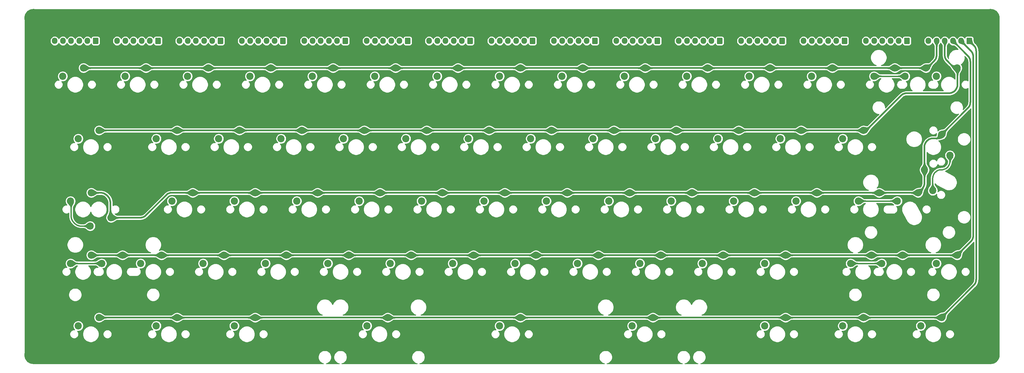
<source format=gbr>
%TF.GenerationSoftware,KiCad,Pcbnew,5.1.8*%
%TF.CreationDate,2021-03-10T22:21:39+13:00*%
%TF.ProjectId,segment_TEST,7365676d-656e-4745-9f54-4553542e6b69,rev?*%
%TF.SameCoordinates,Original*%
%TF.FileFunction,Copper,L2,Bot*%
%TF.FilePolarity,Positive*%
%FSLAX46Y46*%
G04 Gerber Fmt 4.6, Leading zero omitted, Abs format (unit mm)*
G04 Created by KiCad (PCBNEW 5.1.8) date 2021-03-10 22:21:39*
%MOMM*%
%LPD*%
G01*
G04 APERTURE LIST*
%TA.AperFunction,ComponentPad*%
%ADD10C,2.200000*%
%TD*%
%TA.AperFunction,ConnectorPad*%
%ADD11C,5.600000*%
%TD*%
%TA.AperFunction,ComponentPad*%
%ADD12C,3.600000*%
%TD*%
%TA.AperFunction,ComponentPad*%
%ADD13O,1.700000X1.950000*%
%TD*%
%TA.AperFunction,Conductor*%
%ADD14C,0.381000*%
%TD*%
%TA.AperFunction,Conductor*%
%ADD15C,0.508000*%
%TD*%
%TA.AperFunction,Conductor*%
%ADD16C,0.254000*%
%TD*%
%TA.AperFunction,Conductor*%
%ADD17C,0.150000*%
%TD*%
%TA.AperFunction,NonConductor*%
%ADD18C,0.254000*%
%TD*%
%TA.AperFunction,NonConductor*%
%ADD19C,0.150000*%
%TD*%
%TA.AperFunction,Conductor*%
%ADD20C,0.025400*%
%TD*%
G04 APERTURE END LIST*
D10*
%TO.P,SW30,2*%
%TO.N,ROW2*%
X99377500Y-121920000D03*
%TO.P,SW30,1*%
%TO.N,Net-(J2-Pad4)*%
X93027500Y-124460000D03*
%TD*%
%TO.P,SW29,2*%
%TO.N,ROW2*%
X74453750Y-129540000D03*
%TO.P,SW29,1*%
%TO.N,Net-(J1-Pad4)*%
X68103750Y-132080000D03*
%TO.P,SW29,2*%
%TO.N,ROW2*%
X68421250Y-121920000D03*
%TO.P,SW29,1*%
%TO.N,Net-(J1-Pad4)*%
X62071250Y-124460000D03*
%TD*%
%TO.P,SW15,2*%
%TO.N,ROW3*%
X70802500Y-102870000D03*
%TO.P,SW15,1*%
%TO.N,Net-(J1-Pad3)*%
X64452500Y-105410000D03*
%TD*%
%TO.P,SW2,2*%
%TO.N,ROW4*%
X85090000Y-83820000D03*
%TO.P,SW2,1*%
%TO.N,Net-(J2-Pad2)*%
X78740000Y-86360000D03*
%TD*%
%TO.P,SW58,2*%
%TO.N,ROW0*%
X94615000Y-160020000D03*
%TO.P,SW58,1*%
%TO.N,Net-(J2-Pad6)*%
X88265000Y-162560000D03*
%TD*%
%TO.P,SW57,2*%
%TO.N,ROW0*%
X70802500Y-160020000D03*
%TO.P,SW57,1*%
%TO.N,Net-(J1-Pad6)*%
X64452500Y-162560000D03*
%TD*%
D11*
%TO.P,H10,1*%
%TO.N,GND*%
X215900000Y-156210000D03*
D12*
X215900000Y-156210000D03*
%TD*%
D11*
%TO.P,H9,1*%
%TO.N,GND*%
X177800000Y-156210000D03*
D12*
X177800000Y-156210000D03*
%TD*%
D11*
%TO.P,H8,1*%
%TO.N,GND*%
X101600000Y-156210000D03*
D12*
X101600000Y-156210000D03*
%TD*%
D11*
%TO.P,H7,1*%
%TO.N,GND*%
X50800000Y-171450000D03*
D12*
X50800000Y-171450000D03*
%TD*%
D11*
%TO.P,H6,1*%
%TO.N,GND*%
X342900000Y-68580000D03*
D12*
X342900000Y-68580000D03*
%TD*%
D11*
%TO.P,H5,1*%
%TO.N,GND*%
X292100000Y-99060000D03*
D12*
X292100000Y-99060000D03*
%TD*%
D11*
%TO.P,H4,1*%
%TO.N,GND*%
X215900000Y-99060000D03*
D12*
X215900000Y-99060000D03*
%TD*%
D11*
%TO.P,H3,1*%
%TO.N,GND*%
X177800000Y-99060000D03*
D12*
X177800000Y-99060000D03*
%TD*%
D11*
%TO.P,H2,1*%
%TO.N,GND*%
X101600000Y-99060000D03*
D12*
X101600000Y-99060000D03*
%TD*%
D11*
%TO.P,H1,1*%
%TO.N,GND*%
X50800000Y-68580000D03*
D12*
X50800000Y-68580000D03*
%TD*%
D10*
%TO.P,SW43,1*%
%TO.N,Net-(J1-Pad5)*%
X71596250Y-143510000D03*
%TO.P,SW43,2*%
%TO.N,ROW1*%
X77946250Y-140970000D03*
X68421250Y-140970000D03*
%TO.P,SW43,1*%
%TO.N,Net-(J1-Pad5)*%
X62071250Y-143510000D03*
%TD*%
%TO.P,SW42,2*%
%TO.N,ROW2*%
X327977500Y-104140000D03*
%TO.P,SW42,1*%
%TO.N,Net-(J14-Pad4)*%
X330517500Y-110490000D03*
X325278750Y-121285000D03*
%TO.P,SW42,2*%
%TO.N,ROW2*%
X322738750Y-114935000D03*
%TD*%
%TO.P,SW14,1*%
%TO.N,Net-(J14-Pad2)*%
X307340000Y-86360000D03*
%TO.P,SW14,2*%
%TO.N,ROW4*%
X313690000Y-83820000D03*
X323215000Y-83820000D03*
%TO.P,SW14,1*%
%TO.N,Net-(J14-Pad2)*%
X316865000Y-86360000D03*
%TD*%
%TO.P,SW1,2*%
%TO.N,ROW4*%
X66040000Y-83820000D03*
%TO.P,SW1,1*%
%TO.N,Net-(J1-Pad2)*%
X59690000Y-86360000D03*
%TD*%
%TO.P,SW3,2*%
%TO.N,ROW4*%
X104140000Y-83820000D03*
%TO.P,SW3,1*%
%TO.N,Net-(J3-Pad2)*%
X97790000Y-86360000D03*
%TD*%
%TO.P,SW4,2*%
%TO.N,ROW4*%
X123190000Y-83820000D03*
%TO.P,SW4,1*%
%TO.N,Net-(J4-Pad2)*%
X116840000Y-86360000D03*
%TD*%
%TO.P,SW5,2*%
%TO.N,ROW4*%
X142240000Y-83820000D03*
%TO.P,SW5,1*%
%TO.N,Net-(J5-Pad2)*%
X135890000Y-86360000D03*
%TD*%
%TO.P,SW6,2*%
%TO.N,ROW4*%
X161290000Y-83820000D03*
%TO.P,SW6,1*%
%TO.N,Net-(J6-Pad2)*%
X154940000Y-86360000D03*
%TD*%
%TO.P,SW7,2*%
%TO.N,ROW4*%
X180340000Y-83820000D03*
%TO.P,SW7,1*%
%TO.N,Net-(J7-Pad2)*%
X173990000Y-86360000D03*
%TD*%
%TO.P,SW8,2*%
%TO.N,ROW4*%
X199390000Y-83820000D03*
%TO.P,SW8,1*%
%TO.N,Net-(J8-Pad2)*%
X193040000Y-86360000D03*
%TD*%
%TO.P,SW9,2*%
%TO.N,ROW4*%
X218440000Y-83820000D03*
%TO.P,SW9,1*%
%TO.N,Net-(J9-Pad2)*%
X212090000Y-86360000D03*
%TD*%
%TO.P,SW10,2*%
%TO.N,ROW4*%
X237490000Y-83820000D03*
%TO.P,SW10,1*%
%TO.N,Net-(J10-Pad2)*%
X231140000Y-86360000D03*
%TD*%
%TO.P,SW11,2*%
%TO.N,ROW4*%
X256540000Y-83820000D03*
%TO.P,SW11,1*%
%TO.N,Net-(J11-Pad2)*%
X250190000Y-86360000D03*
%TD*%
%TO.P,SW12,2*%
%TO.N,ROW4*%
X275590000Y-83820000D03*
%TO.P,SW12,1*%
%TO.N,Net-(J12-Pad2)*%
X269240000Y-86360000D03*
%TD*%
%TO.P,SW13,2*%
%TO.N,ROW4*%
X294640000Y-83820000D03*
%TO.P,SW13,1*%
%TO.N,Net-(J13-Pad2)*%
X288290000Y-86360000D03*
%TD*%
%TO.P,SW16,2*%
%TO.N,ROW3*%
X94615000Y-102870000D03*
%TO.P,SW16,1*%
%TO.N,Net-(J2-Pad3)*%
X88265000Y-105410000D03*
%TD*%
%TO.P,SW17,2*%
%TO.N,ROW3*%
X113665000Y-102870000D03*
%TO.P,SW17,1*%
%TO.N,Net-(J3-Pad3)*%
X107315000Y-105410000D03*
%TD*%
%TO.P,SW18,2*%
%TO.N,ROW3*%
X132715000Y-102870000D03*
%TO.P,SW18,1*%
%TO.N,Net-(J4-Pad3)*%
X126365000Y-105410000D03*
%TD*%
%TO.P,SW19,2*%
%TO.N,ROW3*%
X151765000Y-102870000D03*
%TO.P,SW19,1*%
%TO.N,Net-(J5-Pad3)*%
X145415000Y-105410000D03*
%TD*%
%TO.P,SW20,2*%
%TO.N,ROW3*%
X170815000Y-102870000D03*
%TO.P,SW20,1*%
%TO.N,Net-(J6-Pad3)*%
X164465000Y-105410000D03*
%TD*%
%TO.P,SW21,2*%
%TO.N,ROW3*%
X189865000Y-102870000D03*
%TO.P,SW21,1*%
%TO.N,Net-(J7-Pad3)*%
X183515000Y-105410000D03*
%TD*%
%TO.P,SW22,2*%
%TO.N,ROW3*%
X208915000Y-102870000D03*
%TO.P,SW22,1*%
%TO.N,Net-(J8-Pad3)*%
X202565000Y-105410000D03*
%TD*%
%TO.P,SW23,2*%
%TO.N,ROW3*%
X227965000Y-102870000D03*
%TO.P,SW23,1*%
%TO.N,Net-(J9-Pad3)*%
X221615000Y-105410000D03*
%TD*%
%TO.P,SW24,2*%
%TO.N,ROW3*%
X247015000Y-102870000D03*
%TO.P,SW24,1*%
%TO.N,Net-(J10-Pad3)*%
X240665000Y-105410000D03*
%TD*%
%TO.P,SW25,2*%
%TO.N,ROW3*%
X266065000Y-102870000D03*
%TO.P,SW25,1*%
%TO.N,Net-(J11-Pad3)*%
X259715000Y-105410000D03*
%TD*%
%TO.P,SW26,2*%
%TO.N,ROW3*%
X285115000Y-102870000D03*
%TO.P,SW26,1*%
%TO.N,Net-(J12-Pad3)*%
X278765000Y-105410000D03*
%TD*%
%TO.P,SW27,2*%
%TO.N,ROW3*%
X304165000Y-102870000D03*
%TO.P,SW27,1*%
%TO.N,Net-(J13-Pad3)*%
X297815000Y-105410000D03*
%TD*%
%TO.P,SW28,2*%
%TO.N,ROW3*%
X332740000Y-83820000D03*
%TO.P,SW28,1*%
%TO.N,Net-(J14-Pad3)*%
X326390000Y-86360000D03*
%TD*%
%TO.P,SW31,2*%
%TO.N,ROW2*%
X118427500Y-121920000D03*
%TO.P,SW31,1*%
%TO.N,Net-(J3-Pad4)*%
X112077500Y-124460000D03*
%TD*%
%TO.P,SW32,2*%
%TO.N,ROW2*%
X137477500Y-121920000D03*
%TO.P,SW32,1*%
%TO.N,Net-(J4-Pad4)*%
X131127500Y-124460000D03*
%TD*%
%TO.P,SW33,2*%
%TO.N,ROW2*%
X156527500Y-121920000D03*
%TO.P,SW33,1*%
%TO.N,Net-(J5-Pad4)*%
X150177500Y-124460000D03*
%TD*%
%TO.P,SW34,2*%
%TO.N,ROW2*%
X175577500Y-121920000D03*
%TO.P,SW34,1*%
%TO.N,Net-(J6-Pad4)*%
X169227500Y-124460000D03*
%TD*%
%TO.P,SW35,2*%
%TO.N,ROW2*%
X194627500Y-121920000D03*
%TO.P,SW35,1*%
%TO.N,Net-(J7-Pad4)*%
X188277500Y-124460000D03*
%TD*%
%TO.P,SW36,2*%
%TO.N,ROW2*%
X213677500Y-121920000D03*
%TO.P,SW36,1*%
%TO.N,Net-(J8-Pad4)*%
X207327500Y-124460000D03*
%TD*%
%TO.P,SW37,2*%
%TO.N,ROW2*%
X232727500Y-121920000D03*
%TO.P,SW37,1*%
%TO.N,Net-(J9-Pad4)*%
X226377500Y-124460000D03*
%TD*%
%TO.P,SW38,2*%
%TO.N,ROW2*%
X251777500Y-121920000D03*
%TO.P,SW38,1*%
%TO.N,Net-(J10-Pad4)*%
X245427500Y-124460000D03*
%TD*%
%TO.P,SW39,2*%
%TO.N,ROW2*%
X270827500Y-121920000D03*
%TO.P,SW39,1*%
%TO.N,Net-(J11-Pad4)*%
X264477500Y-124460000D03*
%TD*%
%TO.P,SW40,2*%
%TO.N,ROW2*%
X289877500Y-121920000D03*
%TO.P,SW40,1*%
%TO.N,Net-(J12-Pad4)*%
X283527500Y-124460000D03*
%TD*%
%TO.P,SW44,2*%
%TO.N,ROW1*%
X89852500Y-140970000D03*
%TO.P,SW44,1*%
%TO.N,Net-(J2-Pad5)*%
X83502500Y-143510000D03*
%TD*%
%TO.P,SW45,2*%
%TO.N,ROW1*%
X108902500Y-140970000D03*
%TO.P,SW45,1*%
%TO.N,Net-(J3-Pad5)*%
X102552500Y-143510000D03*
%TD*%
%TO.P,SW46,2*%
%TO.N,ROW1*%
X127952500Y-140970000D03*
%TO.P,SW46,1*%
%TO.N,Net-(J4-Pad5)*%
X121602500Y-143510000D03*
%TD*%
%TO.P,SW47,2*%
%TO.N,ROW1*%
X147002500Y-140970000D03*
%TO.P,SW47,1*%
%TO.N,Net-(J5-Pad5)*%
X140652500Y-143510000D03*
%TD*%
%TO.P,SW48,2*%
%TO.N,ROW1*%
X166052500Y-140970000D03*
%TO.P,SW48,1*%
%TO.N,Net-(J6-Pad5)*%
X159702500Y-143510000D03*
%TD*%
%TO.P,SW49,2*%
%TO.N,ROW1*%
X185102500Y-140970000D03*
%TO.P,SW49,1*%
%TO.N,Net-(J7-Pad5)*%
X178752500Y-143510000D03*
%TD*%
%TO.P,SW50,2*%
%TO.N,ROW1*%
X204152500Y-140970000D03*
%TO.P,SW50,1*%
%TO.N,Net-(J8-Pad5)*%
X197802500Y-143510000D03*
%TD*%
%TO.P,SW51,2*%
%TO.N,ROW1*%
X223202500Y-140970000D03*
%TO.P,SW51,1*%
%TO.N,Net-(J9-Pad5)*%
X216852500Y-143510000D03*
%TD*%
%TO.P,SW52,2*%
%TO.N,ROW1*%
X242252500Y-140970000D03*
%TO.P,SW52,1*%
%TO.N,Net-(J10-Pad5)*%
X235902500Y-143510000D03*
%TD*%
%TO.P,SW53,2*%
%TO.N,ROW1*%
X261302500Y-140970000D03*
%TO.P,SW53,1*%
%TO.N,Net-(J11-Pad5)*%
X254952500Y-143510000D03*
%TD*%
%TO.P,SW54,2*%
%TO.N,ROW1*%
X280352500Y-140970000D03*
%TO.P,SW54,1*%
%TO.N,Net-(J12-Pad5)*%
X274002500Y-143510000D03*
%TD*%
%TO.P,SW59,2*%
%TO.N,ROW0*%
X118427500Y-160020000D03*
%TO.P,SW59,1*%
%TO.N,Net-(J3-Pad6)*%
X112077500Y-162560000D03*
%TD*%
%TO.P,SW60,1*%
%TO.N,Net-(J6-Pad6)*%
X152558750Y-162560000D03*
%TO.P,SW60,2*%
%TO.N,ROW0*%
X158908750Y-160020000D03*
%TD*%
%TO.P,SW62,1*%
%TO.N,Net-(J10-Pad6)*%
X233521250Y-162560000D03*
%TO.P,SW62,2*%
%TO.N,ROW0*%
X239871250Y-160020000D03*
%TD*%
%TO.P,SW63,2*%
%TO.N,ROW0*%
X280352500Y-160020000D03*
%TO.P,SW63,1*%
%TO.N,Net-(J12-Pad6)*%
X274002500Y-162560000D03*
%TD*%
%TO.P,SW64,2*%
%TO.N,ROW0*%
X304165000Y-160020000D03*
%TO.P,SW64,1*%
%TO.N,Net-(J13-Pad6)*%
X297815000Y-162560000D03*
%TD*%
%TO.P,SW65,2*%
%TO.N,ROW0*%
X327977500Y-160020000D03*
%TO.P,SW65,1*%
%TO.N,Net-(J14-Pad6)*%
X321627500Y-162560000D03*
%TD*%
%TO.P,SW61,1*%
%TO.N,Net-(J8-Pad6)*%
X193040000Y-162560000D03*
%TO.P,SW61,2*%
%TO.N,ROW0*%
X199390000Y-160020000D03*
%TD*%
%TO.P,SW41,2*%
%TO.N,ROW2*%
X308927500Y-121920000D03*
%TO.P,SW41,1*%
%TO.N,Net-(J13-Pad4)*%
X302577500Y-124460000D03*
%TO.P,SW41,2*%
%TO.N,ROW2*%
X320833750Y-121920000D03*
%TO.P,SW41,1*%
%TO.N,Net-(J13-Pad4)*%
X314483750Y-124460000D03*
%TD*%
D13*
%TO.P,COL0,6*%
%TO.N,Net-(J1-Pad6)*%
X57250000Y-75565000D03*
%TO.P,COL0,5*%
%TO.N,Net-(J1-Pad5)*%
X59750000Y-75565000D03*
%TO.P,COL0,4*%
%TO.N,Net-(J1-Pad4)*%
X62250000Y-75565000D03*
%TO.P,COL0,3*%
%TO.N,Net-(J1-Pad3)*%
X64750000Y-75565000D03*
%TO.P,COL0,2*%
%TO.N,Net-(J1-Pad2)*%
X67250000Y-75565000D03*
%TO.P,COL0,1*%
%TO.N,Net-(J1-Pad1)*%
%TA.AperFunction,ComponentPad*%
G36*
G01*
X70600000Y-74840000D02*
X70600000Y-76290000D01*
G75*
G02*
X70350000Y-76540000I-250000J0D01*
G01*
X69150000Y-76540000D01*
G75*
G02*
X68900000Y-76290000I0J250000D01*
G01*
X68900000Y-74840000D01*
G75*
G02*
X69150000Y-74590000I250000J0D01*
G01*
X70350000Y-74590000D01*
G75*
G02*
X70600000Y-74840000I0J-250000D01*
G01*
G37*
%TD.AperFunction*%
%TD*%
%TO.P,COL1,6*%
%TO.N,Net-(J2-Pad6)*%
X76300000Y-75565000D03*
%TO.P,COL1,5*%
%TO.N,Net-(J2-Pad5)*%
X78800000Y-75565000D03*
%TO.P,COL1,4*%
%TO.N,Net-(J2-Pad4)*%
X81300000Y-75565000D03*
%TO.P,COL1,3*%
%TO.N,Net-(J2-Pad3)*%
X83800000Y-75565000D03*
%TO.P,COL1,2*%
%TO.N,Net-(J2-Pad2)*%
X86300000Y-75565000D03*
%TO.P,COL1,1*%
%TO.N,Net-(J2-Pad1)*%
%TA.AperFunction,ComponentPad*%
G36*
G01*
X89650000Y-74840000D02*
X89650000Y-76290000D01*
G75*
G02*
X89400000Y-76540000I-250000J0D01*
G01*
X88200000Y-76540000D01*
G75*
G02*
X87950000Y-76290000I0J250000D01*
G01*
X87950000Y-74840000D01*
G75*
G02*
X88200000Y-74590000I250000J0D01*
G01*
X89400000Y-74590000D01*
G75*
G02*
X89650000Y-74840000I0J-250000D01*
G01*
G37*
%TD.AperFunction*%
%TD*%
%TO.P,COL2,6*%
%TO.N,Net-(J3-Pad6)*%
X95350000Y-75565000D03*
%TO.P,COL2,5*%
%TO.N,Net-(J3-Pad5)*%
X97850000Y-75565000D03*
%TO.P,COL2,4*%
%TO.N,Net-(J3-Pad4)*%
X100350000Y-75565000D03*
%TO.P,COL2,3*%
%TO.N,Net-(J3-Pad3)*%
X102850000Y-75565000D03*
%TO.P,COL2,2*%
%TO.N,Net-(J3-Pad2)*%
X105350000Y-75565000D03*
%TO.P,COL2,1*%
%TO.N,Net-(J3-Pad1)*%
%TA.AperFunction,ComponentPad*%
G36*
G01*
X108700000Y-74840000D02*
X108700000Y-76290000D01*
G75*
G02*
X108450000Y-76540000I-250000J0D01*
G01*
X107250000Y-76540000D01*
G75*
G02*
X107000000Y-76290000I0J250000D01*
G01*
X107000000Y-74840000D01*
G75*
G02*
X107250000Y-74590000I250000J0D01*
G01*
X108450000Y-74590000D01*
G75*
G02*
X108700000Y-74840000I0J-250000D01*
G01*
G37*
%TD.AperFunction*%
%TD*%
%TO.P,COL3,6*%
%TO.N,Net-(J4-Pad6)*%
X114400000Y-75565000D03*
%TO.P,COL3,5*%
%TO.N,Net-(J4-Pad5)*%
X116900000Y-75565000D03*
%TO.P,COL3,4*%
%TO.N,Net-(J4-Pad4)*%
X119400000Y-75565000D03*
%TO.P,COL3,3*%
%TO.N,Net-(J4-Pad3)*%
X121900000Y-75565000D03*
%TO.P,COL3,2*%
%TO.N,Net-(J4-Pad2)*%
X124400000Y-75565000D03*
%TO.P,COL3,1*%
%TO.N,Net-(J4-Pad1)*%
%TA.AperFunction,ComponentPad*%
G36*
G01*
X127750000Y-74840000D02*
X127750000Y-76290000D01*
G75*
G02*
X127500000Y-76540000I-250000J0D01*
G01*
X126300000Y-76540000D01*
G75*
G02*
X126050000Y-76290000I0J250000D01*
G01*
X126050000Y-74840000D01*
G75*
G02*
X126300000Y-74590000I250000J0D01*
G01*
X127500000Y-74590000D01*
G75*
G02*
X127750000Y-74840000I0J-250000D01*
G01*
G37*
%TD.AperFunction*%
%TD*%
%TO.P,COL4,6*%
%TO.N,Net-(J5-Pad6)*%
X133450000Y-75565000D03*
%TO.P,COL4,5*%
%TO.N,Net-(J5-Pad5)*%
X135950000Y-75565000D03*
%TO.P,COL4,4*%
%TO.N,Net-(J5-Pad4)*%
X138450000Y-75565000D03*
%TO.P,COL4,3*%
%TO.N,Net-(J5-Pad3)*%
X140950000Y-75565000D03*
%TO.P,COL4,2*%
%TO.N,Net-(J5-Pad2)*%
X143450000Y-75565000D03*
%TO.P,COL4,1*%
%TO.N,Net-(J5-Pad1)*%
%TA.AperFunction,ComponentPad*%
G36*
G01*
X146800000Y-74840000D02*
X146800000Y-76290000D01*
G75*
G02*
X146550000Y-76540000I-250000J0D01*
G01*
X145350000Y-76540000D01*
G75*
G02*
X145100000Y-76290000I0J250000D01*
G01*
X145100000Y-74840000D01*
G75*
G02*
X145350000Y-74590000I250000J0D01*
G01*
X146550000Y-74590000D01*
G75*
G02*
X146800000Y-74840000I0J-250000D01*
G01*
G37*
%TD.AperFunction*%
%TD*%
%TO.P,COL5,6*%
%TO.N,Net-(J6-Pad6)*%
X152500000Y-75565000D03*
%TO.P,COL5,5*%
%TO.N,Net-(J6-Pad5)*%
X155000000Y-75565000D03*
%TO.P,COL5,4*%
%TO.N,Net-(J6-Pad4)*%
X157500000Y-75565000D03*
%TO.P,COL5,3*%
%TO.N,Net-(J6-Pad3)*%
X160000000Y-75565000D03*
%TO.P,COL5,2*%
%TO.N,Net-(J6-Pad2)*%
X162500000Y-75565000D03*
%TO.P,COL5,1*%
%TO.N,Net-(J6-Pad1)*%
%TA.AperFunction,ComponentPad*%
G36*
G01*
X165850000Y-74840000D02*
X165850000Y-76290000D01*
G75*
G02*
X165600000Y-76540000I-250000J0D01*
G01*
X164400000Y-76540000D01*
G75*
G02*
X164150000Y-76290000I0J250000D01*
G01*
X164150000Y-74840000D01*
G75*
G02*
X164400000Y-74590000I250000J0D01*
G01*
X165600000Y-74590000D01*
G75*
G02*
X165850000Y-74840000I0J-250000D01*
G01*
G37*
%TD.AperFunction*%
%TD*%
%TO.P,COL6,6*%
%TO.N,Net-(J7-Pad6)*%
X171550000Y-75565000D03*
%TO.P,COL6,5*%
%TO.N,Net-(J7-Pad5)*%
X174050000Y-75565000D03*
%TO.P,COL6,4*%
%TO.N,Net-(J7-Pad4)*%
X176550000Y-75565000D03*
%TO.P,COL6,3*%
%TO.N,Net-(J7-Pad3)*%
X179050000Y-75565000D03*
%TO.P,COL6,2*%
%TO.N,Net-(J7-Pad2)*%
X181550000Y-75565000D03*
%TO.P,COL6,1*%
%TO.N,Net-(J7-Pad1)*%
%TA.AperFunction,ComponentPad*%
G36*
G01*
X184900000Y-74840000D02*
X184900000Y-76290000D01*
G75*
G02*
X184650000Y-76540000I-250000J0D01*
G01*
X183450000Y-76540000D01*
G75*
G02*
X183200000Y-76290000I0J250000D01*
G01*
X183200000Y-74840000D01*
G75*
G02*
X183450000Y-74590000I250000J0D01*
G01*
X184650000Y-74590000D01*
G75*
G02*
X184900000Y-74840000I0J-250000D01*
G01*
G37*
%TD.AperFunction*%
%TD*%
%TO.P,COL7,6*%
%TO.N,Net-(J8-Pad6)*%
X190600000Y-75565000D03*
%TO.P,COL7,5*%
%TO.N,Net-(J8-Pad5)*%
X193100000Y-75565000D03*
%TO.P,COL7,4*%
%TO.N,Net-(J8-Pad4)*%
X195600000Y-75565000D03*
%TO.P,COL7,3*%
%TO.N,Net-(J8-Pad3)*%
X198100000Y-75565000D03*
%TO.P,COL7,2*%
%TO.N,Net-(J8-Pad2)*%
X200600000Y-75565000D03*
%TO.P,COL7,1*%
%TO.N,Net-(J8-Pad1)*%
%TA.AperFunction,ComponentPad*%
G36*
G01*
X203950000Y-74840000D02*
X203950000Y-76290000D01*
G75*
G02*
X203700000Y-76540000I-250000J0D01*
G01*
X202500000Y-76540000D01*
G75*
G02*
X202250000Y-76290000I0J250000D01*
G01*
X202250000Y-74840000D01*
G75*
G02*
X202500000Y-74590000I250000J0D01*
G01*
X203700000Y-74590000D01*
G75*
G02*
X203950000Y-74840000I0J-250000D01*
G01*
G37*
%TD.AperFunction*%
%TD*%
%TO.P,COL8,6*%
%TO.N,Net-(J9-Pad6)*%
X209650000Y-75565000D03*
%TO.P,COL8,5*%
%TO.N,Net-(J9-Pad5)*%
X212150000Y-75565000D03*
%TO.P,COL8,4*%
%TO.N,Net-(J9-Pad4)*%
X214650000Y-75565000D03*
%TO.P,COL8,3*%
%TO.N,Net-(J9-Pad3)*%
X217150000Y-75565000D03*
%TO.P,COL8,2*%
%TO.N,Net-(J9-Pad2)*%
X219650000Y-75565000D03*
%TO.P,COL8,1*%
%TO.N,Net-(J9-Pad1)*%
%TA.AperFunction,ComponentPad*%
G36*
G01*
X223000000Y-74840000D02*
X223000000Y-76290000D01*
G75*
G02*
X222750000Y-76540000I-250000J0D01*
G01*
X221550000Y-76540000D01*
G75*
G02*
X221300000Y-76290000I0J250000D01*
G01*
X221300000Y-74840000D01*
G75*
G02*
X221550000Y-74590000I250000J0D01*
G01*
X222750000Y-74590000D01*
G75*
G02*
X223000000Y-74840000I0J-250000D01*
G01*
G37*
%TD.AperFunction*%
%TD*%
%TO.P,COL9,6*%
%TO.N,Net-(J10-Pad6)*%
X228700000Y-75565000D03*
%TO.P,COL9,5*%
%TO.N,Net-(J10-Pad5)*%
X231200000Y-75565000D03*
%TO.P,COL9,4*%
%TO.N,Net-(J10-Pad4)*%
X233700000Y-75565000D03*
%TO.P,COL9,3*%
%TO.N,Net-(J10-Pad3)*%
X236200000Y-75565000D03*
%TO.P,COL9,2*%
%TO.N,Net-(J10-Pad2)*%
X238700000Y-75565000D03*
%TO.P,COL9,1*%
%TO.N,Net-(J10-Pad1)*%
%TA.AperFunction,ComponentPad*%
G36*
G01*
X242050000Y-74840000D02*
X242050000Y-76290000D01*
G75*
G02*
X241800000Y-76540000I-250000J0D01*
G01*
X240600000Y-76540000D01*
G75*
G02*
X240350000Y-76290000I0J250000D01*
G01*
X240350000Y-74840000D01*
G75*
G02*
X240600000Y-74590000I250000J0D01*
G01*
X241800000Y-74590000D01*
G75*
G02*
X242050000Y-74840000I0J-250000D01*
G01*
G37*
%TD.AperFunction*%
%TD*%
%TO.P,COL10,6*%
%TO.N,Net-(J11-Pad6)*%
X247750000Y-75565000D03*
%TO.P,COL10,5*%
%TO.N,Net-(J11-Pad5)*%
X250250000Y-75565000D03*
%TO.P,COL10,4*%
%TO.N,Net-(J11-Pad4)*%
X252750000Y-75565000D03*
%TO.P,COL10,3*%
%TO.N,Net-(J11-Pad3)*%
X255250000Y-75565000D03*
%TO.P,COL10,2*%
%TO.N,Net-(J11-Pad2)*%
X257750000Y-75565000D03*
%TO.P,COL10,1*%
%TO.N,Net-(J11-Pad1)*%
%TA.AperFunction,ComponentPad*%
G36*
G01*
X261100000Y-74840000D02*
X261100000Y-76290000D01*
G75*
G02*
X260850000Y-76540000I-250000J0D01*
G01*
X259650000Y-76540000D01*
G75*
G02*
X259400000Y-76290000I0J250000D01*
G01*
X259400000Y-74840000D01*
G75*
G02*
X259650000Y-74590000I250000J0D01*
G01*
X260850000Y-74590000D01*
G75*
G02*
X261100000Y-74840000I0J-250000D01*
G01*
G37*
%TD.AperFunction*%
%TD*%
%TO.P,COL11,6*%
%TO.N,Net-(J12-Pad6)*%
X266800000Y-75565000D03*
%TO.P,COL11,5*%
%TO.N,Net-(J12-Pad5)*%
X269300000Y-75565000D03*
%TO.P,COL11,4*%
%TO.N,Net-(J12-Pad4)*%
X271800000Y-75565000D03*
%TO.P,COL11,3*%
%TO.N,Net-(J12-Pad3)*%
X274300000Y-75565000D03*
%TO.P,COL11,2*%
%TO.N,Net-(J12-Pad2)*%
X276800000Y-75565000D03*
%TO.P,COL11,1*%
%TO.N,Net-(J12-Pad1)*%
%TA.AperFunction,ComponentPad*%
G36*
G01*
X280150000Y-74840000D02*
X280150000Y-76290000D01*
G75*
G02*
X279900000Y-76540000I-250000J0D01*
G01*
X278700000Y-76540000D01*
G75*
G02*
X278450000Y-76290000I0J250000D01*
G01*
X278450000Y-74840000D01*
G75*
G02*
X278700000Y-74590000I250000J0D01*
G01*
X279900000Y-74590000D01*
G75*
G02*
X280150000Y-74840000I0J-250000D01*
G01*
G37*
%TD.AperFunction*%
%TD*%
%TO.P,COL12,6*%
%TO.N,Net-(J13-Pad6)*%
X285850000Y-75565000D03*
%TO.P,COL12,5*%
%TO.N,Net-(J13-Pad5)*%
X288350000Y-75565000D03*
%TO.P,COL12,4*%
%TO.N,Net-(J13-Pad4)*%
X290850000Y-75565000D03*
%TO.P,COL12,3*%
%TO.N,Net-(J13-Pad3)*%
X293350000Y-75565000D03*
%TO.P,COL12,2*%
%TO.N,Net-(J13-Pad2)*%
X295850000Y-75565000D03*
%TO.P,COL12,1*%
%TO.N,Net-(J13-Pad1)*%
%TA.AperFunction,ComponentPad*%
G36*
G01*
X299200000Y-74840000D02*
X299200000Y-76290000D01*
G75*
G02*
X298950000Y-76540000I-250000J0D01*
G01*
X297750000Y-76540000D01*
G75*
G02*
X297500000Y-76290000I0J250000D01*
G01*
X297500000Y-74840000D01*
G75*
G02*
X297750000Y-74590000I250000J0D01*
G01*
X298950000Y-74590000D01*
G75*
G02*
X299200000Y-74840000I0J-250000D01*
G01*
G37*
%TD.AperFunction*%
%TD*%
%TO.P,COL13,6*%
%TO.N,Net-(J14-Pad6)*%
X304900000Y-75565000D03*
%TO.P,COL13,5*%
%TO.N,Net-(J14-Pad5)*%
X307400000Y-75565000D03*
%TO.P,COL13,4*%
%TO.N,Net-(J14-Pad4)*%
X309900000Y-75565000D03*
%TO.P,COL13,3*%
%TO.N,Net-(J14-Pad3)*%
X312400000Y-75565000D03*
%TO.P,COL13,2*%
%TO.N,Net-(J14-Pad2)*%
X314900000Y-75565000D03*
%TO.P,COL13,1*%
%TO.N,Net-(J14-Pad1)*%
%TA.AperFunction,ComponentPad*%
G36*
G01*
X318250000Y-74840000D02*
X318250000Y-76290000D01*
G75*
G02*
X318000000Y-76540000I-250000J0D01*
G01*
X316800000Y-76540000D01*
G75*
G02*
X316550000Y-76290000I0J250000D01*
G01*
X316550000Y-74840000D01*
G75*
G02*
X316800000Y-74590000I250000J0D01*
G01*
X318000000Y-74590000D01*
G75*
G02*
X318250000Y-74840000I0J-250000D01*
G01*
G37*
%TD.AperFunction*%
%TD*%
%TO.P,ROWS,6*%
%TO.N,Net-(J15-Pad6)*%
X323950000Y-75565000D03*
%TO.P,ROWS,5*%
%TO.N,ROW4*%
X326450000Y-75565000D03*
%TO.P,ROWS,4*%
%TO.N,ROW3*%
X328950000Y-75565000D03*
%TO.P,ROWS,3*%
%TO.N,ROW2*%
X331450000Y-75565000D03*
%TO.P,ROWS,2*%
%TO.N,ROW1*%
X333950000Y-75565000D03*
%TO.P,ROWS,1*%
%TO.N,ROW0*%
%TA.AperFunction,ComponentPad*%
G36*
G01*
X337300000Y-74840000D02*
X337300000Y-76290000D01*
G75*
G02*
X337050000Y-76540000I-250000J0D01*
G01*
X335850000Y-76540000D01*
G75*
G02*
X335600000Y-76290000I0J250000D01*
G01*
X335600000Y-74840000D01*
G75*
G02*
X335850000Y-74590000I250000J0D01*
G01*
X337050000Y-74590000D01*
G75*
G02*
X337300000Y-74840000I0J-250000D01*
G01*
G37*
%TD.AperFunction*%
%TD*%
D11*
%TO.P,H11,1*%
%TO.N,GND*%
X292100000Y-156210000D03*
D12*
X292100000Y-156210000D03*
%TD*%
D11*
%TO.P,H12,1*%
%TO.N,GND*%
X342900000Y-171450000D03*
D12*
X342900000Y-171450000D03*
%TD*%
D10*
%TO.P,SW55,2*%
%TO.N,ROW1*%
X306546250Y-140970000D03*
%TO.P,SW55,1*%
%TO.N,Net-(J13-Pad5)*%
X300196250Y-143510000D03*
%TO.P,SW55,2*%
%TO.N,ROW1*%
X316071250Y-140970000D03*
%TO.P,SW55,1*%
%TO.N,Net-(J13-Pad5)*%
X309721250Y-143510000D03*
%TD*%
%TO.P,SW56,1*%
%TO.N,Net-(J14-Pad5)*%
X326390000Y-143510000D03*
%TO.P,SW56,2*%
%TO.N,ROW1*%
X332740000Y-140970000D03*
%TD*%
D14*
%TO.N,Net-(J1-Pad4)*%
X62071250Y-124460000D02*
X62230000Y-124618750D01*
X62230000Y-128975000D02*
X62230000Y-124618750D01*
X62230000Y-128975000D02*
X62233489Y-129117151D01*
X62233489Y-129117151D02*
X62243950Y-129258961D01*
X62243950Y-129258961D02*
X62261356Y-129400086D01*
X62261356Y-129400086D02*
X62285666Y-129540187D01*
X62285666Y-129540187D02*
X62316821Y-129678927D01*
X62316821Y-129678927D02*
X62354746Y-129815970D01*
X62354746Y-129815970D02*
X62399350Y-129950988D01*
X62399350Y-129950988D02*
X62450525Y-130083655D01*
X62450525Y-130083655D02*
X62508148Y-130213651D01*
X62508148Y-130213651D02*
X62572080Y-130340662D01*
X62572080Y-130340662D02*
X62642168Y-130464384D01*
X62642168Y-130464384D02*
X62718241Y-130584518D01*
X62718241Y-130584518D02*
X62800118Y-130700774D01*
X62800118Y-130700774D02*
X62887601Y-130812872D01*
X62887601Y-130812872D02*
X62980479Y-130920543D01*
X62980479Y-130920543D02*
X63078528Y-131023528D01*
X65335000Y-132080000D02*
X68103750Y-132080000D01*
X65335000Y-132080000D02*
X65192848Y-132076510D01*
X65192848Y-132076510D02*
X65051038Y-132066049D01*
X65051038Y-132066049D02*
X64909913Y-132048643D01*
X64909913Y-132048643D02*
X64769812Y-132024333D01*
X64769812Y-132024333D02*
X64631072Y-131993178D01*
X64631072Y-131993178D02*
X64494028Y-131955253D01*
X64494028Y-131955253D02*
X64359010Y-131910649D01*
X64359010Y-131910649D02*
X64226343Y-131859474D01*
X64226343Y-131859474D02*
X64096348Y-131801851D01*
X64096348Y-131801851D02*
X63969336Y-131737919D01*
X63969336Y-131737919D02*
X63845614Y-131667831D01*
X63845614Y-131667831D02*
X63725480Y-131591757D01*
X63725480Y-131591757D02*
X63609224Y-131509880D01*
X63609224Y-131509880D02*
X63497125Y-131422398D01*
X63497125Y-131422398D02*
X63389454Y-131329520D01*
X63389454Y-131329520D02*
X63286471Y-131231471D01*
X63286471Y-131231471D02*
X63078528Y-131023528D01*
%TO.N,Net-(J1-Pad5)*%
X71564749Y-143478499D02*
X71596250Y-143510000D01*
X62102751Y-143478499D02*
X71564749Y-143478499D01*
X62071250Y-143510000D02*
X62102751Y-143478499D01*
%TO.N,Net-(J13-Pad4)*%
X314452249Y-124428499D02*
X314483750Y-124460000D01*
X302609001Y-124428499D02*
X314452249Y-124428499D01*
X302577500Y-124460000D02*
X302609001Y-124428499D01*
%TO.N,Net-(J13-Pad5)*%
X309689749Y-143478499D02*
X309721250Y-143510000D01*
X300227751Y-143478499D02*
X309689749Y-143478499D01*
X300196250Y-143510000D02*
X300227751Y-143478499D01*
%TO.N,Net-(J14-Pad4)*%
X325247000Y-121253250D02*
X325278750Y-121285000D01*
X325247000Y-117478167D02*
X325247000Y-121253250D01*
X325247000Y-117478167D02*
X325259519Y-117223322D01*
X325259519Y-117223322D02*
X325296958Y-116970932D01*
X325296958Y-116970932D02*
X325358955Y-116723426D01*
X325358955Y-116723426D02*
X325444913Y-116483190D01*
X325444913Y-116483190D02*
X325554004Y-116252535D01*
X325554004Y-116252535D02*
X325685179Y-116033684D01*
X325685179Y-116033684D02*
X325837172Y-115828744D01*
X325837172Y-115828744D02*
X326008522Y-115639689D01*
X326008522Y-115639689D02*
X326197577Y-115468339D01*
X326197577Y-115468339D02*
X326402517Y-115316346D01*
X326402517Y-115316346D02*
X326621368Y-115185171D01*
X326621368Y-115185171D02*
X326852023Y-115076080D01*
X326852023Y-115076080D02*
X327092259Y-114990122D01*
X327092259Y-114990122D02*
X327339765Y-114928125D01*
X327339765Y-114928125D02*
X327592155Y-114890686D01*
X327592155Y-114890686D02*
X327847000Y-114878167D01*
X330510833Y-110496667D02*
X330517500Y-110490000D01*
X327910833Y-114878167D02*
X327847000Y-114878167D01*
X327910833Y-114878167D02*
X328165677Y-114865647D01*
X328165677Y-114865647D02*
X328418067Y-114828208D01*
X328418067Y-114828208D02*
X328665573Y-114766211D01*
X328665573Y-114766211D02*
X328905809Y-114680253D01*
X328905809Y-114680253D02*
X329136464Y-114571162D01*
X329136464Y-114571162D02*
X329355315Y-114439987D01*
X329355315Y-114439987D02*
X329560255Y-114287994D01*
X329560255Y-114287994D02*
X329749310Y-114116644D01*
X329749310Y-114116644D02*
X329920660Y-113927589D01*
X329920660Y-113927589D02*
X330072653Y-113722649D01*
X330072653Y-113722649D02*
X330203828Y-113503798D01*
X330203828Y-113503798D02*
X330312919Y-113273143D01*
X330312919Y-113273143D02*
X330398877Y-113032907D01*
X330398877Y-113032907D02*
X330460874Y-112785401D01*
X330460874Y-112785401D02*
X330498313Y-112533011D01*
X330498313Y-112533011D02*
X330510833Y-112278167D01*
X330510833Y-112278167D02*
X330510833Y-110496667D01*
%TO.N,Net-(J14-Pad2)*%
X307371501Y-86328499D02*
X307340000Y-86360000D01*
X316833499Y-86328499D02*
X307371501Y-86328499D01*
X316865000Y-86360000D02*
X316833499Y-86328499D01*
D15*
%TO.N,ROW0*%
X327977500Y-160020000D02*
X304165000Y-160020000D01*
X304165000Y-160020000D02*
X280352500Y-160020000D01*
X280352500Y-160020000D02*
X239871250Y-160020000D01*
X239871250Y-160020000D02*
X199390000Y-160020000D01*
X199390000Y-160020000D02*
X158908750Y-160020000D01*
X158908750Y-160020000D02*
X118427500Y-160020000D01*
X118427500Y-160020000D02*
X94615000Y-160020000D01*
X94615000Y-160020000D02*
X70802500Y-160020000D01*
X338543021Y-148354479D02*
X338539821Y-148484784D01*
X338539821Y-148484784D02*
X338530232Y-148614776D01*
X338530232Y-148614776D02*
X338514277Y-148744141D01*
X338514277Y-148744141D02*
X338491993Y-148872567D01*
X338491993Y-148872567D02*
X338463434Y-148999745D01*
X338463434Y-148999745D02*
X338428669Y-149125368D01*
X338428669Y-149125368D02*
X338387782Y-149249135D01*
X338387782Y-149249135D02*
X338340872Y-149370746D01*
X338340872Y-149370746D02*
X338288051Y-149489908D01*
X338288051Y-149489908D02*
X338229446Y-149606336D01*
X338229446Y-149606336D02*
X338165199Y-149719747D01*
X338165199Y-149719747D02*
X338095465Y-149829870D01*
X338095465Y-149829870D02*
X338020411Y-149936438D01*
X338020411Y-149936438D02*
X337940218Y-150039195D01*
X337940218Y-150039195D02*
X337855081Y-150137893D01*
X337855081Y-150137893D02*
X337765203Y-150232296D01*
X337765203Y-150232296D02*
X327977500Y-160020000D01*
X337835914Y-76950914D02*
X336450000Y-75565000D01*
X337835914Y-76950914D02*
X337917621Y-77036734D01*
X337917621Y-77036734D02*
X337995019Y-77126459D01*
X337995019Y-77126459D02*
X338067921Y-77219875D01*
X338067921Y-77219875D02*
X338136152Y-77316755D01*
X338136152Y-77316755D02*
X338199547Y-77416867D01*
X338199547Y-77416867D02*
X338257953Y-77519968D01*
X338257953Y-77519968D02*
X338311230Y-77625811D01*
X338311230Y-77625811D02*
X338359249Y-77734141D01*
X338359249Y-77734141D02*
X338401895Y-77844696D01*
X338401895Y-77844696D02*
X338439065Y-77957211D01*
X338439065Y-77957211D02*
X338470669Y-78071414D01*
X338470669Y-78071414D02*
X338496632Y-78187031D01*
X338496632Y-78187031D02*
X338516890Y-78303782D01*
X338516890Y-78303782D02*
X338531395Y-78421386D01*
X338531395Y-78421386D02*
X338540112Y-78539561D01*
X338540112Y-78539561D02*
X338543021Y-78658021D01*
X338543021Y-78658021D02*
X338543021Y-148354479D01*
%TO.N,ROW1*%
X68421250Y-140970000D02*
X77946250Y-140970000D01*
X77946250Y-140970000D02*
X89852500Y-140970000D01*
X89852500Y-140970000D02*
X108902500Y-140970000D01*
X108902500Y-140970000D02*
X127952500Y-140970000D01*
X127952500Y-140970000D02*
X147002500Y-140970000D01*
X147002500Y-140970000D02*
X166052500Y-140970000D01*
X166052500Y-140970000D02*
X185102500Y-140970000D01*
X185102500Y-140970000D02*
X204152500Y-140970000D01*
X204152500Y-140970000D02*
X223202500Y-140970000D01*
X223202500Y-140970000D02*
X242252500Y-140970000D01*
X242252500Y-140970000D02*
X261302500Y-140970000D01*
X261302500Y-140970000D02*
X280352500Y-140970000D01*
X280352500Y-140970000D02*
X306546250Y-140970000D01*
X306546250Y-140970000D02*
X316071250Y-140970000D01*
X316071250Y-140970000D02*
X332740000Y-140970000D01*
X337627880Y-79991368D02*
X337642385Y-80108972D01*
X337607622Y-79874617D02*
X337627880Y-79991368D01*
X337581659Y-79759000D02*
X337607622Y-79874617D01*
X333950000Y-75565000D02*
X333950000Y-75641596D01*
X333950000Y-75641596D02*
X336946904Y-78638500D01*
X336946904Y-78638500D02*
X337028611Y-78724320D01*
X337550055Y-79644797D02*
X337581659Y-79759000D01*
X337028611Y-78724320D02*
X337106009Y-78814045D01*
X337470239Y-79421727D02*
X337512885Y-79532282D01*
X337310537Y-79104453D02*
X337368943Y-79207554D01*
X337106009Y-78814045D02*
X337178911Y-78907461D01*
X337642385Y-80108972D02*
X337651102Y-80227147D01*
X337178911Y-78907461D02*
X337247142Y-79004341D01*
X337247142Y-79004341D02*
X337310537Y-79104453D01*
X337651102Y-80227147D02*
X337654011Y-80345607D01*
X337512885Y-79532282D02*
X337550055Y-79644797D01*
X337368943Y-79207554D02*
X337422220Y-79313397D01*
X337422220Y-79313397D02*
X337470239Y-79421727D01*
X336946904Y-136763095D02*
X332740000Y-140970000D01*
X336946904Y-136763095D02*
X337028611Y-136677274D01*
X337028611Y-136677274D02*
X337106009Y-136587549D01*
X337106009Y-136587549D02*
X337178911Y-136494133D01*
X337178911Y-136494133D02*
X337247142Y-136397253D01*
X337247142Y-136397253D02*
X337310537Y-136297142D01*
X337310537Y-136297142D02*
X337368943Y-136194040D01*
X337368943Y-136194040D02*
X337422220Y-136088197D01*
X337422220Y-136088197D02*
X337470239Y-135979868D01*
X337470239Y-135979868D02*
X337512885Y-135869312D01*
X337512885Y-135869312D02*
X337550055Y-135756797D01*
X337550055Y-135756797D02*
X337581659Y-135642594D01*
X337581659Y-135642594D02*
X337607622Y-135526978D01*
X337607622Y-135526978D02*
X337627880Y-135410227D01*
X337627880Y-135410227D02*
X337642385Y-135292623D01*
X337642385Y-135292623D02*
X337651102Y-135174448D01*
X337651102Y-135174448D02*
X337654011Y-135055989D01*
X337654011Y-135055989D02*
X337654011Y-80345607D01*
%TO.N,ROW2*%
X112105302Y-121920000D02*
X118427500Y-121920000D01*
X99377500Y-121920000D02*
X112105302Y-121920000D01*
X118427500Y-121920000D02*
X137477500Y-121920000D01*
X137477500Y-121920000D02*
X156527500Y-121920000D01*
X156527500Y-121920000D02*
X175577500Y-121920000D01*
X175577500Y-121920000D02*
X194627500Y-121920000D01*
X194627500Y-121920000D02*
X213677500Y-121920000D01*
X213677500Y-121920000D02*
X232727500Y-121920000D01*
X232727500Y-121920000D02*
X251777500Y-121920000D01*
X251777500Y-121920000D02*
X270827500Y-121920000D01*
X270827500Y-121920000D02*
X289877500Y-121920000D01*
X93023400Y-121920000D02*
X99377500Y-121920000D01*
X93023400Y-121920000D02*
X92899017Y-121923053D01*
X92899017Y-121923053D02*
X92774933Y-121932205D01*
X92774933Y-121932205D02*
X92651449Y-121947436D01*
X92651449Y-121947436D02*
X92528860Y-121968707D01*
X92528860Y-121968707D02*
X92407463Y-121995968D01*
X92407463Y-121995968D02*
X92287549Y-122029152D01*
X92287549Y-122029152D02*
X92169409Y-122068180D01*
X92169409Y-122068180D02*
X92053325Y-122112959D01*
X92053325Y-122112959D02*
X91939579Y-122163379D01*
X91939579Y-122163379D02*
X91828444Y-122219320D01*
X91828444Y-122219320D02*
X91720187Y-122280646D01*
X91720187Y-122280646D02*
X91615070Y-122347211D01*
X91615070Y-122347211D02*
X91513346Y-122418853D01*
X91513346Y-122418853D02*
X91415260Y-122495400D01*
X91415260Y-122495400D02*
X91321047Y-122576668D01*
X91321047Y-122576668D02*
X91230937Y-122662462D01*
X83303400Y-129540000D02*
X74453750Y-129540000D01*
X83303400Y-129540000D02*
X83427782Y-129536946D01*
X83427782Y-129536946D02*
X83551866Y-129527793D01*
X83551866Y-129527793D02*
X83675350Y-129512562D01*
X83675350Y-129512562D02*
X83797939Y-129491291D01*
X83797939Y-129491291D02*
X83919336Y-129464031D01*
X83919336Y-129464031D02*
X84039249Y-129430846D01*
X84039249Y-129430846D02*
X84157390Y-129391818D01*
X84157390Y-129391818D02*
X84273473Y-129347039D01*
X84273473Y-129347039D02*
X84387219Y-129296619D01*
X84387219Y-129296619D02*
X84498355Y-129240678D01*
X84498355Y-129240678D02*
X84606611Y-129179352D01*
X84606611Y-129179352D02*
X84711728Y-129112787D01*
X84711728Y-129112787D02*
X84813452Y-129041145D01*
X84813452Y-129041145D02*
X84911538Y-128964597D01*
X84911538Y-128964597D02*
X85005750Y-128883329D01*
X85005750Y-128883329D02*
X85095862Y-128797537D01*
X85095862Y-128797537D02*
X91230937Y-122662462D01*
X289877500Y-121920000D02*
X308927500Y-121920000D01*
X308927500Y-121920000D02*
X320833750Y-121920000D01*
X326802501Y-105314999D02*
X327977500Y-104140000D01*
X322738750Y-108002250D02*
X322738750Y-114935000D01*
X322738750Y-108002250D02*
X322741948Y-107871944D01*
X322741948Y-107871944D02*
X322751537Y-107741952D01*
X322751537Y-107741952D02*
X322767492Y-107612587D01*
X322767492Y-107612587D02*
X322789776Y-107484161D01*
X322789776Y-107484161D02*
X322818335Y-107356983D01*
X322818335Y-107356983D02*
X322853100Y-107231359D01*
X322853100Y-107231359D02*
X322893987Y-107107593D01*
X322893987Y-107107593D02*
X322940897Y-106985982D01*
X322940897Y-106985982D02*
X322993718Y-106866819D01*
X322993718Y-106866819D02*
X323052323Y-106750391D01*
X323052323Y-106750391D02*
X323116570Y-106636980D01*
X323116570Y-106636980D02*
X323186304Y-106526857D01*
X323186304Y-106526857D02*
X323261358Y-106420289D01*
X323261358Y-106420289D02*
X323341550Y-106317532D01*
X323341550Y-106317532D02*
X323426688Y-106218833D01*
X323426688Y-106218833D02*
X323516567Y-106124432D01*
X325426001Y-105314999D02*
X326802501Y-105314999D01*
X325426001Y-105314999D02*
X325295695Y-105318196D01*
X325295695Y-105318196D02*
X325165703Y-105327785D01*
X325165703Y-105327785D02*
X325036338Y-105343741D01*
X325036338Y-105343741D02*
X324907912Y-105366025D01*
X324907912Y-105366025D02*
X324780734Y-105394584D01*
X324780734Y-105394584D02*
X324655110Y-105429348D01*
X324655110Y-105429348D02*
X324531344Y-105470235D01*
X324531344Y-105470235D02*
X324409733Y-105517146D01*
X324409733Y-105517146D02*
X324290570Y-105569967D01*
X324290570Y-105569967D02*
X324174143Y-105628571D01*
X324174143Y-105628571D02*
X324060731Y-105692818D01*
X324060731Y-105692818D02*
X323950608Y-105762552D01*
X323950608Y-105762552D02*
X323844040Y-105837606D01*
X323844040Y-105837606D02*
X323741283Y-105917798D01*
X323741283Y-105917798D02*
X323642584Y-106002936D01*
X323642584Y-106002936D02*
X323548183Y-106092815D01*
X323548183Y-106092815D02*
X323516567Y-106124432D01*
X322738750Y-119015000D02*
X322738750Y-114935000D01*
X322738750Y-119015000D02*
X322735841Y-119133459D01*
X322735841Y-119133459D02*
X322727124Y-119251634D01*
X322727124Y-119251634D02*
X322712619Y-119369238D01*
X322712619Y-119369238D02*
X322692361Y-119485989D01*
X322692361Y-119485989D02*
X322666398Y-119601605D01*
X322666398Y-119601605D02*
X322634794Y-119715808D01*
X322634794Y-119715808D02*
X322597624Y-119828323D01*
X322597624Y-119828323D02*
X322554978Y-119938879D01*
X322554978Y-119938879D02*
X322506959Y-120047208D01*
X322506959Y-120047208D02*
X322453682Y-120153051D01*
X322453682Y-120153051D02*
X322395275Y-120256153D01*
X322395275Y-120256153D02*
X322331881Y-120356264D01*
X322331881Y-120356264D02*
X322263650Y-120453144D01*
X322263650Y-120453144D02*
X322190748Y-120546559D01*
X322190748Y-120546559D02*
X322113350Y-120636285D01*
X322113350Y-120636285D02*
X322031643Y-120722106D01*
X322031643Y-120722106D02*
X320833750Y-121920000D01*
X336765001Y-94252499D02*
X336761801Y-94382804D01*
X336761801Y-94382804D02*
X336752212Y-94512796D01*
X336752212Y-94512796D02*
X336736257Y-94642161D01*
X336736257Y-94642161D02*
X336713973Y-94770587D01*
X336713973Y-94770587D02*
X336685414Y-94897765D01*
X336685414Y-94897765D02*
X336650649Y-95023388D01*
X336650649Y-95023388D02*
X336609762Y-95147155D01*
X336609762Y-95147155D02*
X336562852Y-95268766D01*
X336562852Y-95268766D02*
X336510031Y-95387928D01*
X336510031Y-95387928D02*
X336451426Y-95504356D01*
X336451426Y-95504356D02*
X336387179Y-95617767D01*
X336387179Y-95617767D02*
X336317445Y-95727890D01*
X336317445Y-95727890D02*
X336242391Y-95834458D01*
X336242391Y-95834458D02*
X336162198Y-95937215D01*
X336162198Y-95937215D02*
X336077061Y-96035913D01*
X336077061Y-96035913D02*
X335987183Y-96130316D01*
X335987183Y-96130316D02*
X327977500Y-104140000D01*
X336057894Y-80172894D02*
X331450000Y-75565000D01*
X336057894Y-80172894D02*
X336139601Y-80258714D01*
X336139601Y-80258714D02*
X336216999Y-80348439D01*
X336216999Y-80348439D02*
X336289901Y-80441855D01*
X336289901Y-80441855D02*
X336358132Y-80538735D01*
X336358132Y-80538735D02*
X336421527Y-80638847D01*
X336421527Y-80638847D02*
X336479933Y-80741948D01*
X336479933Y-80741948D02*
X336533210Y-80847791D01*
X336533210Y-80847791D02*
X336581229Y-80956121D01*
X336581229Y-80956121D02*
X336623875Y-81066676D01*
X336623875Y-81066676D02*
X336661045Y-81179191D01*
X336661045Y-81179191D02*
X336692649Y-81293394D01*
X336692649Y-81293394D02*
X336718612Y-81409011D01*
X336718612Y-81409011D02*
X336738870Y-81525762D01*
X336738870Y-81525762D02*
X336753375Y-81643366D01*
X336753375Y-81643366D02*
X336762092Y-81761541D01*
X336762092Y-81761541D02*
X336765001Y-81880001D01*
X336765001Y-81880001D02*
X336765001Y-94252499D01*
X74453750Y-129540000D02*
X74238749Y-129324999D01*
X73390220Y-122920220D02*
X73488269Y-123023204D01*
X73488269Y-123023204D02*
X73581146Y-123130875D01*
X73581146Y-123130875D02*
X73668629Y-123242973D01*
X73668629Y-123242973D02*
X73750506Y-123359230D01*
X73750506Y-123359230D02*
X73826580Y-123479363D01*
X73826580Y-123479363D02*
X73896667Y-123603085D01*
X73896667Y-123603085D02*
X73960599Y-123730097D01*
X73960599Y-123730097D02*
X74018223Y-123860093D01*
X74018223Y-123860093D02*
X74069398Y-123992759D01*
X74069398Y-123992759D02*
X74114002Y-124127777D01*
X74114002Y-124127777D02*
X74151927Y-124264821D01*
X74151927Y-124264821D02*
X74183082Y-124403561D01*
X74183082Y-124403561D02*
X74207392Y-124543662D01*
X74207392Y-124543662D02*
X74224798Y-124684787D01*
X74224798Y-124684787D02*
X74235258Y-124826597D01*
X74235258Y-124826597D02*
X74238749Y-124968749D01*
X74238749Y-124968749D02*
X74238749Y-129324999D01*
X71190000Y-121920000D02*
X68421250Y-121920000D01*
X71190000Y-121920000D02*
X71332151Y-121923489D01*
X71332151Y-121923489D02*
X71473961Y-121933950D01*
X71473961Y-121933950D02*
X71615086Y-121951356D01*
X71615086Y-121951356D02*
X71755187Y-121975666D01*
X71755187Y-121975666D02*
X71893927Y-122006821D01*
X71893927Y-122006821D02*
X72030970Y-122044746D01*
X72030970Y-122044746D02*
X72165988Y-122089350D01*
X72165988Y-122089350D02*
X72298655Y-122140525D01*
X72298655Y-122140525D02*
X72428651Y-122198148D01*
X72428651Y-122198148D02*
X72555662Y-122262080D01*
X72555662Y-122262080D02*
X72679384Y-122332168D01*
X72679384Y-122332168D02*
X72799518Y-122408241D01*
X72799518Y-122408241D02*
X72915774Y-122490118D01*
X72915774Y-122490118D02*
X73027872Y-122577601D01*
X73027872Y-122577601D02*
X73135543Y-122670479D01*
X73135543Y-122670479D02*
X73238528Y-122768528D01*
X73238528Y-122768528D02*
X73390220Y-122920220D01*
%TO.N,ROW3*%
X70802500Y-102870000D02*
X94615000Y-102870000D01*
X94615000Y-102870000D02*
X113665000Y-102870000D01*
X113665000Y-102870000D02*
X132715000Y-102870000D01*
X132715000Y-102870000D02*
X151765000Y-102870000D01*
X151765000Y-102870000D02*
X170815000Y-102870000D01*
X170815000Y-102870000D02*
X189865000Y-102870000D01*
X189865000Y-102870000D02*
X208915000Y-102870000D01*
X208915000Y-102870000D02*
X227965000Y-102870000D01*
X227965000Y-102870000D02*
X247015000Y-102870000D01*
X266065000Y-102870000D02*
X247015000Y-102870000D01*
X266065000Y-102870000D02*
X285115000Y-102870000D01*
X285115000Y-102870000D02*
X304165000Y-102870000D01*
X332835001Y-83915001D02*
X332740000Y-83820000D01*
X304165000Y-102870000D02*
X305001802Y-102870000D01*
X332071325Y-90762474D02*
X332159568Y-90669788D01*
X332159568Y-90669788D02*
X332243158Y-90572884D01*
X332243158Y-90572884D02*
X332321893Y-90471995D01*
X332321893Y-90471995D02*
X332395582Y-90367365D01*
X332395582Y-90367365D02*
X332464048Y-90259244D01*
X332464048Y-90259244D02*
X332527127Y-90147895D01*
X332527127Y-90147895D02*
X332584666Y-90033584D01*
X332584666Y-90033584D02*
X332636527Y-89916588D01*
X332636527Y-89916588D02*
X332682585Y-89797188D01*
X332682585Y-89797188D02*
X332722728Y-89675672D01*
X332722728Y-89675672D02*
X332756861Y-89552333D01*
X332756861Y-89552333D02*
X332784900Y-89427467D01*
X332784900Y-89427467D02*
X332806779Y-89301376D01*
X332806779Y-89301376D02*
X332822445Y-89174364D01*
X332822445Y-89174364D02*
X332831859Y-89046735D01*
X332831859Y-89046735D02*
X332835001Y-88918799D01*
X332835001Y-88918799D02*
X332835001Y-83915001D01*
X330218799Y-91535001D02*
X330346735Y-91531859D01*
X330346735Y-91531859D02*
X330474363Y-91522445D01*
X330474363Y-91522445D02*
X330601376Y-91506779D01*
X330601376Y-91506779D02*
X330727467Y-91484900D01*
X330727467Y-91484900D02*
X330852333Y-91456861D01*
X330852333Y-91456861D02*
X330975672Y-91422728D01*
X330975672Y-91422728D02*
X331097188Y-91382584D01*
X331097188Y-91382584D02*
X331216588Y-91336527D01*
X331216588Y-91336527D02*
X331333584Y-91284666D01*
X331333584Y-91284666D02*
X331447894Y-91227127D01*
X331447894Y-91227127D02*
X331559243Y-91164048D01*
X331559243Y-91164048D02*
X331667364Y-91095582D01*
X331667364Y-91095582D02*
X331771994Y-91021892D01*
X331771994Y-91021892D02*
X331872883Y-90943158D01*
X331872883Y-90943158D02*
X331969786Y-90859568D01*
X331969786Y-90859568D02*
X332062473Y-90771325D01*
X332062473Y-90771325D02*
X332071325Y-90762474D01*
X315629694Y-92242107D02*
X305001802Y-102870000D01*
X315629694Y-92242107D02*
X315715513Y-92160398D01*
X315715513Y-92160398D02*
X315805239Y-92083000D01*
X315805239Y-92083000D02*
X315898654Y-92010098D01*
X315898654Y-92010098D02*
X315995535Y-91941868D01*
X315995535Y-91941868D02*
X316095646Y-91878473D01*
X316095646Y-91878473D02*
X316198748Y-91820067D01*
X316198748Y-91820067D02*
X316304591Y-91766790D01*
X316304591Y-91766790D02*
X316412921Y-91718771D01*
X316412921Y-91718771D02*
X316523476Y-91676125D01*
X316523476Y-91676125D02*
X316635991Y-91638955D01*
X316635991Y-91638955D02*
X316750194Y-91607351D01*
X316750194Y-91607351D02*
X316865811Y-91581388D01*
X316865811Y-91581388D02*
X316982562Y-91561130D01*
X316982562Y-91561130D02*
X317100166Y-91546625D01*
X317100166Y-91546625D02*
X317218341Y-91537908D01*
X317218341Y-91537908D02*
X317336801Y-91535001D01*
X317336801Y-91535001D02*
X330218799Y-91535001D01*
X331835198Y-83820000D02*
X332740000Y-83820000D01*
X329657106Y-81641908D02*
X331835198Y-83820000D01*
X329657106Y-81641908D02*
X329575399Y-81556087D01*
X329575399Y-81556087D02*
X329498001Y-81466361D01*
X329498001Y-81466361D02*
X329425098Y-81372946D01*
X329425098Y-81372946D02*
X329356868Y-81276066D01*
X329356868Y-81276066D02*
X329293473Y-81175954D01*
X329293473Y-81175954D02*
X329235067Y-81072853D01*
X329235067Y-81072853D02*
X329181790Y-80967010D01*
X329181790Y-80967010D02*
X329133770Y-80858680D01*
X329133770Y-80858680D02*
X329091124Y-80748125D01*
X329091124Y-80748125D02*
X329053954Y-80635610D01*
X329053954Y-80635610D02*
X329022350Y-80521407D01*
X329022350Y-80521407D02*
X328996388Y-80405791D01*
X328996388Y-80405791D02*
X328976129Y-80289040D01*
X328976129Y-80289040D02*
X328961624Y-80171436D01*
X328961624Y-80171436D02*
X328952907Y-80053261D01*
X328952907Y-80053261D02*
X328950000Y-79934802D01*
X328950000Y-79934802D02*
X328950000Y-75565000D01*
%TO.N,ROW4*%
X66040000Y-83820000D02*
X85090000Y-83820000D01*
X85090000Y-83820000D02*
X104140000Y-83820000D01*
X104140000Y-83820000D02*
X123190000Y-83820000D01*
X123190000Y-83820000D02*
X142240000Y-83820000D01*
X142240000Y-83820000D02*
X161290000Y-83820000D01*
X161290000Y-83820000D02*
X180340000Y-83820000D01*
X180340000Y-83820000D02*
X199390000Y-83820000D01*
X199390000Y-83820000D02*
X218440000Y-83820000D01*
X218440000Y-83820000D02*
X237490000Y-83820000D01*
X237490000Y-83820000D02*
X256540000Y-83820000D01*
X256540000Y-83820000D02*
X275590000Y-83820000D01*
X275590000Y-83820000D02*
X294640000Y-83820000D01*
X294640000Y-83820000D02*
X313690000Y-83820000D01*
X313690000Y-83820000D02*
X323215000Y-83820000D01*
X323596000Y-83820000D02*
X323215000Y-83820000D01*
X326450000Y-79966000D02*
X326450000Y-75565000D01*
X326450000Y-79966000D02*
X326447091Y-80084459D01*
X326447091Y-80084459D02*
X326438374Y-80202634D01*
X326438374Y-80202634D02*
X326423869Y-80320238D01*
X326423869Y-80320238D02*
X326403611Y-80436989D01*
X326403611Y-80436989D02*
X326377648Y-80552605D01*
X326377648Y-80552605D02*
X326346044Y-80666808D01*
X326346044Y-80666808D02*
X326308874Y-80779323D01*
X326308874Y-80779323D02*
X326266228Y-80889879D01*
X326266228Y-80889879D02*
X326218209Y-80998208D01*
X326218209Y-80998208D02*
X326164932Y-81104051D01*
X326164932Y-81104051D02*
X326106525Y-81207153D01*
X326106525Y-81207153D02*
X326043131Y-81307264D01*
X326043131Y-81307264D02*
X325974900Y-81404144D01*
X325974900Y-81404144D02*
X325901998Y-81497559D01*
X325901998Y-81497559D02*
X325824600Y-81587285D01*
X325824600Y-81587285D02*
X325742893Y-81673106D01*
X325742893Y-81673106D02*
X323596000Y-83820000D01*
%TD*%
D16*
%TO.N,GND*%
X343412671Y-65990823D02*
X343905813Y-66139712D01*
X344360645Y-66381550D01*
X344759844Y-66707129D01*
X345088199Y-67104043D01*
X345333205Y-67557170D01*
X345485534Y-68049265D01*
X345542001Y-68586509D01*
X345542000Y-171423935D01*
X345489177Y-171962671D01*
X345340289Y-172455811D01*
X345098449Y-172910645D01*
X344772873Y-173309842D01*
X344375959Y-173638198D01*
X343922829Y-173883205D01*
X343430731Y-174035534D01*
X342893501Y-174092000D01*
X254406349Y-174092000D01*
X254593004Y-174054872D01*
X254962986Y-173901621D01*
X255295961Y-173679134D01*
X255579134Y-173395961D01*
X255801621Y-173062986D01*
X255954872Y-172693004D01*
X256032999Y-172300233D01*
X256032999Y-171899767D01*
X255954872Y-171506996D01*
X255801621Y-171137014D01*
X255579134Y-170804039D01*
X255295961Y-170520866D01*
X254962986Y-170298379D01*
X254593004Y-170145128D01*
X254200233Y-170067001D01*
X253799767Y-170067001D01*
X253406996Y-170145128D01*
X253037014Y-170298379D01*
X252704039Y-170520866D01*
X252420866Y-170804039D01*
X252198379Y-171137014D01*
X252045128Y-171506996D01*
X251967001Y-171899767D01*
X251967001Y-172300233D01*
X252045128Y-172693004D01*
X252198379Y-173062986D01*
X252420866Y-173395961D01*
X252704039Y-173679134D01*
X253037014Y-173901621D01*
X253406996Y-174054872D01*
X253593651Y-174092000D01*
X249637604Y-174092000D01*
X249824254Y-174054873D01*
X250194237Y-173901621D01*
X250527212Y-173679134D01*
X250810384Y-173395962D01*
X251032871Y-173062987D01*
X251186123Y-172693004D01*
X251264250Y-172300233D01*
X251264250Y-171899767D01*
X251186123Y-171506996D01*
X251032871Y-171137013D01*
X250810384Y-170804038D01*
X250527212Y-170520866D01*
X250194237Y-170298379D01*
X249824254Y-170145127D01*
X249431483Y-170067000D01*
X249031017Y-170067000D01*
X248638246Y-170145127D01*
X248268263Y-170298379D01*
X247935288Y-170520866D01*
X247652116Y-170804038D01*
X247429629Y-171137013D01*
X247276377Y-171506996D01*
X247198250Y-171899767D01*
X247198250Y-172300233D01*
X247276377Y-172693004D01*
X247429629Y-173062987D01*
X247652116Y-173395962D01*
X247935288Y-173679134D01*
X248268263Y-173901621D01*
X248638246Y-174054873D01*
X248824896Y-174092000D01*
X225837604Y-174092000D01*
X226024254Y-174054873D01*
X226394237Y-173901621D01*
X226727212Y-173679134D01*
X227010384Y-173395962D01*
X227232871Y-173062987D01*
X227386123Y-172693004D01*
X227464250Y-172300233D01*
X227464250Y-171899767D01*
X227386123Y-171506996D01*
X227232871Y-171137013D01*
X227010384Y-170804038D01*
X226727212Y-170520866D01*
X226394237Y-170298379D01*
X226024254Y-170145127D01*
X225631483Y-170067000D01*
X225231017Y-170067000D01*
X224838246Y-170145127D01*
X224468263Y-170298379D01*
X224135288Y-170520866D01*
X223852116Y-170804038D01*
X223629629Y-171137013D01*
X223476377Y-171506996D01*
X223398250Y-171899767D01*
X223398250Y-172300233D01*
X223476377Y-172693004D01*
X223629629Y-173062987D01*
X223852116Y-173395962D01*
X224135288Y-173679134D01*
X224468263Y-173901621D01*
X224838246Y-174054873D01*
X225024896Y-174092000D01*
X168675104Y-174092000D01*
X168861754Y-174054873D01*
X169231737Y-173901621D01*
X169564712Y-173679134D01*
X169847884Y-173395962D01*
X170070371Y-173062987D01*
X170223623Y-172693004D01*
X170301750Y-172300233D01*
X170301750Y-171899767D01*
X170223623Y-171506996D01*
X170070371Y-171137013D01*
X169847884Y-170804038D01*
X169564712Y-170520866D01*
X169231737Y-170298379D01*
X168861754Y-170145127D01*
X168468983Y-170067000D01*
X168068517Y-170067000D01*
X167675746Y-170145127D01*
X167305763Y-170298379D01*
X166972788Y-170520866D01*
X166689616Y-170804038D01*
X166467129Y-171137013D01*
X166313877Y-171506996D01*
X166235750Y-171899767D01*
X166235750Y-172300233D01*
X166313877Y-172693004D01*
X166467129Y-173062987D01*
X166689616Y-173395962D01*
X166972788Y-173679134D01*
X167305763Y-173901621D01*
X167675746Y-174054873D01*
X167862396Y-174092000D01*
X144875104Y-174092000D01*
X145061754Y-174054873D01*
X145431737Y-173901621D01*
X145764712Y-173679134D01*
X146047884Y-173395962D01*
X146270371Y-173062987D01*
X146423623Y-172693004D01*
X146501750Y-172300233D01*
X146501750Y-171899767D01*
X146423623Y-171506996D01*
X146270371Y-171137013D01*
X146047884Y-170804038D01*
X145764712Y-170520866D01*
X145431737Y-170298379D01*
X145061754Y-170145127D01*
X144668983Y-170067000D01*
X144268517Y-170067000D01*
X143875746Y-170145127D01*
X143505763Y-170298379D01*
X143172788Y-170520866D01*
X142889616Y-170804038D01*
X142667129Y-171137013D01*
X142513877Y-171506996D01*
X142435750Y-171899767D01*
X142435750Y-172300233D01*
X142513877Y-172693004D01*
X142667129Y-173062987D01*
X142889616Y-173395962D01*
X143172788Y-173679134D01*
X143505763Y-173901621D01*
X143875746Y-174054873D01*
X144062396Y-174092000D01*
X140106349Y-174092000D01*
X140293004Y-174054872D01*
X140662986Y-173901621D01*
X140995961Y-173679134D01*
X141279134Y-173395961D01*
X141501621Y-173062986D01*
X141654872Y-172693004D01*
X141732999Y-172300233D01*
X141732999Y-171899767D01*
X141654872Y-171506996D01*
X141501621Y-171137014D01*
X141279134Y-170804039D01*
X140995961Y-170520866D01*
X140662986Y-170298379D01*
X140293004Y-170145128D01*
X139900233Y-170067001D01*
X139499767Y-170067001D01*
X139106996Y-170145128D01*
X138737014Y-170298379D01*
X138404039Y-170520866D01*
X138120866Y-170804039D01*
X137898379Y-171137014D01*
X137745128Y-171506996D01*
X137667001Y-171899767D01*
X137667001Y-172300233D01*
X137745128Y-172693004D01*
X137898379Y-173062986D01*
X138120866Y-173395961D01*
X138404039Y-173679134D01*
X138737014Y-173901621D01*
X139106996Y-174054872D01*
X139293651Y-174092000D01*
X50826065Y-174092000D01*
X50287329Y-174039177D01*
X49794189Y-173890289D01*
X49339355Y-173648449D01*
X48940158Y-173322873D01*
X48611802Y-172925959D01*
X48366795Y-172472829D01*
X48214466Y-171980731D01*
X48158000Y-171443501D01*
X48158000Y-164966249D01*
X61824500Y-164966249D01*
X61824500Y-165233751D01*
X61876687Y-165496114D01*
X61979056Y-165743254D01*
X62127672Y-165965675D01*
X62316825Y-166154828D01*
X62539246Y-166303444D01*
X62786386Y-166405813D01*
X63048749Y-166458000D01*
X63316251Y-166458000D01*
X63578614Y-166405813D01*
X63825754Y-166303444D01*
X64048175Y-166154828D01*
X64237328Y-165965675D01*
X64385944Y-165743254D01*
X64488313Y-165496114D01*
X64540500Y-165233751D01*
X64540500Y-164966249D01*
X64517971Y-164852984D01*
X65754500Y-164852984D01*
X65754500Y-165347016D01*
X65850881Y-165831557D01*
X66039939Y-166287983D01*
X66314409Y-166698757D01*
X66663743Y-167048091D01*
X67074517Y-167322561D01*
X67530943Y-167511619D01*
X68015484Y-167608000D01*
X68509516Y-167608000D01*
X68994057Y-167511619D01*
X69450483Y-167322561D01*
X69861257Y-167048091D01*
X70210591Y-166698757D01*
X70485061Y-166287983D01*
X70674119Y-165831557D01*
X70770500Y-165347016D01*
X70770500Y-164966249D01*
X71984500Y-164966249D01*
X71984500Y-165233751D01*
X72036687Y-165496114D01*
X72139056Y-165743254D01*
X72287672Y-165965675D01*
X72476825Y-166154828D01*
X72699246Y-166303444D01*
X72946386Y-166405813D01*
X73208749Y-166458000D01*
X73476251Y-166458000D01*
X73738614Y-166405813D01*
X73985754Y-166303444D01*
X74208175Y-166154828D01*
X74397328Y-165965675D01*
X74545944Y-165743254D01*
X74648313Y-165496114D01*
X74700500Y-165233751D01*
X74700500Y-164966249D01*
X85637000Y-164966249D01*
X85637000Y-165233751D01*
X85689187Y-165496114D01*
X85791556Y-165743254D01*
X85940172Y-165965675D01*
X86129325Y-166154828D01*
X86351746Y-166303444D01*
X86598886Y-166405813D01*
X86861249Y-166458000D01*
X87128751Y-166458000D01*
X87391114Y-166405813D01*
X87638254Y-166303444D01*
X87860675Y-166154828D01*
X88049828Y-165965675D01*
X88198444Y-165743254D01*
X88300813Y-165496114D01*
X88353000Y-165233751D01*
X88353000Y-164966249D01*
X88330471Y-164852984D01*
X89567000Y-164852984D01*
X89567000Y-165347016D01*
X89663381Y-165831557D01*
X89852439Y-166287983D01*
X90126909Y-166698757D01*
X90476243Y-167048091D01*
X90887017Y-167322561D01*
X91343443Y-167511619D01*
X91827984Y-167608000D01*
X92322016Y-167608000D01*
X92806557Y-167511619D01*
X93262983Y-167322561D01*
X93673757Y-167048091D01*
X94023091Y-166698757D01*
X94297561Y-166287983D01*
X94486619Y-165831557D01*
X94583000Y-165347016D01*
X94583000Y-164966249D01*
X95797000Y-164966249D01*
X95797000Y-165233751D01*
X95849187Y-165496114D01*
X95951556Y-165743254D01*
X96100172Y-165965675D01*
X96289325Y-166154828D01*
X96511746Y-166303444D01*
X96758886Y-166405813D01*
X97021249Y-166458000D01*
X97288751Y-166458000D01*
X97551114Y-166405813D01*
X97798254Y-166303444D01*
X98020675Y-166154828D01*
X98209828Y-165965675D01*
X98358444Y-165743254D01*
X98460813Y-165496114D01*
X98513000Y-165233751D01*
X98513000Y-164966249D01*
X109449500Y-164966249D01*
X109449500Y-165233751D01*
X109501687Y-165496114D01*
X109604056Y-165743254D01*
X109752672Y-165965675D01*
X109941825Y-166154828D01*
X110164246Y-166303444D01*
X110411386Y-166405813D01*
X110673749Y-166458000D01*
X110941251Y-166458000D01*
X111203614Y-166405813D01*
X111450754Y-166303444D01*
X111673175Y-166154828D01*
X111862328Y-165965675D01*
X112010944Y-165743254D01*
X112113313Y-165496114D01*
X112165500Y-165233751D01*
X112165500Y-164966249D01*
X112142971Y-164852984D01*
X113379500Y-164852984D01*
X113379500Y-165347016D01*
X113475881Y-165831557D01*
X113664939Y-166287983D01*
X113939409Y-166698757D01*
X114288743Y-167048091D01*
X114699517Y-167322561D01*
X115155943Y-167511619D01*
X115640484Y-167608000D01*
X116134516Y-167608000D01*
X116619057Y-167511619D01*
X117075483Y-167322561D01*
X117486257Y-167048091D01*
X117835591Y-166698757D01*
X118110061Y-166287983D01*
X118299119Y-165831557D01*
X118395500Y-165347016D01*
X118395500Y-164966249D01*
X119609500Y-164966249D01*
X119609500Y-165233751D01*
X119661687Y-165496114D01*
X119764056Y-165743254D01*
X119912672Y-165965675D01*
X120101825Y-166154828D01*
X120324246Y-166303444D01*
X120571386Y-166405813D01*
X120833749Y-166458000D01*
X121101251Y-166458000D01*
X121363614Y-166405813D01*
X121610754Y-166303444D01*
X121833175Y-166154828D01*
X122022328Y-165965675D01*
X122170944Y-165743254D01*
X122273313Y-165496114D01*
X122325500Y-165233751D01*
X122325500Y-164966249D01*
X149930750Y-164966249D01*
X149930750Y-165233751D01*
X149982937Y-165496114D01*
X150085306Y-165743254D01*
X150233922Y-165965675D01*
X150423075Y-166154828D01*
X150645496Y-166303444D01*
X150892636Y-166405813D01*
X151154999Y-166458000D01*
X151422501Y-166458000D01*
X151684864Y-166405813D01*
X151932004Y-166303444D01*
X152154425Y-166154828D01*
X152343578Y-165965675D01*
X152492194Y-165743254D01*
X152594563Y-165496114D01*
X152646750Y-165233751D01*
X152646750Y-164966249D01*
X152624221Y-164852984D01*
X153860750Y-164852984D01*
X153860750Y-165347016D01*
X153957131Y-165831557D01*
X154146189Y-166287983D01*
X154420659Y-166698757D01*
X154769993Y-167048091D01*
X155180767Y-167322561D01*
X155637193Y-167511619D01*
X156121734Y-167608000D01*
X156615766Y-167608000D01*
X157100307Y-167511619D01*
X157556733Y-167322561D01*
X157967507Y-167048091D01*
X158316841Y-166698757D01*
X158591311Y-166287983D01*
X158780369Y-165831557D01*
X158876750Y-165347016D01*
X158876750Y-164966249D01*
X160090750Y-164966249D01*
X160090750Y-165233751D01*
X160142937Y-165496114D01*
X160245306Y-165743254D01*
X160393922Y-165965675D01*
X160583075Y-166154828D01*
X160805496Y-166303444D01*
X161052636Y-166405813D01*
X161314999Y-166458000D01*
X161582501Y-166458000D01*
X161844864Y-166405813D01*
X162092004Y-166303444D01*
X162314425Y-166154828D01*
X162503578Y-165965675D01*
X162652194Y-165743254D01*
X162754563Y-165496114D01*
X162806750Y-165233751D01*
X162806750Y-164966249D01*
X190412000Y-164966249D01*
X190412000Y-165233751D01*
X190464187Y-165496114D01*
X190566556Y-165743254D01*
X190715172Y-165965675D01*
X190904325Y-166154828D01*
X191126746Y-166303444D01*
X191373886Y-166405813D01*
X191636249Y-166458000D01*
X191903751Y-166458000D01*
X192166114Y-166405813D01*
X192413254Y-166303444D01*
X192635675Y-166154828D01*
X192824828Y-165965675D01*
X192973444Y-165743254D01*
X193075813Y-165496114D01*
X193128000Y-165233751D01*
X193128000Y-164966249D01*
X193105471Y-164852984D01*
X194342000Y-164852984D01*
X194342000Y-165347016D01*
X194438381Y-165831557D01*
X194627439Y-166287983D01*
X194901909Y-166698757D01*
X195251243Y-167048091D01*
X195662017Y-167322561D01*
X196118443Y-167511619D01*
X196602984Y-167608000D01*
X197097016Y-167608000D01*
X197581557Y-167511619D01*
X198037983Y-167322561D01*
X198448757Y-167048091D01*
X198798091Y-166698757D01*
X199072561Y-166287983D01*
X199261619Y-165831557D01*
X199358000Y-165347016D01*
X199358000Y-164966249D01*
X200572000Y-164966249D01*
X200572000Y-165233751D01*
X200624187Y-165496114D01*
X200726556Y-165743254D01*
X200875172Y-165965675D01*
X201064325Y-166154828D01*
X201286746Y-166303444D01*
X201533886Y-166405813D01*
X201796249Y-166458000D01*
X202063751Y-166458000D01*
X202326114Y-166405813D01*
X202573254Y-166303444D01*
X202795675Y-166154828D01*
X202984828Y-165965675D01*
X203133444Y-165743254D01*
X203235813Y-165496114D01*
X203288000Y-165233751D01*
X203288000Y-164966249D01*
X230893250Y-164966249D01*
X230893250Y-165233751D01*
X230945437Y-165496114D01*
X231047806Y-165743254D01*
X231196422Y-165965675D01*
X231385575Y-166154828D01*
X231607996Y-166303444D01*
X231855136Y-166405813D01*
X232117499Y-166458000D01*
X232385001Y-166458000D01*
X232647364Y-166405813D01*
X232894504Y-166303444D01*
X233116925Y-166154828D01*
X233306078Y-165965675D01*
X233454694Y-165743254D01*
X233557063Y-165496114D01*
X233609250Y-165233751D01*
X233609250Y-164966249D01*
X233586721Y-164852984D01*
X234823250Y-164852984D01*
X234823250Y-165347016D01*
X234919631Y-165831557D01*
X235108689Y-166287983D01*
X235383159Y-166698757D01*
X235732493Y-167048091D01*
X236143267Y-167322561D01*
X236599693Y-167511619D01*
X237084234Y-167608000D01*
X237578266Y-167608000D01*
X238062807Y-167511619D01*
X238519233Y-167322561D01*
X238930007Y-167048091D01*
X239279341Y-166698757D01*
X239553811Y-166287983D01*
X239742869Y-165831557D01*
X239839250Y-165347016D01*
X239839250Y-164966249D01*
X241053250Y-164966249D01*
X241053250Y-165233751D01*
X241105437Y-165496114D01*
X241207806Y-165743254D01*
X241356422Y-165965675D01*
X241545575Y-166154828D01*
X241767996Y-166303444D01*
X242015136Y-166405813D01*
X242277499Y-166458000D01*
X242545001Y-166458000D01*
X242807364Y-166405813D01*
X243054504Y-166303444D01*
X243276925Y-166154828D01*
X243466078Y-165965675D01*
X243614694Y-165743254D01*
X243717063Y-165496114D01*
X243769250Y-165233751D01*
X243769250Y-164966249D01*
X271374500Y-164966249D01*
X271374500Y-165233751D01*
X271426687Y-165496114D01*
X271529056Y-165743254D01*
X271677672Y-165965675D01*
X271866825Y-166154828D01*
X272089246Y-166303444D01*
X272336386Y-166405813D01*
X272598749Y-166458000D01*
X272866251Y-166458000D01*
X273128614Y-166405813D01*
X273375754Y-166303444D01*
X273598175Y-166154828D01*
X273787328Y-165965675D01*
X273935944Y-165743254D01*
X274038313Y-165496114D01*
X274090500Y-165233751D01*
X274090500Y-164966249D01*
X274067971Y-164852984D01*
X275304500Y-164852984D01*
X275304500Y-165347016D01*
X275400881Y-165831557D01*
X275589939Y-166287983D01*
X275864409Y-166698757D01*
X276213743Y-167048091D01*
X276624517Y-167322561D01*
X277080943Y-167511619D01*
X277565484Y-167608000D01*
X278059516Y-167608000D01*
X278544057Y-167511619D01*
X279000483Y-167322561D01*
X279411257Y-167048091D01*
X279760591Y-166698757D01*
X280035061Y-166287983D01*
X280224119Y-165831557D01*
X280320500Y-165347016D01*
X280320500Y-164966249D01*
X281534500Y-164966249D01*
X281534500Y-165233751D01*
X281586687Y-165496114D01*
X281689056Y-165743254D01*
X281837672Y-165965675D01*
X282026825Y-166154828D01*
X282249246Y-166303444D01*
X282496386Y-166405813D01*
X282758749Y-166458000D01*
X283026251Y-166458000D01*
X283288614Y-166405813D01*
X283535754Y-166303444D01*
X283758175Y-166154828D01*
X283947328Y-165965675D01*
X284095944Y-165743254D01*
X284198313Y-165496114D01*
X284250500Y-165233751D01*
X284250500Y-164966249D01*
X295187000Y-164966249D01*
X295187000Y-165233751D01*
X295239187Y-165496114D01*
X295341556Y-165743254D01*
X295490172Y-165965675D01*
X295679325Y-166154828D01*
X295901746Y-166303444D01*
X296148886Y-166405813D01*
X296411249Y-166458000D01*
X296678751Y-166458000D01*
X296941114Y-166405813D01*
X297188254Y-166303444D01*
X297410675Y-166154828D01*
X297599828Y-165965675D01*
X297748444Y-165743254D01*
X297850813Y-165496114D01*
X297903000Y-165233751D01*
X297903000Y-164966249D01*
X297880471Y-164852984D01*
X299117000Y-164852984D01*
X299117000Y-165347016D01*
X299213381Y-165831557D01*
X299402439Y-166287983D01*
X299676909Y-166698757D01*
X300026243Y-167048091D01*
X300437017Y-167322561D01*
X300893443Y-167511619D01*
X301377984Y-167608000D01*
X301872016Y-167608000D01*
X302356557Y-167511619D01*
X302812983Y-167322561D01*
X303223757Y-167048091D01*
X303573091Y-166698757D01*
X303847561Y-166287983D01*
X304036619Y-165831557D01*
X304133000Y-165347016D01*
X304133000Y-164966249D01*
X305347000Y-164966249D01*
X305347000Y-165233751D01*
X305399187Y-165496114D01*
X305501556Y-165743254D01*
X305650172Y-165965675D01*
X305839325Y-166154828D01*
X306061746Y-166303444D01*
X306308886Y-166405813D01*
X306571249Y-166458000D01*
X306838751Y-166458000D01*
X307101114Y-166405813D01*
X307348254Y-166303444D01*
X307570675Y-166154828D01*
X307759828Y-165965675D01*
X307908444Y-165743254D01*
X308010813Y-165496114D01*
X308063000Y-165233751D01*
X308063000Y-164966249D01*
X318999500Y-164966249D01*
X318999500Y-165233751D01*
X319051687Y-165496114D01*
X319154056Y-165743254D01*
X319302672Y-165965675D01*
X319491825Y-166154828D01*
X319714246Y-166303444D01*
X319961386Y-166405813D01*
X320223749Y-166458000D01*
X320491251Y-166458000D01*
X320753614Y-166405813D01*
X321000754Y-166303444D01*
X321223175Y-166154828D01*
X321412328Y-165965675D01*
X321560944Y-165743254D01*
X321663313Y-165496114D01*
X321715500Y-165233751D01*
X321715500Y-164966249D01*
X321692971Y-164852984D01*
X322929500Y-164852984D01*
X322929500Y-165347016D01*
X323025881Y-165831557D01*
X323214939Y-166287983D01*
X323489409Y-166698757D01*
X323838743Y-167048091D01*
X324249517Y-167322561D01*
X324705943Y-167511619D01*
X325190484Y-167608000D01*
X325684516Y-167608000D01*
X326169057Y-167511619D01*
X326625483Y-167322561D01*
X327036257Y-167048091D01*
X327385591Y-166698757D01*
X327660061Y-166287983D01*
X327849119Y-165831557D01*
X327945500Y-165347016D01*
X327945500Y-164966249D01*
X329159500Y-164966249D01*
X329159500Y-165233751D01*
X329211687Y-165496114D01*
X329314056Y-165743254D01*
X329462672Y-165965675D01*
X329651825Y-166154828D01*
X329874246Y-166303444D01*
X330121386Y-166405813D01*
X330383749Y-166458000D01*
X330651251Y-166458000D01*
X330913614Y-166405813D01*
X331160754Y-166303444D01*
X331383175Y-166154828D01*
X331572328Y-165965675D01*
X331720944Y-165743254D01*
X331823313Y-165496114D01*
X331875500Y-165233751D01*
X331875500Y-164966249D01*
X331823313Y-164703886D01*
X331720944Y-164456746D01*
X331572328Y-164234325D01*
X331383175Y-164045172D01*
X331160754Y-163896556D01*
X330913614Y-163794187D01*
X330651251Y-163742000D01*
X330383749Y-163742000D01*
X330121386Y-163794187D01*
X329874246Y-163896556D01*
X329651825Y-164045172D01*
X329462672Y-164234325D01*
X329314056Y-164456746D01*
X329211687Y-164703886D01*
X329159500Y-164966249D01*
X327945500Y-164966249D01*
X327945500Y-164852984D01*
X327849119Y-164368443D01*
X327660061Y-163912017D01*
X327385591Y-163501243D01*
X327036257Y-163151909D01*
X326625483Y-162877439D01*
X326169057Y-162688381D01*
X325684516Y-162592000D01*
X325190484Y-162592000D01*
X324705943Y-162688381D01*
X324249517Y-162877439D01*
X323838743Y-163151909D01*
X323489409Y-163501243D01*
X323214939Y-163912017D01*
X323025881Y-164368443D01*
X322929500Y-164852984D01*
X321692971Y-164852984D01*
X321663313Y-164703886D01*
X321560944Y-164456746D01*
X321412328Y-164234325D01*
X321315431Y-164137428D01*
X321469126Y-164168000D01*
X321785874Y-164168000D01*
X322096536Y-164106205D01*
X322389173Y-163984991D01*
X322652540Y-163809015D01*
X322876515Y-163585040D01*
X323052491Y-163321673D01*
X323173705Y-163029036D01*
X323235500Y-162718374D01*
X323235500Y-162401626D01*
X323173705Y-162090964D01*
X323052491Y-161798327D01*
X322876515Y-161534960D01*
X322652540Y-161310985D01*
X322389173Y-161135009D01*
X322096536Y-161013795D01*
X321785874Y-160952000D01*
X321469126Y-160952000D01*
X321158464Y-161013795D01*
X320865827Y-161135009D01*
X320602460Y-161310985D01*
X320378485Y-161534960D01*
X320202509Y-161798327D01*
X320081295Y-162090964D01*
X320019500Y-162401626D01*
X320019500Y-162718374D01*
X320081295Y-163029036D01*
X320202509Y-163321673D01*
X320378485Y-163585040D01*
X320546418Y-163752973D01*
X320491251Y-163742000D01*
X320223749Y-163742000D01*
X319961386Y-163794187D01*
X319714246Y-163896556D01*
X319491825Y-164045172D01*
X319302672Y-164234325D01*
X319154056Y-164456746D01*
X319051687Y-164703886D01*
X318999500Y-164966249D01*
X308063000Y-164966249D01*
X308010813Y-164703886D01*
X307908444Y-164456746D01*
X307759828Y-164234325D01*
X307570675Y-164045172D01*
X307348254Y-163896556D01*
X307101114Y-163794187D01*
X306838751Y-163742000D01*
X306571249Y-163742000D01*
X306308886Y-163794187D01*
X306061746Y-163896556D01*
X305839325Y-164045172D01*
X305650172Y-164234325D01*
X305501556Y-164456746D01*
X305399187Y-164703886D01*
X305347000Y-164966249D01*
X304133000Y-164966249D01*
X304133000Y-164852984D01*
X304036619Y-164368443D01*
X303847561Y-163912017D01*
X303573091Y-163501243D01*
X303223757Y-163151909D01*
X302812983Y-162877439D01*
X302356557Y-162688381D01*
X301872016Y-162592000D01*
X301377984Y-162592000D01*
X300893443Y-162688381D01*
X300437017Y-162877439D01*
X300026243Y-163151909D01*
X299676909Y-163501243D01*
X299402439Y-163912017D01*
X299213381Y-164368443D01*
X299117000Y-164852984D01*
X297880471Y-164852984D01*
X297850813Y-164703886D01*
X297748444Y-164456746D01*
X297599828Y-164234325D01*
X297502931Y-164137428D01*
X297656626Y-164168000D01*
X297973374Y-164168000D01*
X298284036Y-164106205D01*
X298576673Y-163984991D01*
X298840040Y-163809015D01*
X299064015Y-163585040D01*
X299239991Y-163321673D01*
X299361205Y-163029036D01*
X299423000Y-162718374D01*
X299423000Y-162401626D01*
X299361205Y-162090964D01*
X299239991Y-161798327D01*
X299064015Y-161534960D01*
X298840040Y-161310985D01*
X298576673Y-161135009D01*
X298284036Y-161013795D01*
X297973374Y-160952000D01*
X297656626Y-160952000D01*
X297345964Y-161013795D01*
X297053327Y-161135009D01*
X296789960Y-161310985D01*
X296565985Y-161534960D01*
X296390009Y-161798327D01*
X296268795Y-162090964D01*
X296207000Y-162401626D01*
X296207000Y-162718374D01*
X296268795Y-163029036D01*
X296390009Y-163321673D01*
X296565985Y-163585040D01*
X296733918Y-163752973D01*
X296678751Y-163742000D01*
X296411249Y-163742000D01*
X296148886Y-163794187D01*
X295901746Y-163896556D01*
X295679325Y-164045172D01*
X295490172Y-164234325D01*
X295341556Y-164456746D01*
X295239187Y-164703886D01*
X295187000Y-164966249D01*
X284250500Y-164966249D01*
X284198313Y-164703886D01*
X284095944Y-164456746D01*
X283947328Y-164234325D01*
X283758175Y-164045172D01*
X283535754Y-163896556D01*
X283288614Y-163794187D01*
X283026251Y-163742000D01*
X282758749Y-163742000D01*
X282496386Y-163794187D01*
X282249246Y-163896556D01*
X282026825Y-164045172D01*
X281837672Y-164234325D01*
X281689056Y-164456746D01*
X281586687Y-164703886D01*
X281534500Y-164966249D01*
X280320500Y-164966249D01*
X280320500Y-164852984D01*
X280224119Y-164368443D01*
X280035061Y-163912017D01*
X279760591Y-163501243D01*
X279411257Y-163151909D01*
X279000483Y-162877439D01*
X278544057Y-162688381D01*
X278059516Y-162592000D01*
X277565484Y-162592000D01*
X277080943Y-162688381D01*
X276624517Y-162877439D01*
X276213743Y-163151909D01*
X275864409Y-163501243D01*
X275589939Y-163912017D01*
X275400881Y-164368443D01*
X275304500Y-164852984D01*
X274067971Y-164852984D01*
X274038313Y-164703886D01*
X273935944Y-164456746D01*
X273787328Y-164234325D01*
X273690431Y-164137428D01*
X273844126Y-164168000D01*
X274160874Y-164168000D01*
X274471536Y-164106205D01*
X274764173Y-163984991D01*
X275027540Y-163809015D01*
X275251515Y-163585040D01*
X275427491Y-163321673D01*
X275548705Y-163029036D01*
X275610500Y-162718374D01*
X275610500Y-162401626D01*
X275548705Y-162090964D01*
X275427491Y-161798327D01*
X275251515Y-161534960D01*
X275027540Y-161310985D01*
X274764173Y-161135009D01*
X274471536Y-161013795D01*
X274160874Y-160952000D01*
X273844126Y-160952000D01*
X273533464Y-161013795D01*
X273240827Y-161135009D01*
X272977460Y-161310985D01*
X272753485Y-161534960D01*
X272577509Y-161798327D01*
X272456295Y-162090964D01*
X272394500Y-162401626D01*
X272394500Y-162718374D01*
X272456295Y-163029036D01*
X272577509Y-163321673D01*
X272753485Y-163585040D01*
X272921418Y-163752973D01*
X272866251Y-163742000D01*
X272598749Y-163742000D01*
X272336386Y-163794187D01*
X272089246Y-163896556D01*
X271866825Y-164045172D01*
X271677672Y-164234325D01*
X271529056Y-164456746D01*
X271426687Y-164703886D01*
X271374500Y-164966249D01*
X243769250Y-164966249D01*
X243717063Y-164703886D01*
X243614694Y-164456746D01*
X243466078Y-164234325D01*
X243276925Y-164045172D01*
X243054504Y-163896556D01*
X242807364Y-163794187D01*
X242545001Y-163742000D01*
X242277499Y-163742000D01*
X242015136Y-163794187D01*
X241767996Y-163896556D01*
X241545575Y-164045172D01*
X241356422Y-164234325D01*
X241207806Y-164456746D01*
X241105437Y-164703886D01*
X241053250Y-164966249D01*
X239839250Y-164966249D01*
X239839250Y-164852984D01*
X239742869Y-164368443D01*
X239553811Y-163912017D01*
X239279341Y-163501243D01*
X238930007Y-163151909D01*
X238519233Y-162877439D01*
X238062807Y-162688381D01*
X237578266Y-162592000D01*
X237084234Y-162592000D01*
X236599693Y-162688381D01*
X236143267Y-162877439D01*
X235732493Y-163151909D01*
X235383159Y-163501243D01*
X235108689Y-163912017D01*
X234919631Y-164368443D01*
X234823250Y-164852984D01*
X233586721Y-164852984D01*
X233557063Y-164703886D01*
X233454694Y-164456746D01*
X233306078Y-164234325D01*
X233209181Y-164137428D01*
X233362876Y-164168000D01*
X233679624Y-164168000D01*
X233990286Y-164106205D01*
X234282923Y-163984991D01*
X234546290Y-163809015D01*
X234770265Y-163585040D01*
X234946241Y-163321673D01*
X235067455Y-163029036D01*
X235129250Y-162718374D01*
X235129250Y-162401626D01*
X235067455Y-162090964D01*
X234946241Y-161798327D01*
X234770265Y-161534960D01*
X234546290Y-161310985D01*
X234282923Y-161135009D01*
X233990286Y-161013795D01*
X233679624Y-160952000D01*
X233362876Y-160952000D01*
X233052214Y-161013795D01*
X232759577Y-161135009D01*
X232496210Y-161310985D01*
X232272235Y-161534960D01*
X232096259Y-161798327D01*
X231975045Y-162090964D01*
X231913250Y-162401626D01*
X231913250Y-162718374D01*
X231975045Y-163029036D01*
X232096259Y-163321673D01*
X232272235Y-163585040D01*
X232440168Y-163752973D01*
X232385001Y-163742000D01*
X232117499Y-163742000D01*
X231855136Y-163794187D01*
X231607996Y-163896556D01*
X231385575Y-164045172D01*
X231196422Y-164234325D01*
X231047806Y-164456746D01*
X230945437Y-164703886D01*
X230893250Y-164966249D01*
X203288000Y-164966249D01*
X203235813Y-164703886D01*
X203133444Y-164456746D01*
X202984828Y-164234325D01*
X202795675Y-164045172D01*
X202573254Y-163896556D01*
X202326114Y-163794187D01*
X202063751Y-163742000D01*
X201796249Y-163742000D01*
X201533886Y-163794187D01*
X201286746Y-163896556D01*
X201064325Y-164045172D01*
X200875172Y-164234325D01*
X200726556Y-164456746D01*
X200624187Y-164703886D01*
X200572000Y-164966249D01*
X199358000Y-164966249D01*
X199358000Y-164852984D01*
X199261619Y-164368443D01*
X199072561Y-163912017D01*
X198798091Y-163501243D01*
X198448757Y-163151909D01*
X198037983Y-162877439D01*
X197581557Y-162688381D01*
X197097016Y-162592000D01*
X196602984Y-162592000D01*
X196118443Y-162688381D01*
X195662017Y-162877439D01*
X195251243Y-163151909D01*
X194901909Y-163501243D01*
X194627439Y-163912017D01*
X194438381Y-164368443D01*
X194342000Y-164852984D01*
X193105471Y-164852984D01*
X193075813Y-164703886D01*
X192973444Y-164456746D01*
X192824828Y-164234325D01*
X192727931Y-164137428D01*
X192881626Y-164168000D01*
X193198374Y-164168000D01*
X193509036Y-164106205D01*
X193801673Y-163984991D01*
X194065040Y-163809015D01*
X194289015Y-163585040D01*
X194464991Y-163321673D01*
X194586205Y-163029036D01*
X194648000Y-162718374D01*
X194648000Y-162401626D01*
X194586205Y-162090964D01*
X194464991Y-161798327D01*
X194289015Y-161534960D01*
X194065040Y-161310985D01*
X193801673Y-161135009D01*
X193509036Y-161013795D01*
X193198374Y-160952000D01*
X192881626Y-160952000D01*
X192570964Y-161013795D01*
X192278327Y-161135009D01*
X192014960Y-161310985D01*
X191790985Y-161534960D01*
X191615009Y-161798327D01*
X191493795Y-162090964D01*
X191432000Y-162401626D01*
X191432000Y-162718374D01*
X191493795Y-163029036D01*
X191615009Y-163321673D01*
X191790985Y-163585040D01*
X191958918Y-163752973D01*
X191903751Y-163742000D01*
X191636249Y-163742000D01*
X191373886Y-163794187D01*
X191126746Y-163896556D01*
X190904325Y-164045172D01*
X190715172Y-164234325D01*
X190566556Y-164456746D01*
X190464187Y-164703886D01*
X190412000Y-164966249D01*
X162806750Y-164966249D01*
X162754563Y-164703886D01*
X162652194Y-164456746D01*
X162503578Y-164234325D01*
X162314425Y-164045172D01*
X162092004Y-163896556D01*
X161844864Y-163794187D01*
X161582501Y-163742000D01*
X161314999Y-163742000D01*
X161052636Y-163794187D01*
X160805496Y-163896556D01*
X160583075Y-164045172D01*
X160393922Y-164234325D01*
X160245306Y-164456746D01*
X160142937Y-164703886D01*
X160090750Y-164966249D01*
X158876750Y-164966249D01*
X158876750Y-164852984D01*
X158780369Y-164368443D01*
X158591311Y-163912017D01*
X158316841Y-163501243D01*
X157967507Y-163151909D01*
X157556733Y-162877439D01*
X157100307Y-162688381D01*
X156615766Y-162592000D01*
X156121734Y-162592000D01*
X155637193Y-162688381D01*
X155180767Y-162877439D01*
X154769993Y-163151909D01*
X154420659Y-163501243D01*
X154146189Y-163912017D01*
X153957131Y-164368443D01*
X153860750Y-164852984D01*
X152624221Y-164852984D01*
X152594563Y-164703886D01*
X152492194Y-164456746D01*
X152343578Y-164234325D01*
X152246681Y-164137428D01*
X152400376Y-164168000D01*
X152717124Y-164168000D01*
X153027786Y-164106205D01*
X153320423Y-163984991D01*
X153583790Y-163809015D01*
X153807765Y-163585040D01*
X153983741Y-163321673D01*
X154104955Y-163029036D01*
X154166750Y-162718374D01*
X154166750Y-162401626D01*
X154104955Y-162090964D01*
X153983741Y-161798327D01*
X153807765Y-161534960D01*
X153583790Y-161310985D01*
X153320423Y-161135009D01*
X153027786Y-161013795D01*
X152717124Y-160952000D01*
X152400376Y-160952000D01*
X152089714Y-161013795D01*
X151797077Y-161135009D01*
X151533710Y-161310985D01*
X151309735Y-161534960D01*
X151133759Y-161798327D01*
X151012545Y-162090964D01*
X150950750Y-162401626D01*
X150950750Y-162718374D01*
X151012545Y-163029036D01*
X151133759Y-163321673D01*
X151309735Y-163585040D01*
X151477668Y-163752973D01*
X151422501Y-163742000D01*
X151154999Y-163742000D01*
X150892636Y-163794187D01*
X150645496Y-163896556D01*
X150423075Y-164045172D01*
X150233922Y-164234325D01*
X150085306Y-164456746D01*
X149982937Y-164703886D01*
X149930750Y-164966249D01*
X122325500Y-164966249D01*
X122273313Y-164703886D01*
X122170944Y-164456746D01*
X122022328Y-164234325D01*
X121833175Y-164045172D01*
X121610754Y-163896556D01*
X121363614Y-163794187D01*
X121101251Y-163742000D01*
X120833749Y-163742000D01*
X120571386Y-163794187D01*
X120324246Y-163896556D01*
X120101825Y-164045172D01*
X119912672Y-164234325D01*
X119764056Y-164456746D01*
X119661687Y-164703886D01*
X119609500Y-164966249D01*
X118395500Y-164966249D01*
X118395500Y-164852984D01*
X118299119Y-164368443D01*
X118110061Y-163912017D01*
X117835591Y-163501243D01*
X117486257Y-163151909D01*
X117075483Y-162877439D01*
X116619057Y-162688381D01*
X116134516Y-162592000D01*
X115640484Y-162592000D01*
X115155943Y-162688381D01*
X114699517Y-162877439D01*
X114288743Y-163151909D01*
X113939409Y-163501243D01*
X113664939Y-163912017D01*
X113475881Y-164368443D01*
X113379500Y-164852984D01*
X112142971Y-164852984D01*
X112113313Y-164703886D01*
X112010944Y-164456746D01*
X111862328Y-164234325D01*
X111765431Y-164137428D01*
X111919126Y-164168000D01*
X112235874Y-164168000D01*
X112546536Y-164106205D01*
X112839173Y-163984991D01*
X113102540Y-163809015D01*
X113326515Y-163585040D01*
X113502491Y-163321673D01*
X113623705Y-163029036D01*
X113685500Y-162718374D01*
X113685500Y-162401626D01*
X113623705Y-162090964D01*
X113502491Y-161798327D01*
X113326515Y-161534960D01*
X113102540Y-161310985D01*
X112839173Y-161135009D01*
X112546536Y-161013795D01*
X112235874Y-160952000D01*
X111919126Y-160952000D01*
X111608464Y-161013795D01*
X111315827Y-161135009D01*
X111052460Y-161310985D01*
X110828485Y-161534960D01*
X110652509Y-161798327D01*
X110531295Y-162090964D01*
X110469500Y-162401626D01*
X110469500Y-162718374D01*
X110531295Y-163029036D01*
X110652509Y-163321673D01*
X110828485Y-163585040D01*
X110996418Y-163752973D01*
X110941251Y-163742000D01*
X110673749Y-163742000D01*
X110411386Y-163794187D01*
X110164246Y-163896556D01*
X109941825Y-164045172D01*
X109752672Y-164234325D01*
X109604056Y-164456746D01*
X109501687Y-164703886D01*
X109449500Y-164966249D01*
X98513000Y-164966249D01*
X98460813Y-164703886D01*
X98358444Y-164456746D01*
X98209828Y-164234325D01*
X98020675Y-164045172D01*
X97798254Y-163896556D01*
X97551114Y-163794187D01*
X97288751Y-163742000D01*
X97021249Y-163742000D01*
X96758886Y-163794187D01*
X96511746Y-163896556D01*
X96289325Y-164045172D01*
X96100172Y-164234325D01*
X95951556Y-164456746D01*
X95849187Y-164703886D01*
X95797000Y-164966249D01*
X94583000Y-164966249D01*
X94583000Y-164852984D01*
X94486619Y-164368443D01*
X94297561Y-163912017D01*
X94023091Y-163501243D01*
X93673757Y-163151909D01*
X93262983Y-162877439D01*
X92806557Y-162688381D01*
X92322016Y-162592000D01*
X91827984Y-162592000D01*
X91343443Y-162688381D01*
X90887017Y-162877439D01*
X90476243Y-163151909D01*
X90126909Y-163501243D01*
X89852439Y-163912017D01*
X89663381Y-164368443D01*
X89567000Y-164852984D01*
X88330471Y-164852984D01*
X88300813Y-164703886D01*
X88198444Y-164456746D01*
X88049828Y-164234325D01*
X87952931Y-164137428D01*
X88106626Y-164168000D01*
X88423374Y-164168000D01*
X88734036Y-164106205D01*
X89026673Y-163984991D01*
X89290040Y-163809015D01*
X89514015Y-163585040D01*
X89689991Y-163321673D01*
X89811205Y-163029036D01*
X89873000Y-162718374D01*
X89873000Y-162401626D01*
X89811205Y-162090964D01*
X89689991Y-161798327D01*
X89514015Y-161534960D01*
X89290040Y-161310985D01*
X89026673Y-161135009D01*
X88734036Y-161013795D01*
X88423374Y-160952000D01*
X88106626Y-160952000D01*
X87795964Y-161013795D01*
X87503327Y-161135009D01*
X87239960Y-161310985D01*
X87015985Y-161534960D01*
X86840009Y-161798327D01*
X86718795Y-162090964D01*
X86657000Y-162401626D01*
X86657000Y-162718374D01*
X86718795Y-163029036D01*
X86840009Y-163321673D01*
X87015985Y-163585040D01*
X87183918Y-163752973D01*
X87128751Y-163742000D01*
X86861249Y-163742000D01*
X86598886Y-163794187D01*
X86351746Y-163896556D01*
X86129325Y-164045172D01*
X85940172Y-164234325D01*
X85791556Y-164456746D01*
X85689187Y-164703886D01*
X85637000Y-164966249D01*
X74700500Y-164966249D01*
X74648313Y-164703886D01*
X74545944Y-164456746D01*
X74397328Y-164234325D01*
X74208175Y-164045172D01*
X73985754Y-163896556D01*
X73738614Y-163794187D01*
X73476251Y-163742000D01*
X73208749Y-163742000D01*
X72946386Y-163794187D01*
X72699246Y-163896556D01*
X72476825Y-164045172D01*
X72287672Y-164234325D01*
X72139056Y-164456746D01*
X72036687Y-164703886D01*
X71984500Y-164966249D01*
X70770500Y-164966249D01*
X70770500Y-164852984D01*
X70674119Y-164368443D01*
X70485061Y-163912017D01*
X70210591Y-163501243D01*
X69861257Y-163151909D01*
X69450483Y-162877439D01*
X68994057Y-162688381D01*
X68509516Y-162592000D01*
X68015484Y-162592000D01*
X67530943Y-162688381D01*
X67074517Y-162877439D01*
X66663743Y-163151909D01*
X66314409Y-163501243D01*
X66039939Y-163912017D01*
X65850881Y-164368443D01*
X65754500Y-164852984D01*
X64517971Y-164852984D01*
X64488313Y-164703886D01*
X64385944Y-164456746D01*
X64237328Y-164234325D01*
X64140431Y-164137428D01*
X64294126Y-164168000D01*
X64610874Y-164168000D01*
X64921536Y-164106205D01*
X65214173Y-163984991D01*
X65477540Y-163809015D01*
X65701515Y-163585040D01*
X65877491Y-163321673D01*
X65998705Y-163029036D01*
X66060500Y-162718374D01*
X66060500Y-162401626D01*
X65998705Y-162090964D01*
X65877491Y-161798327D01*
X65701515Y-161534960D01*
X65477540Y-161310985D01*
X65214173Y-161135009D01*
X64921536Y-161013795D01*
X64610874Y-160952000D01*
X64294126Y-160952000D01*
X63983464Y-161013795D01*
X63690827Y-161135009D01*
X63427460Y-161310985D01*
X63203485Y-161534960D01*
X63027509Y-161798327D01*
X62906295Y-162090964D01*
X62844500Y-162401626D01*
X62844500Y-162718374D01*
X62906295Y-163029036D01*
X63027509Y-163321673D01*
X63203485Y-163585040D01*
X63371418Y-163752973D01*
X63316251Y-163742000D01*
X63048749Y-163742000D01*
X62786386Y-163794187D01*
X62539246Y-163896556D01*
X62316825Y-164045172D01*
X62127672Y-164234325D01*
X61979056Y-164456746D01*
X61876687Y-164703886D01*
X61824500Y-164966249D01*
X48158000Y-164966249D01*
X48158000Y-152849767D01*
X61473250Y-152849767D01*
X61473250Y-153250233D01*
X61551377Y-153643004D01*
X61704629Y-154012987D01*
X61927116Y-154345962D01*
X62210288Y-154629134D01*
X62543263Y-154851621D01*
X62913246Y-155004873D01*
X63306017Y-155083000D01*
X63706483Y-155083000D01*
X64099254Y-155004873D01*
X64469237Y-154851621D01*
X64802212Y-154629134D01*
X65085384Y-154345962D01*
X65307871Y-154012987D01*
X65461123Y-153643004D01*
X65539250Y-153250233D01*
X65539250Y-152849767D01*
X85273250Y-152849767D01*
X85273250Y-153250233D01*
X85351377Y-153643004D01*
X85504629Y-154012987D01*
X85727116Y-154345962D01*
X86010288Y-154629134D01*
X86343263Y-154851621D01*
X86713246Y-155004873D01*
X87106017Y-155083000D01*
X87506483Y-155083000D01*
X87899254Y-155004873D01*
X88269237Y-154851621D01*
X88602212Y-154629134D01*
X88885384Y-154345962D01*
X89107871Y-154012987D01*
X89261123Y-153643004D01*
X89339250Y-153250233D01*
X89339250Y-152849767D01*
X299598250Y-152849767D01*
X299598250Y-153250233D01*
X299676377Y-153643004D01*
X299829629Y-154012987D01*
X300052116Y-154345962D01*
X300335288Y-154629134D01*
X300668263Y-154851621D01*
X301038246Y-155004873D01*
X301431017Y-155083000D01*
X301831483Y-155083000D01*
X302224254Y-155004873D01*
X302594237Y-154851621D01*
X302927212Y-154629134D01*
X303210384Y-154345962D01*
X303432871Y-154012987D01*
X303586123Y-153643004D01*
X303664250Y-153250233D01*
X303664250Y-152849767D01*
X323398250Y-152849767D01*
X323398250Y-153250233D01*
X323476377Y-153643004D01*
X323629629Y-154012987D01*
X323852116Y-154345962D01*
X324135288Y-154629134D01*
X324468263Y-154851621D01*
X324838246Y-155004873D01*
X325231017Y-155083000D01*
X325631483Y-155083000D01*
X326024254Y-155004873D01*
X326394237Y-154851621D01*
X326727212Y-154629134D01*
X327010384Y-154345962D01*
X327232871Y-154012987D01*
X327386123Y-153643004D01*
X327464250Y-153250233D01*
X327464250Y-152849767D01*
X327386123Y-152456996D01*
X327232871Y-152087013D01*
X327010384Y-151754038D01*
X326727212Y-151470866D01*
X326394237Y-151248379D01*
X326024254Y-151095127D01*
X325631483Y-151017000D01*
X325231017Y-151017000D01*
X324838246Y-151095127D01*
X324468263Y-151248379D01*
X324135288Y-151470866D01*
X323852116Y-151754038D01*
X323629629Y-152087013D01*
X323476377Y-152456996D01*
X323398250Y-152849767D01*
X303664250Y-152849767D01*
X303586123Y-152456996D01*
X303432871Y-152087013D01*
X303210384Y-151754038D01*
X302927212Y-151470866D01*
X302594237Y-151248379D01*
X302224254Y-151095127D01*
X301831483Y-151017000D01*
X301431017Y-151017000D01*
X301038246Y-151095127D01*
X300668263Y-151248379D01*
X300335288Y-151470866D01*
X300052116Y-151754038D01*
X299829629Y-152087013D01*
X299676377Y-152456996D01*
X299598250Y-152849767D01*
X89339250Y-152849767D01*
X89261123Y-152456996D01*
X89107871Y-152087013D01*
X88885384Y-151754038D01*
X88602212Y-151470866D01*
X88269237Y-151248379D01*
X87899254Y-151095127D01*
X87506483Y-151017000D01*
X87106017Y-151017000D01*
X86713246Y-151095127D01*
X86343263Y-151248379D01*
X86010288Y-151470866D01*
X85727116Y-151754038D01*
X85504629Y-152087013D01*
X85351377Y-152456996D01*
X85273250Y-152849767D01*
X65539250Y-152849767D01*
X65461123Y-152456996D01*
X65307871Y-152087013D01*
X65085384Y-151754038D01*
X64802212Y-151470866D01*
X64469237Y-151248379D01*
X64099254Y-151095127D01*
X63706483Y-151017000D01*
X63306017Y-151017000D01*
X62913246Y-151095127D01*
X62543263Y-151248379D01*
X62210288Y-151470866D01*
X61927116Y-151754038D01*
X61704629Y-152087013D01*
X61551377Y-152456996D01*
X61473250Y-152849767D01*
X48158000Y-152849767D01*
X48158000Y-145916249D01*
X59443250Y-145916249D01*
X59443250Y-146183751D01*
X59495437Y-146446114D01*
X59597806Y-146693254D01*
X59746422Y-146915675D01*
X59935575Y-147104828D01*
X60157996Y-147253444D01*
X60405136Y-147355813D01*
X60667499Y-147408000D01*
X60935001Y-147408000D01*
X61197364Y-147355813D01*
X61444504Y-147253444D01*
X61666925Y-147104828D01*
X61856078Y-146915675D01*
X62004694Y-146693254D01*
X62107063Y-146446114D01*
X62159250Y-146183751D01*
X62159250Y-145916249D01*
X62107063Y-145653886D01*
X62004694Y-145406746D01*
X61856078Y-145184325D01*
X61759181Y-145087428D01*
X61912876Y-145118000D01*
X62229624Y-145118000D01*
X62540286Y-145056205D01*
X62832923Y-144934991D01*
X62934090Y-144867393D01*
X63032988Y-144810319D01*
X63068348Y-144787922D01*
X63235603Y-144672059D01*
X63260237Y-144653871D01*
X63404306Y-144540639D01*
X63413407Y-144533315D01*
X63538890Y-144429936D01*
X63644516Y-144347526D01*
X63734065Y-144288601D01*
X63821181Y-144245813D01*
X63926405Y-144212152D01*
X64071781Y-144187477D01*
X64203386Y-144181016D01*
X63933159Y-144451243D01*
X63658689Y-144862017D01*
X63469631Y-145318443D01*
X63373250Y-145802984D01*
X63373250Y-146297016D01*
X63469631Y-146781557D01*
X63658689Y-147237983D01*
X63933159Y-147648757D01*
X64282493Y-147998091D01*
X64693267Y-148272561D01*
X65149693Y-148461619D01*
X65634234Y-148558000D01*
X66128266Y-148558000D01*
X66612807Y-148461619D01*
X67069233Y-148272561D01*
X67480007Y-147998091D01*
X67829341Y-147648757D01*
X68103811Y-147237983D01*
X68292869Y-146781557D01*
X68389250Y-146297016D01*
X68389250Y-145802984D01*
X68292869Y-145318443D01*
X68103811Y-144862017D01*
X67829341Y-144451243D01*
X67555097Y-144176999D01*
X69382285Y-144176999D01*
X69595718Y-144187477D01*
X69741094Y-144212152D01*
X69846318Y-144245813D01*
X69933434Y-144288601D01*
X70022983Y-144347526D01*
X70128609Y-144429936D01*
X70254092Y-144533315D01*
X70263193Y-144540639D01*
X70407262Y-144653871D01*
X70431896Y-144672059D01*
X70460682Y-144692000D01*
X70259544Y-144692000D01*
X70060036Y-144711650D01*
X69804052Y-144789302D01*
X69568136Y-144915402D01*
X69361353Y-145085103D01*
X69191652Y-145291886D01*
X69065552Y-145527802D01*
X68987900Y-145783786D01*
X68961680Y-146050000D01*
X68987900Y-146316214D01*
X69065552Y-146572198D01*
X69191652Y-146808114D01*
X69361353Y-147014897D01*
X69568136Y-147184598D01*
X69804052Y-147310698D01*
X70060036Y-147388350D01*
X70259544Y-147408000D01*
X71027956Y-147408000D01*
X71227464Y-147388350D01*
X71483448Y-147310698D01*
X71719364Y-147184598D01*
X71926147Y-147014897D01*
X72095848Y-146808114D01*
X72221948Y-146572198D01*
X72299600Y-146316214D01*
X72325820Y-146050000D01*
X72301491Y-145802984D01*
X72898250Y-145802984D01*
X72898250Y-146297016D01*
X72994631Y-146781557D01*
X73183689Y-147237983D01*
X73458159Y-147648757D01*
X73807493Y-147998091D01*
X74218267Y-148272561D01*
X74674693Y-148461619D01*
X75159234Y-148558000D01*
X75653266Y-148558000D01*
X76137807Y-148461619D01*
X76594233Y-148272561D01*
X77005007Y-147998091D01*
X77354341Y-147648757D01*
X77628811Y-147237983D01*
X77817869Y-146781557D01*
X77914250Y-146297016D01*
X77914250Y-146050000D01*
X79121680Y-146050000D01*
X79147900Y-146316214D01*
X79225552Y-146572198D01*
X79351652Y-146808114D01*
X79521353Y-147014897D01*
X79728136Y-147184598D01*
X79964052Y-147310698D01*
X80220036Y-147388350D01*
X80419544Y-147408000D01*
X82366251Y-147408000D01*
X82438140Y-147393701D01*
X82492464Y-147388350D01*
X82544699Y-147372505D01*
X82628614Y-147355813D01*
X82707661Y-147323071D01*
X82748448Y-147310698D01*
X82786038Y-147290606D01*
X82875754Y-147253444D01*
X82956500Y-147199492D01*
X82984364Y-147184598D01*
X83008787Y-147164555D01*
X83098175Y-147104828D01*
X83174189Y-147028814D01*
X83191147Y-147014897D01*
X83205064Y-146997939D01*
X83287328Y-146915675D01*
X83351966Y-146818937D01*
X83360848Y-146808114D01*
X83367448Y-146795766D01*
X83435944Y-146693254D01*
X83483123Y-146579354D01*
X83486948Y-146572198D01*
X83489303Y-146564433D01*
X83538313Y-146446114D01*
X83563298Y-146320508D01*
X83564600Y-146316214D01*
X83565040Y-146311749D01*
X83590500Y-146183751D01*
X83590500Y-146053249D01*
X83590820Y-146050000D01*
X83590500Y-146046751D01*
X83590500Y-145916249D01*
X83567971Y-145802984D01*
X84804500Y-145802984D01*
X84804500Y-146297016D01*
X84900881Y-146781557D01*
X85089939Y-147237983D01*
X85364409Y-147648757D01*
X85713743Y-147998091D01*
X86124517Y-148272561D01*
X86580943Y-148461619D01*
X87065484Y-148558000D01*
X87559516Y-148558000D01*
X88044057Y-148461619D01*
X88500483Y-148272561D01*
X88911257Y-147998091D01*
X89260591Y-147648757D01*
X89535061Y-147237983D01*
X89724119Y-146781557D01*
X89820500Y-146297016D01*
X89820500Y-145916249D01*
X91034500Y-145916249D01*
X91034500Y-146183751D01*
X91086687Y-146446114D01*
X91189056Y-146693254D01*
X91337672Y-146915675D01*
X91526825Y-147104828D01*
X91749246Y-147253444D01*
X91996386Y-147355813D01*
X92258749Y-147408000D01*
X92526251Y-147408000D01*
X92788614Y-147355813D01*
X93035754Y-147253444D01*
X93258175Y-147104828D01*
X93447328Y-146915675D01*
X93595944Y-146693254D01*
X93698313Y-146446114D01*
X93750500Y-146183751D01*
X93750500Y-145916249D01*
X99924500Y-145916249D01*
X99924500Y-146183751D01*
X99976687Y-146446114D01*
X100079056Y-146693254D01*
X100227672Y-146915675D01*
X100416825Y-147104828D01*
X100639246Y-147253444D01*
X100886386Y-147355813D01*
X101148749Y-147408000D01*
X101416251Y-147408000D01*
X101678614Y-147355813D01*
X101925754Y-147253444D01*
X102148175Y-147104828D01*
X102337328Y-146915675D01*
X102485944Y-146693254D01*
X102588313Y-146446114D01*
X102640500Y-146183751D01*
X102640500Y-145916249D01*
X102617971Y-145802984D01*
X103854500Y-145802984D01*
X103854500Y-146297016D01*
X103950881Y-146781557D01*
X104139939Y-147237983D01*
X104414409Y-147648757D01*
X104763743Y-147998091D01*
X105174517Y-148272561D01*
X105630943Y-148461619D01*
X106115484Y-148558000D01*
X106609516Y-148558000D01*
X107094057Y-148461619D01*
X107550483Y-148272561D01*
X107961257Y-147998091D01*
X108310591Y-147648757D01*
X108585061Y-147237983D01*
X108774119Y-146781557D01*
X108870500Y-146297016D01*
X108870500Y-145916249D01*
X110084500Y-145916249D01*
X110084500Y-146183751D01*
X110136687Y-146446114D01*
X110239056Y-146693254D01*
X110387672Y-146915675D01*
X110576825Y-147104828D01*
X110799246Y-147253444D01*
X111046386Y-147355813D01*
X111308749Y-147408000D01*
X111576251Y-147408000D01*
X111838614Y-147355813D01*
X112085754Y-147253444D01*
X112308175Y-147104828D01*
X112497328Y-146915675D01*
X112645944Y-146693254D01*
X112748313Y-146446114D01*
X112800500Y-146183751D01*
X112800500Y-145916249D01*
X118974500Y-145916249D01*
X118974500Y-146183751D01*
X119026687Y-146446114D01*
X119129056Y-146693254D01*
X119277672Y-146915675D01*
X119466825Y-147104828D01*
X119689246Y-147253444D01*
X119936386Y-147355813D01*
X120198749Y-147408000D01*
X120466251Y-147408000D01*
X120728614Y-147355813D01*
X120975754Y-147253444D01*
X121198175Y-147104828D01*
X121387328Y-146915675D01*
X121535944Y-146693254D01*
X121638313Y-146446114D01*
X121690500Y-146183751D01*
X121690500Y-145916249D01*
X121667971Y-145802984D01*
X122904500Y-145802984D01*
X122904500Y-146297016D01*
X123000881Y-146781557D01*
X123189939Y-147237983D01*
X123464409Y-147648757D01*
X123813743Y-147998091D01*
X124224517Y-148272561D01*
X124680943Y-148461619D01*
X125165484Y-148558000D01*
X125659516Y-148558000D01*
X126144057Y-148461619D01*
X126600483Y-148272561D01*
X127011257Y-147998091D01*
X127360591Y-147648757D01*
X127635061Y-147237983D01*
X127824119Y-146781557D01*
X127920500Y-146297016D01*
X127920500Y-145916249D01*
X129134500Y-145916249D01*
X129134500Y-146183751D01*
X129186687Y-146446114D01*
X129289056Y-146693254D01*
X129437672Y-146915675D01*
X129626825Y-147104828D01*
X129849246Y-147253444D01*
X130096386Y-147355813D01*
X130358749Y-147408000D01*
X130626251Y-147408000D01*
X130888614Y-147355813D01*
X131135754Y-147253444D01*
X131358175Y-147104828D01*
X131547328Y-146915675D01*
X131695944Y-146693254D01*
X131798313Y-146446114D01*
X131850500Y-146183751D01*
X131850500Y-145916249D01*
X138024500Y-145916249D01*
X138024500Y-146183751D01*
X138076687Y-146446114D01*
X138179056Y-146693254D01*
X138327672Y-146915675D01*
X138516825Y-147104828D01*
X138739246Y-147253444D01*
X138986386Y-147355813D01*
X139248749Y-147408000D01*
X139516251Y-147408000D01*
X139778614Y-147355813D01*
X140025754Y-147253444D01*
X140248175Y-147104828D01*
X140437328Y-146915675D01*
X140585944Y-146693254D01*
X140688313Y-146446114D01*
X140740500Y-146183751D01*
X140740500Y-145916249D01*
X140717971Y-145802984D01*
X141954500Y-145802984D01*
X141954500Y-146297016D01*
X142050881Y-146781557D01*
X142239939Y-147237983D01*
X142514409Y-147648757D01*
X142863743Y-147998091D01*
X143274517Y-148272561D01*
X143730943Y-148461619D01*
X144215484Y-148558000D01*
X144709516Y-148558000D01*
X145194057Y-148461619D01*
X145650483Y-148272561D01*
X146061257Y-147998091D01*
X146410591Y-147648757D01*
X146685061Y-147237983D01*
X146874119Y-146781557D01*
X146970500Y-146297016D01*
X146970500Y-145916249D01*
X148184500Y-145916249D01*
X148184500Y-146183751D01*
X148236687Y-146446114D01*
X148339056Y-146693254D01*
X148487672Y-146915675D01*
X148676825Y-147104828D01*
X148899246Y-147253444D01*
X149146386Y-147355813D01*
X149408749Y-147408000D01*
X149676251Y-147408000D01*
X149938614Y-147355813D01*
X150185754Y-147253444D01*
X150408175Y-147104828D01*
X150597328Y-146915675D01*
X150745944Y-146693254D01*
X150848313Y-146446114D01*
X150900500Y-146183751D01*
X150900500Y-145916249D01*
X157074500Y-145916249D01*
X157074500Y-146183751D01*
X157126687Y-146446114D01*
X157229056Y-146693254D01*
X157377672Y-146915675D01*
X157566825Y-147104828D01*
X157789246Y-147253444D01*
X158036386Y-147355813D01*
X158298749Y-147408000D01*
X158566251Y-147408000D01*
X158828614Y-147355813D01*
X159075754Y-147253444D01*
X159298175Y-147104828D01*
X159487328Y-146915675D01*
X159635944Y-146693254D01*
X159738313Y-146446114D01*
X159790500Y-146183751D01*
X159790500Y-145916249D01*
X159767971Y-145802984D01*
X161004500Y-145802984D01*
X161004500Y-146297016D01*
X161100881Y-146781557D01*
X161289939Y-147237983D01*
X161564409Y-147648757D01*
X161913743Y-147998091D01*
X162324517Y-148272561D01*
X162780943Y-148461619D01*
X163265484Y-148558000D01*
X163759516Y-148558000D01*
X164244057Y-148461619D01*
X164700483Y-148272561D01*
X165111257Y-147998091D01*
X165460591Y-147648757D01*
X165735061Y-147237983D01*
X165924119Y-146781557D01*
X166020500Y-146297016D01*
X166020500Y-145916249D01*
X167234500Y-145916249D01*
X167234500Y-146183751D01*
X167286687Y-146446114D01*
X167389056Y-146693254D01*
X167537672Y-146915675D01*
X167726825Y-147104828D01*
X167949246Y-147253444D01*
X168196386Y-147355813D01*
X168458749Y-147408000D01*
X168726251Y-147408000D01*
X168988614Y-147355813D01*
X169235754Y-147253444D01*
X169458175Y-147104828D01*
X169647328Y-146915675D01*
X169795944Y-146693254D01*
X169898313Y-146446114D01*
X169950500Y-146183751D01*
X169950500Y-145916249D01*
X176124500Y-145916249D01*
X176124500Y-146183751D01*
X176176687Y-146446114D01*
X176279056Y-146693254D01*
X176427672Y-146915675D01*
X176616825Y-147104828D01*
X176839246Y-147253444D01*
X177086386Y-147355813D01*
X177348749Y-147408000D01*
X177616251Y-147408000D01*
X177878614Y-147355813D01*
X178125754Y-147253444D01*
X178348175Y-147104828D01*
X178537328Y-146915675D01*
X178685944Y-146693254D01*
X178788313Y-146446114D01*
X178840500Y-146183751D01*
X178840500Y-145916249D01*
X178817971Y-145802984D01*
X180054500Y-145802984D01*
X180054500Y-146297016D01*
X180150881Y-146781557D01*
X180339939Y-147237983D01*
X180614409Y-147648757D01*
X180963743Y-147998091D01*
X181374517Y-148272561D01*
X181830943Y-148461619D01*
X182315484Y-148558000D01*
X182809516Y-148558000D01*
X183294057Y-148461619D01*
X183750483Y-148272561D01*
X184161257Y-147998091D01*
X184510591Y-147648757D01*
X184785061Y-147237983D01*
X184974119Y-146781557D01*
X185070500Y-146297016D01*
X185070500Y-145916249D01*
X186284500Y-145916249D01*
X186284500Y-146183751D01*
X186336687Y-146446114D01*
X186439056Y-146693254D01*
X186587672Y-146915675D01*
X186776825Y-147104828D01*
X186999246Y-147253444D01*
X187246386Y-147355813D01*
X187508749Y-147408000D01*
X187776251Y-147408000D01*
X188038614Y-147355813D01*
X188285754Y-147253444D01*
X188508175Y-147104828D01*
X188697328Y-146915675D01*
X188845944Y-146693254D01*
X188948313Y-146446114D01*
X189000500Y-146183751D01*
X189000500Y-145916249D01*
X195174500Y-145916249D01*
X195174500Y-146183751D01*
X195226687Y-146446114D01*
X195329056Y-146693254D01*
X195477672Y-146915675D01*
X195666825Y-147104828D01*
X195889246Y-147253444D01*
X196136386Y-147355813D01*
X196398749Y-147408000D01*
X196666251Y-147408000D01*
X196928614Y-147355813D01*
X197175754Y-147253444D01*
X197398175Y-147104828D01*
X197587328Y-146915675D01*
X197735944Y-146693254D01*
X197838313Y-146446114D01*
X197890500Y-146183751D01*
X197890500Y-145916249D01*
X197867971Y-145802984D01*
X199104500Y-145802984D01*
X199104500Y-146297016D01*
X199200881Y-146781557D01*
X199389939Y-147237983D01*
X199664409Y-147648757D01*
X200013743Y-147998091D01*
X200424517Y-148272561D01*
X200880943Y-148461619D01*
X201365484Y-148558000D01*
X201859516Y-148558000D01*
X202344057Y-148461619D01*
X202800483Y-148272561D01*
X203211257Y-147998091D01*
X203560591Y-147648757D01*
X203835061Y-147237983D01*
X204024119Y-146781557D01*
X204120500Y-146297016D01*
X204120500Y-145916249D01*
X205334500Y-145916249D01*
X205334500Y-146183751D01*
X205386687Y-146446114D01*
X205489056Y-146693254D01*
X205637672Y-146915675D01*
X205826825Y-147104828D01*
X206049246Y-147253444D01*
X206296386Y-147355813D01*
X206558749Y-147408000D01*
X206826251Y-147408000D01*
X207088614Y-147355813D01*
X207335754Y-147253444D01*
X207558175Y-147104828D01*
X207747328Y-146915675D01*
X207895944Y-146693254D01*
X207998313Y-146446114D01*
X208050500Y-146183751D01*
X208050500Y-145916249D01*
X214224500Y-145916249D01*
X214224500Y-146183751D01*
X214276687Y-146446114D01*
X214379056Y-146693254D01*
X214527672Y-146915675D01*
X214716825Y-147104828D01*
X214939246Y-147253444D01*
X215186386Y-147355813D01*
X215448749Y-147408000D01*
X215716251Y-147408000D01*
X215978614Y-147355813D01*
X216225754Y-147253444D01*
X216448175Y-147104828D01*
X216637328Y-146915675D01*
X216785944Y-146693254D01*
X216888313Y-146446114D01*
X216940500Y-146183751D01*
X216940500Y-145916249D01*
X216917971Y-145802984D01*
X218154500Y-145802984D01*
X218154500Y-146297016D01*
X218250881Y-146781557D01*
X218439939Y-147237983D01*
X218714409Y-147648757D01*
X219063743Y-147998091D01*
X219474517Y-148272561D01*
X219930943Y-148461619D01*
X220415484Y-148558000D01*
X220909516Y-148558000D01*
X221394057Y-148461619D01*
X221850483Y-148272561D01*
X222261257Y-147998091D01*
X222610591Y-147648757D01*
X222885061Y-147237983D01*
X223074119Y-146781557D01*
X223170500Y-146297016D01*
X223170500Y-145916249D01*
X224384500Y-145916249D01*
X224384500Y-146183751D01*
X224436687Y-146446114D01*
X224539056Y-146693254D01*
X224687672Y-146915675D01*
X224876825Y-147104828D01*
X225099246Y-147253444D01*
X225346386Y-147355813D01*
X225608749Y-147408000D01*
X225876251Y-147408000D01*
X226138614Y-147355813D01*
X226385754Y-147253444D01*
X226608175Y-147104828D01*
X226797328Y-146915675D01*
X226945944Y-146693254D01*
X227048313Y-146446114D01*
X227100500Y-146183751D01*
X227100500Y-145916249D01*
X233274500Y-145916249D01*
X233274500Y-146183751D01*
X233326687Y-146446114D01*
X233429056Y-146693254D01*
X233577672Y-146915675D01*
X233766825Y-147104828D01*
X233989246Y-147253444D01*
X234236386Y-147355813D01*
X234498749Y-147408000D01*
X234766251Y-147408000D01*
X235028614Y-147355813D01*
X235275754Y-147253444D01*
X235498175Y-147104828D01*
X235687328Y-146915675D01*
X235835944Y-146693254D01*
X235938313Y-146446114D01*
X235990500Y-146183751D01*
X235990500Y-145916249D01*
X235967971Y-145802984D01*
X237204500Y-145802984D01*
X237204500Y-146297016D01*
X237300881Y-146781557D01*
X237489939Y-147237983D01*
X237764409Y-147648757D01*
X238113743Y-147998091D01*
X238524517Y-148272561D01*
X238980943Y-148461619D01*
X239465484Y-148558000D01*
X239959516Y-148558000D01*
X240444057Y-148461619D01*
X240900483Y-148272561D01*
X241311257Y-147998091D01*
X241660591Y-147648757D01*
X241935061Y-147237983D01*
X242124119Y-146781557D01*
X242220500Y-146297016D01*
X242220500Y-145916249D01*
X243434500Y-145916249D01*
X243434500Y-146183751D01*
X243486687Y-146446114D01*
X243589056Y-146693254D01*
X243737672Y-146915675D01*
X243926825Y-147104828D01*
X244149246Y-147253444D01*
X244396386Y-147355813D01*
X244658749Y-147408000D01*
X244926251Y-147408000D01*
X245188614Y-147355813D01*
X245435754Y-147253444D01*
X245658175Y-147104828D01*
X245847328Y-146915675D01*
X245995944Y-146693254D01*
X246098313Y-146446114D01*
X246150500Y-146183751D01*
X246150500Y-145916249D01*
X252324500Y-145916249D01*
X252324500Y-146183751D01*
X252376687Y-146446114D01*
X252479056Y-146693254D01*
X252627672Y-146915675D01*
X252816825Y-147104828D01*
X253039246Y-147253444D01*
X253286386Y-147355813D01*
X253548749Y-147408000D01*
X253816251Y-147408000D01*
X254078614Y-147355813D01*
X254325754Y-147253444D01*
X254548175Y-147104828D01*
X254737328Y-146915675D01*
X254885944Y-146693254D01*
X254988313Y-146446114D01*
X255040500Y-146183751D01*
X255040500Y-145916249D01*
X255017971Y-145802984D01*
X256254500Y-145802984D01*
X256254500Y-146297016D01*
X256350881Y-146781557D01*
X256539939Y-147237983D01*
X256814409Y-147648757D01*
X257163743Y-147998091D01*
X257574517Y-148272561D01*
X258030943Y-148461619D01*
X258515484Y-148558000D01*
X259009516Y-148558000D01*
X259494057Y-148461619D01*
X259950483Y-148272561D01*
X260361257Y-147998091D01*
X260710591Y-147648757D01*
X260985061Y-147237983D01*
X261174119Y-146781557D01*
X261270500Y-146297016D01*
X261270500Y-145916249D01*
X262484500Y-145916249D01*
X262484500Y-146183751D01*
X262536687Y-146446114D01*
X262639056Y-146693254D01*
X262787672Y-146915675D01*
X262976825Y-147104828D01*
X263199246Y-147253444D01*
X263446386Y-147355813D01*
X263708749Y-147408000D01*
X263976251Y-147408000D01*
X264238614Y-147355813D01*
X264485754Y-147253444D01*
X264708175Y-147104828D01*
X264897328Y-146915675D01*
X265045944Y-146693254D01*
X265148313Y-146446114D01*
X265200500Y-146183751D01*
X265200500Y-145916249D01*
X271374500Y-145916249D01*
X271374500Y-146183751D01*
X271426687Y-146446114D01*
X271529056Y-146693254D01*
X271677672Y-146915675D01*
X271866825Y-147104828D01*
X272089246Y-147253444D01*
X272336386Y-147355813D01*
X272598749Y-147408000D01*
X272866251Y-147408000D01*
X273128614Y-147355813D01*
X273375754Y-147253444D01*
X273598175Y-147104828D01*
X273787328Y-146915675D01*
X273935944Y-146693254D01*
X274038313Y-146446114D01*
X274090500Y-146183751D01*
X274090500Y-145916249D01*
X274067971Y-145802984D01*
X275304500Y-145802984D01*
X275304500Y-146297016D01*
X275400881Y-146781557D01*
X275589939Y-147237983D01*
X275864409Y-147648757D01*
X276213743Y-147998091D01*
X276624517Y-148272561D01*
X277080943Y-148461619D01*
X277565484Y-148558000D01*
X278059516Y-148558000D01*
X278544057Y-148461619D01*
X279000483Y-148272561D01*
X279411257Y-147998091D01*
X279760591Y-147648757D01*
X280035061Y-147237983D01*
X280224119Y-146781557D01*
X280320500Y-146297016D01*
X280320500Y-145916249D01*
X281534500Y-145916249D01*
X281534500Y-146183751D01*
X281586687Y-146446114D01*
X281689056Y-146693254D01*
X281837672Y-146915675D01*
X282026825Y-147104828D01*
X282249246Y-147253444D01*
X282496386Y-147355813D01*
X282758749Y-147408000D01*
X283026251Y-147408000D01*
X283288614Y-147355813D01*
X283535754Y-147253444D01*
X283758175Y-147104828D01*
X283947328Y-146915675D01*
X284095944Y-146693254D01*
X284198313Y-146446114D01*
X284250500Y-146183751D01*
X284250500Y-145916249D01*
X297568250Y-145916249D01*
X297568250Y-146183751D01*
X297620437Y-146446114D01*
X297722806Y-146693254D01*
X297871422Y-146915675D01*
X298060575Y-147104828D01*
X298282996Y-147253444D01*
X298530136Y-147355813D01*
X298792499Y-147408000D01*
X299060001Y-147408000D01*
X299322364Y-147355813D01*
X299569504Y-147253444D01*
X299791925Y-147104828D01*
X299981078Y-146915675D01*
X300129694Y-146693254D01*
X300232063Y-146446114D01*
X300284250Y-146183751D01*
X300284250Y-145916249D01*
X300232063Y-145653886D01*
X300129694Y-145406746D01*
X299981078Y-145184325D01*
X299884181Y-145087428D01*
X300037876Y-145118000D01*
X300354624Y-145118000D01*
X300665286Y-145056205D01*
X300957923Y-144934991D01*
X301059090Y-144867393D01*
X301157988Y-144810319D01*
X301193348Y-144787922D01*
X301360603Y-144672059D01*
X301385237Y-144653871D01*
X301529306Y-144540639D01*
X301538407Y-144533315D01*
X301663890Y-144429936D01*
X301769516Y-144347526D01*
X301859065Y-144288601D01*
X301946181Y-144245813D01*
X302051405Y-144212152D01*
X302196781Y-144187477D01*
X302328386Y-144181016D01*
X302058159Y-144451243D01*
X301783689Y-144862017D01*
X301594631Y-145318443D01*
X301498250Y-145802984D01*
X301498250Y-146297016D01*
X301594631Y-146781557D01*
X301783689Y-147237983D01*
X302058159Y-147648757D01*
X302407493Y-147998091D01*
X302818267Y-148272561D01*
X303274693Y-148461619D01*
X303759234Y-148558000D01*
X304253266Y-148558000D01*
X304737807Y-148461619D01*
X305194233Y-148272561D01*
X305605007Y-147998091D01*
X305954341Y-147648757D01*
X306228811Y-147237983D01*
X306417869Y-146781557D01*
X306514250Y-146297016D01*
X306514250Y-145802984D01*
X306417869Y-145318443D01*
X306228811Y-144862017D01*
X305954341Y-144451243D01*
X305680097Y-144176999D01*
X307507285Y-144176999D01*
X307720718Y-144187477D01*
X307866094Y-144212152D01*
X307971318Y-144245813D01*
X308058434Y-144288601D01*
X308147983Y-144347526D01*
X308253609Y-144429936D01*
X308379092Y-144533315D01*
X308388193Y-144540639D01*
X308532262Y-144653871D01*
X308556896Y-144672059D01*
X308585682Y-144692000D01*
X308384544Y-144692000D01*
X308185036Y-144711650D01*
X307929052Y-144789302D01*
X307693136Y-144915402D01*
X307486353Y-145085103D01*
X307316652Y-145291886D01*
X307190552Y-145527802D01*
X307112900Y-145783786D01*
X307086680Y-146050000D01*
X307112900Y-146316214D01*
X307190552Y-146572198D01*
X307316652Y-146808114D01*
X307486353Y-147014897D01*
X307693136Y-147184598D01*
X307929052Y-147310698D01*
X308185036Y-147388350D01*
X308384544Y-147408000D01*
X309152956Y-147408000D01*
X309352464Y-147388350D01*
X309608448Y-147310698D01*
X309844364Y-147184598D01*
X310051147Y-147014897D01*
X310220848Y-146808114D01*
X310346948Y-146572198D01*
X310424600Y-146316214D01*
X310450820Y-146050000D01*
X310426491Y-145802984D01*
X311023250Y-145802984D01*
X311023250Y-146297016D01*
X311119631Y-146781557D01*
X311308689Y-147237983D01*
X311583159Y-147648757D01*
X311932493Y-147998091D01*
X312343267Y-148272561D01*
X312799693Y-148461619D01*
X313284234Y-148558000D01*
X313778266Y-148558000D01*
X314262807Y-148461619D01*
X314719233Y-148272561D01*
X315130007Y-147998091D01*
X315479341Y-147648757D01*
X315753811Y-147237983D01*
X315942869Y-146781557D01*
X316039250Y-146297016D01*
X316039250Y-145916249D01*
X317253250Y-145916249D01*
X317253250Y-146183751D01*
X317305437Y-146446114D01*
X317407806Y-146693254D01*
X317556422Y-146915675D01*
X317745575Y-147104828D01*
X317967996Y-147253444D01*
X318215136Y-147355813D01*
X318477499Y-147408000D01*
X318745001Y-147408000D01*
X319007364Y-147355813D01*
X319254504Y-147253444D01*
X319476925Y-147104828D01*
X319666078Y-146915675D01*
X319814694Y-146693254D01*
X319917063Y-146446114D01*
X319969250Y-146183751D01*
X319969250Y-145916249D01*
X323762000Y-145916249D01*
X323762000Y-146183751D01*
X323814187Y-146446114D01*
X323916556Y-146693254D01*
X324065172Y-146915675D01*
X324254325Y-147104828D01*
X324476746Y-147253444D01*
X324723886Y-147355813D01*
X324986249Y-147408000D01*
X325253751Y-147408000D01*
X325516114Y-147355813D01*
X325763254Y-147253444D01*
X325985675Y-147104828D01*
X326174828Y-146915675D01*
X326323444Y-146693254D01*
X326425813Y-146446114D01*
X326478000Y-146183751D01*
X326478000Y-145916249D01*
X326455471Y-145802984D01*
X327692000Y-145802984D01*
X327692000Y-146297016D01*
X327788381Y-146781557D01*
X327977439Y-147237983D01*
X328251909Y-147648757D01*
X328601243Y-147998091D01*
X329012017Y-148272561D01*
X329468443Y-148461619D01*
X329952984Y-148558000D01*
X330447016Y-148558000D01*
X330931557Y-148461619D01*
X331387983Y-148272561D01*
X331798757Y-147998091D01*
X332148091Y-147648757D01*
X332422561Y-147237983D01*
X332611619Y-146781557D01*
X332708000Y-146297016D01*
X332708000Y-145916249D01*
X333922000Y-145916249D01*
X333922000Y-146183751D01*
X333974187Y-146446114D01*
X334076556Y-146693254D01*
X334225172Y-146915675D01*
X334414325Y-147104828D01*
X334636746Y-147253444D01*
X334883886Y-147355813D01*
X335146249Y-147408000D01*
X335413751Y-147408000D01*
X335676114Y-147355813D01*
X335923254Y-147253444D01*
X336145675Y-147104828D01*
X336334828Y-146915675D01*
X336483444Y-146693254D01*
X336585813Y-146446114D01*
X336638000Y-146183751D01*
X336638000Y-145916249D01*
X336585813Y-145653886D01*
X336483444Y-145406746D01*
X336334828Y-145184325D01*
X336145675Y-144995172D01*
X335923254Y-144846556D01*
X335676114Y-144744187D01*
X335413751Y-144692000D01*
X335146249Y-144692000D01*
X334883886Y-144744187D01*
X334636746Y-144846556D01*
X334414325Y-144995172D01*
X334225172Y-145184325D01*
X334076556Y-145406746D01*
X333974187Y-145653886D01*
X333922000Y-145916249D01*
X332708000Y-145916249D01*
X332708000Y-145802984D01*
X332611619Y-145318443D01*
X332422561Y-144862017D01*
X332148091Y-144451243D01*
X331798757Y-144101909D01*
X331387983Y-143827439D01*
X330931557Y-143638381D01*
X330447016Y-143542000D01*
X329952984Y-143542000D01*
X329468443Y-143638381D01*
X329012017Y-143827439D01*
X328601243Y-144101909D01*
X328251909Y-144451243D01*
X327977439Y-144862017D01*
X327788381Y-145318443D01*
X327692000Y-145802984D01*
X326455471Y-145802984D01*
X326425813Y-145653886D01*
X326323444Y-145406746D01*
X326174828Y-145184325D01*
X326077931Y-145087428D01*
X326231626Y-145118000D01*
X326548374Y-145118000D01*
X326859036Y-145056205D01*
X327151673Y-144934991D01*
X327415040Y-144759015D01*
X327639015Y-144535040D01*
X327814991Y-144271673D01*
X327936205Y-143979036D01*
X327998000Y-143668374D01*
X327998000Y-143351626D01*
X327936205Y-143040964D01*
X327814991Y-142748327D01*
X327639015Y-142484960D01*
X327415040Y-142260985D01*
X327151673Y-142085009D01*
X326859036Y-141963795D01*
X326548374Y-141902000D01*
X326231626Y-141902000D01*
X325920964Y-141963795D01*
X325628327Y-142085009D01*
X325364960Y-142260985D01*
X325140985Y-142484960D01*
X324965009Y-142748327D01*
X324843795Y-143040964D01*
X324782000Y-143351626D01*
X324782000Y-143668374D01*
X324843795Y-143979036D01*
X324965009Y-144271673D01*
X325140985Y-144535040D01*
X325308918Y-144702973D01*
X325253751Y-144692000D01*
X324986249Y-144692000D01*
X324723886Y-144744187D01*
X324476746Y-144846556D01*
X324254325Y-144995172D01*
X324065172Y-145184325D01*
X323916556Y-145406746D01*
X323814187Y-145653886D01*
X323762000Y-145916249D01*
X319969250Y-145916249D01*
X319917063Y-145653886D01*
X319814694Y-145406746D01*
X319666078Y-145184325D01*
X319476925Y-144995172D01*
X319254504Y-144846556D01*
X319007364Y-144744187D01*
X318745001Y-144692000D01*
X318477499Y-144692000D01*
X318215136Y-144744187D01*
X317967996Y-144846556D01*
X317745575Y-144995172D01*
X317556422Y-145184325D01*
X317407806Y-145406746D01*
X317305437Y-145653886D01*
X317253250Y-145916249D01*
X316039250Y-145916249D01*
X316039250Y-145802984D01*
X315942869Y-145318443D01*
X315753811Y-144862017D01*
X315479341Y-144451243D01*
X315130007Y-144101909D01*
X314719233Y-143827439D01*
X314262807Y-143638381D01*
X313778266Y-143542000D01*
X313284234Y-143542000D01*
X312799693Y-143638381D01*
X312343267Y-143827439D01*
X311932493Y-144101909D01*
X311583159Y-144451243D01*
X311308689Y-144862017D01*
X311119631Y-145318443D01*
X311023250Y-145802984D01*
X310426491Y-145802984D01*
X310424600Y-145783786D01*
X310346948Y-145527802D01*
X310220848Y-145291886D01*
X310051147Y-145085103D01*
X310049949Y-145084120D01*
X310190286Y-145056205D01*
X310482923Y-144934991D01*
X310746290Y-144759015D01*
X310970265Y-144535040D01*
X311146241Y-144271673D01*
X311267455Y-143979036D01*
X311329250Y-143668374D01*
X311329250Y-143351626D01*
X311267455Y-143040964D01*
X311146241Y-142748327D01*
X310970265Y-142484960D01*
X310746290Y-142260985D01*
X310482923Y-142085009D01*
X310190286Y-141963795D01*
X309879624Y-141902000D01*
X309562876Y-141902000D01*
X309252214Y-141963795D01*
X308959577Y-142085009D01*
X308902141Y-142123386D01*
X308831689Y-142158907D01*
X308793733Y-142180128D01*
X308618471Y-142288213D01*
X308590703Y-142306621D01*
X308439980Y-142413816D01*
X308427800Y-142422754D01*
X308295351Y-142523014D01*
X308182313Y-142605247D01*
X308085666Y-142665362D01*
X307991409Y-142709650D01*
X307879156Y-142744336D01*
X307727158Y-142769446D01*
X307507541Y-142779999D01*
X302409959Y-142779999D01*
X302190341Y-142769446D01*
X302038343Y-142744336D01*
X301926090Y-142709650D01*
X301831833Y-142665362D01*
X301735186Y-142605247D01*
X301622148Y-142523014D01*
X301489699Y-142422754D01*
X301477519Y-142413816D01*
X301326796Y-142306621D01*
X301299028Y-142288213D01*
X301123766Y-142180128D01*
X301085811Y-142158908D01*
X301015364Y-142123390D01*
X300957923Y-142085009D01*
X300665286Y-141963795D01*
X300354624Y-141902000D01*
X300037876Y-141902000D01*
X299727214Y-141963795D01*
X299434577Y-142085009D01*
X299171210Y-142260985D01*
X298947235Y-142484960D01*
X298771259Y-142748327D01*
X298650045Y-143040964D01*
X298588250Y-143351626D01*
X298588250Y-143668374D01*
X298650045Y-143979036D01*
X298771259Y-144271673D01*
X298947235Y-144535040D01*
X299115168Y-144702973D01*
X299060001Y-144692000D01*
X298792499Y-144692000D01*
X298530136Y-144744187D01*
X298282996Y-144846556D01*
X298060575Y-144995172D01*
X297871422Y-145184325D01*
X297722806Y-145406746D01*
X297620437Y-145653886D01*
X297568250Y-145916249D01*
X284250500Y-145916249D01*
X284198313Y-145653886D01*
X284095944Y-145406746D01*
X283947328Y-145184325D01*
X283758175Y-144995172D01*
X283535754Y-144846556D01*
X283288614Y-144744187D01*
X283026251Y-144692000D01*
X282758749Y-144692000D01*
X282496386Y-144744187D01*
X282249246Y-144846556D01*
X282026825Y-144995172D01*
X281837672Y-145184325D01*
X281689056Y-145406746D01*
X281586687Y-145653886D01*
X281534500Y-145916249D01*
X280320500Y-145916249D01*
X280320500Y-145802984D01*
X280224119Y-145318443D01*
X280035061Y-144862017D01*
X279760591Y-144451243D01*
X279411257Y-144101909D01*
X279000483Y-143827439D01*
X278544057Y-143638381D01*
X278059516Y-143542000D01*
X277565484Y-143542000D01*
X277080943Y-143638381D01*
X276624517Y-143827439D01*
X276213743Y-144101909D01*
X275864409Y-144451243D01*
X275589939Y-144862017D01*
X275400881Y-145318443D01*
X275304500Y-145802984D01*
X274067971Y-145802984D01*
X274038313Y-145653886D01*
X273935944Y-145406746D01*
X273787328Y-145184325D01*
X273690431Y-145087428D01*
X273844126Y-145118000D01*
X274160874Y-145118000D01*
X274471536Y-145056205D01*
X274764173Y-144934991D01*
X275027540Y-144759015D01*
X275251515Y-144535040D01*
X275427491Y-144271673D01*
X275548705Y-143979036D01*
X275610500Y-143668374D01*
X275610500Y-143351626D01*
X275548705Y-143040964D01*
X275427491Y-142748327D01*
X275251515Y-142484960D01*
X275027540Y-142260985D01*
X274764173Y-142085009D01*
X274471536Y-141963795D01*
X274160874Y-141902000D01*
X273844126Y-141902000D01*
X273533464Y-141963795D01*
X273240827Y-142085009D01*
X272977460Y-142260985D01*
X272753485Y-142484960D01*
X272577509Y-142748327D01*
X272456295Y-143040964D01*
X272394500Y-143351626D01*
X272394500Y-143668374D01*
X272456295Y-143979036D01*
X272577509Y-144271673D01*
X272753485Y-144535040D01*
X272921418Y-144702973D01*
X272866251Y-144692000D01*
X272598749Y-144692000D01*
X272336386Y-144744187D01*
X272089246Y-144846556D01*
X271866825Y-144995172D01*
X271677672Y-145184325D01*
X271529056Y-145406746D01*
X271426687Y-145653886D01*
X271374500Y-145916249D01*
X265200500Y-145916249D01*
X265148313Y-145653886D01*
X265045944Y-145406746D01*
X264897328Y-145184325D01*
X264708175Y-144995172D01*
X264485754Y-144846556D01*
X264238614Y-144744187D01*
X263976251Y-144692000D01*
X263708749Y-144692000D01*
X263446386Y-144744187D01*
X263199246Y-144846556D01*
X262976825Y-144995172D01*
X262787672Y-145184325D01*
X262639056Y-145406746D01*
X262536687Y-145653886D01*
X262484500Y-145916249D01*
X261270500Y-145916249D01*
X261270500Y-145802984D01*
X261174119Y-145318443D01*
X260985061Y-144862017D01*
X260710591Y-144451243D01*
X260361257Y-144101909D01*
X259950483Y-143827439D01*
X259494057Y-143638381D01*
X259009516Y-143542000D01*
X258515484Y-143542000D01*
X258030943Y-143638381D01*
X257574517Y-143827439D01*
X257163743Y-144101909D01*
X256814409Y-144451243D01*
X256539939Y-144862017D01*
X256350881Y-145318443D01*
X256254500Y-145802984D01*
X255017971Y-145802984D01*
X254988313Y-145653886D01*
X254885944Y-145406746D01*
X254737328Y-145184325D01*
X254640431Y-145087428D01*
X254794126Y-145118000D01*
X255110874Y-145118000D01*
X255421536Y-145056205D01*
X255714173Y-144934991D01*
X255977540Y-144759015D01*
X256201515Y-144535040D01*
X256377491Y-144271673D01*
X256498705Y-143979036D01*
X256560500Y-143668374D01*
X256560500Y-143351626D01*
X256498705Y-143040964D01*
X256377491Y-142748327D01*
X256201515Y-142484960D01*
X255977540Y-142260985D01*
X255714173Y-142085009D01*
X255421536Y-141963795D01*
X255110874Y-141902000D01*
X254794126Y-141902000D01*
X254483464Y-141963795D01*
X254190827Y-142085009D01*
X253927460Y-142260985D01*
X253703485Y-142484960D01*
X253527509Y-142748327D01*
X253406295Y-143040964D01*
X253344500Y-143351626D01*
X253344500Y-143668374D01*
X253406295Y-143979036D01*
X253527509Y-144271673D01*
X253703485Y-144535040D01*
X253871418Y-144702973D01*
X253816251Y-144692000D01*
X253548749Y-144692000D01*
X253286386Y-144744187D01*
X253039246Y-144846556D01*
X252816825Y-144995172D01*
X252627672Y-145184325D01*
X252479056Y-145406746D01*
X252376687Y-145653886D01*
X252324500Y-145916249D01*
X246150500Y-145916249D01*
X246098313Y-145653886D01*
X245995944Y-145406746D01*
X245847328Y-145184325D01*
X245658175Y-144995172D01*
X245435754Y-144846556D01*
X245188614Y-144744187D01*
X244926251Y-144692000D01*
X244658749Y-144692000D01*
X244396386Y-144744187D01*
X244149246Y-144846556D01*
X243926825Y-144995172D01*
X243737672Y-145184325D01*
X243589056Y-145406746D01*
X243486687Y-145653886D01*
X243434500Y-145916249D01*
X242220500Y-145916249D01*
X242220500Y-145802984D01*
X242124119Y-145318443D01*
X241935061Y-144862017D01*
X241660591Y-144451243D01*
X241311257Y-144101909D01*
X240900483Y-143827439D01*
X240444057Y-143638381D01*
X239959516Y-143542000D01*
X239465484Y-143542000D01*
X238980943Y-143638381D01*
X238524517Y-143827439D01*
X238113743Y-144101909D01*
X237764409Y-144451243D01*
X237489939Y-144862017D01*
X237300881Y-145318443D01*
X237204500Y-145802984D01*
X235967971Y-145802984D01*
X235938313Y-145653886D01*
X235835944Y-145406746D01*
X235687328Y-145184325D01*
X235590431Y-145087428D01*
X235744126Y-145118000D01*
X236060874Y-145118000D01*
X236371536Y-145056205D01*
X236664173Y-144934991D01*
X236927540Y-144759015D01*
X237151515Y-144535040D01*
X237327491Y-144271673D01*
X237448705Y-143979036D01*
X237510500Y-143668374D01*
X237510500Y-143351626D01*
X237448705Y-143040964D01*
X237327491Y-142748327D01*
X237151515Y-142484960D01*
X236927540Y-142260985D01*
X236664173Y-142085009D01*
X236371536Y-141963795D01*
X236060874Y-141902000D01*
X235744126Y-141902000D01*
X235433464Y-141963795D01*
X235140827Y-142085009D01*
X234877460Y-142260985D01*
X234653485Y-142484960D01*
X234477509Y-142748327D01*
X234356295Y-143040964D01*
X234294500Y-143351626D01*
X234294500Y-143668374D01*
X234356295Y-143979036D01*
X234477509Y-144271673D01*
X234653485Y-144535040D01*
X234821418Y-144702973D01*
X234766251Y-144692000D01*
X234498749Y-144692000D01*
X234236386Y-144744187D01*
X233989246Y-144846556D01*
X233766825Y-144995172D01*
X233577672Y-145184325D01*
X233429056Y-145406746D01*
X233326687Y-145653886D01*
X233274500Y-145916249D01*
X227100500Y-145916249D01*
X227048313Y-145653886D01*
X226945944Y-145406746D01*
X226797328Y-145184325D01*
X226608175Y-144995172D01*
X226385754Y-144846556D01*
X226138614Y-144744187D01*
X225876251Y-144692000D01*
X225608749Y-144692000D01*
X225346386Y-144744187D01*
X225099246Y-144846556D01*
X224876825Y-144995172D01*
X224687672Y-145184325D01*
X224539056Y-145406746D01*
X224436687Y-145653886D01*
X224384500Y-145916249D01*
X223170500Y-145916249D01*
X223170500Y-145802984D01*
X223074119Y-145318443D01*
X222885061Y-144862017D01*
X222610591Y-144451243D01*
X222261257Y-144101909D01*
X221850483Y-143827439D01*
X221394057Y-143638381D01*
X220909516Y-143542000D01*
X220415484Y-143542000D01*
X219930943Y-143638381D01*
X219474517Y-143827439D01*
X219063743Y-144101909D01*
X218714409Y-144451243D01*
X218439939Y-144862017D01*
X218250881Y-145318443D01*
X218154500Y-145802984D01*
X216917971Y-145802984D01*
X216888313Y-145653886D01*
X216785944Y-145406746D01*
X216637328Y-145184325D01*
X216540431Y-145087428D01*
X216694126Y-145118000D01*
X217010874Y-145118000D01*
X217321536Y-145056205D01*
X217614173Y-144934991D01*
X217877540Y-144759015D01*
X218101515Y-144535040D01*
X218277491Y-144271673D01*
X218398705Y-143979036D01*
X218460500Y-143668374D01*
X218460500Y-143351626D01*
X218398705Y-143040964D01*
X218277491Y-142748327D01*
X218101515Y-142484960D01*
X217877540Y-142260985D01*
X217614173Y-142085009D01*
X217321536Y-141963795D01*
X217010874Y-141902000D01*
X216694126Y-141902000D01*
X216383464Y-141963795D01*
X216090827Y-142085009D01*
X215827460Y-142260985D01*
X215603485Y-142484960D01*
X215427509Y-142748327D01*
X215306295Y-143040964D01*
X215244500Y-143351626D01*
X215244500Y-143668374D01*
X215306295Y-143979036D01*
X215427509Y-144271673D01*
X215603485Y-144535040D01*
X215771418Y-144702973D01*
X215716251Y-144692000D01*
X215448749Y-144692000D01*
X215186386Y-144744187D01*
X214939246Y-144846556D01*
X214716825Y-144995172D01*
X214527672Y-145184325D01*
X214379056Y-145406746D01*
X214276687Y-145653886D01*
X214224500Y-145916249D01*
X208050500Y-145916249D01*
X207998313Y-145653886D01*
X207895944Y-145406746D01*
X207747328Y-145184325D01*
X207558175Y-144995172D01*
X207335754Y-144846556D01*
X207088614Y-144744187D01*
X206826251Y-144692000D01*
X206558749Y-144692000D01*
X206296386Y-144744187D01*
X206049246Y-144846556D01*
X205826825Y-144995172D01*
X205637672Y-145184325D01*
X205489056Y-145406746D01*
X205386687Y-145653886D01*
X205334500Y-145916249D01*
X204120500Y-145916249D01*
X204120500Y-145802984D01*
X204024119Y-145318443D01*
X203835061Y-144862017D01*
X203560591Y-144451243D01*
X203211257Y-144101909D01*
X202800483Y-143827439D01*
X202344057Y-143638381D01*
X201859516Y-143542000D01*
X201365484Y-143542000D01*
X200880943Y-143638381D01*
X200424517Y-143827439D01*
X200013743Y-144101909D01*
X199664409Y-144451243D01*
X199389939Y-144862017D01*
X199200881Y-145318443D01*
X199104500Y-145802984D01*
X197867971Y-145802984D01*
X197838313Y-145653886D01*
X197735944Y-145406746D01*
X197587328Y-145184325D01*
X197490431Y-145087428D01*
X197644126Y-145118000D01*
X197960874Y-145118000D01*
X198271536Y-145056205D01*
X198564173Y-144934991D01*
X198827540Y-144759015D01*
X199051515Y-144535040D01*
X199227491Y-144271673D01*
X199348705Y-143979036D01*
X199410500Y-143668374D01*
X199410500Y-143351626D01*
X199348705Y-143040964D01*
X199227491Y-142748327D01*
X199051515Y-142484960D01*
X198827540Y-142260985D01*
X198564173Y-142085009D01*
X198271536Y-141963795D01*
X197960874Y-141902000D01*
X197644126Y-141902000D01*
X197333464Y-141963795D01*
X197040827Y-142085009D01*
X196777460Y-142260985D01*
X196553485Y-142484960D01*
X196377509Y-142748327D01*
X196256295Y-143040964D01*
X196194500Y-143351626D01*
X196194500Y-143668374D01*
X196256295Y-143979036D01*
X196377509Y-144271673D01*
X196553485Y-144535040D01*
X196721418Y-144702973D01*
X196666251Y-144692000D01*
X196398749Y-144692000D01*
X196136386Y-144744187D01*
X195889246Y-144846556D01*
X195666825Y-144995172D01*
X195477672Y-145184325D01*
X195329056Y-145406746D01*
X195226687Y-145653886D01*
X195174500Y-145916249D01*
X189000500Y-145916249D01*
X188948313Y-145653886D01*
X188845944Y-145406746D01*
X188697328Y-145184325D01*
X188508175Y-144995172D01*
X188285754Y-144846556D01*
X188038614Y-144744187D01*
X187776251Y-144692000D01*
X187508749Y-144692000D01*
X187246386Y-144744187D01*
X186999246Y-144846556D01*
X186776825Y-144995172D01*
X186587672Y-145184325D01*
X186439056Y-145406746D01*
X186336687Y-145653886D01*
X186284500Y-145916249D01*
X185070500Y-145916249D01*
X185070500Y-145802984D01*
X184974119Y-145318443D01*
X184785061Y-144862017D01*
X184510591Y-144451243D01*
X184161257Y-144101909D01*
X183750483Y-143827439D01*
X183294057Y-143638381D01*
X182809516Y-143542000D01*
X182315484Y-143542000D01*
X181830943Y-143638381D01*
X181374517Y-143827439D01*
X180963743Y-144101909D01*
X180614409Y-144451243D01*
X180339939Y-144862017D01*
X180150881Y-145318443D01*
X180054500Y-145802984D01*
X178817971Y-145802984D01*
X178788313Y-145653886D01*
X178685944Y-145406746D01*
X178537328Y-145184325D01*
X178440431Y-145087428D01*
X178594126Y-145118000D01*
X178910874Y-145118000D01*
X179221536Y-145056205D01*
X179514173Y-144934991D01*
X179777540Y-144759015D01*
X180001515Y-144535040D01*
X180177491Y-144271673D01*
X180298705Y-143979036D01*
X180360500Y-143668374D01*
X180360500Y-143351626D01*
X180298705Y-143040964D01*
X180177491Y-142748327D01*
X180001515Y-142484960D01*
X179777540Y-142260985D01*
X179514173Y-142085009D01*
X179221536Y-141963795D01*
X178910874Y-141902000D01*
X178594126Y-141902000D01*
X178283464Y-141963795D01*
X177990827Y-142085009D01*
X177727460Y-142260985D01*
X177503485Y-142484960D01*
X177327509Y-142748327D01*
X177206295Y-143040964D01*
X177144500Y-143351626D01*
X177144500Y-143668374D01*
X177206295Y-143979036D01*
X177327509Y-144271673D01*
X177503485Y-144535040D01*
X177671418Y-144702973D01*
X177616251Y-144692000D01*
X177348749Y-144692000D01*
X177086386Y-144744187D01*
X176839246Y-144846556D01*
X176616825Y-144995172D01*
X176427672Y-145184325D01*
X176279056Y-145406746D01*
X176176687Y-145653886D01*
X176124500Y-145916249D01*
X169950500Y-145916249D01*
X169898313Y-145653886D01*
X169795944Y-145406746D01*
X169647328Y-145184325D01*
X169458175Y-144995172D01*
X169235754Y-144846556D01*
X168988614Y-144744187D01*
X168726251Y-144692000D01*
X168458749Y-144692000D01*
X168196386Y-144744187D01*
X167949246Y-144846556D01*
X167726825Y-144995172D01*
X167537672Y-145184325D01*
X167389056Y-145406746D01*
X167286687Y-145653886D01*
X167234500Y-145916249D01*
X166020500Y-145916249D01*
X166020500Y-145802984D01*
X165924119Y-145318443D01*
X165735061Y-144862017D01*
X165460591Y-144451243D01*
X165111257Y-144101909D01*
X164700483Y-143827439D01*
X164244057Y-143638381D01*
X163759516Y-143542000D01*
X163265484Y-143542000D01*
X162780943Y-143638381D01*
X162324517Y-143827439D01*
X161913743Y-144101909D01*
X161564409Y-144451243D01*
X161289939Y-144862017D01*
X161100881Y-145318443D01*
X161004500Y-145802984D01*
X159767971Y-145802984D01*
X159738313Y-145653886D01*
X159635944Y-145406746D01*
X159487328Y-145184325D01*
X159390431Y-145087428D01*
X159544126Y-145118000D01*
X159860874Y-145118000D01*
X160171536Y-145056205D01*
X160464173Y-144934991D01*
X160727540Y-144759015D01*
X160951515Y-144535040D01*
X161127491Y-144271673D01*
X161248705Y-143979036D01*
X161310500Y-143668374D01*
X161310500Y-143351626D01*
X161248705Y-143040964D01*
X161127491Y-142748327D01*
X160951515Y-142484960D01*
X160727540Y-142260985D01*
X160464173Y-142085009D01*
X160171536Y-141963795D01*
X159860874Y-141902000D01*
X159544126Y-141902000D01*
X159233464Y-141963795D01*
X158940827Y-142085009D01*
X158677460Y-142260985D01*
X158453485Y-142484960D01*
X158277509Y-142748327D01*
X158156295Y-143040964D01*
X158094500Y-143351626D01*
X158094500Y-143668374D01*
X158156295Y-143979036D01*
X158277509Y-144271673D01*
X158453485Y-144535040D01*
X158621418Y-144702973D01*
X158566251Y-144692000D01*
X158298749Y-144692000D01*
X158036386Y-144744187D01*
X157789246Y-144846556D01*
X157566825Y-144995172D01*
X157377672Y-145184325D01*
X157229056Y-145406746D01*
X157126687Y-145653886D01*
X157074500Y-145916249D01*
X150900500Y-145916249D01*
X150848313Y-145653886D01*
X150745944Y-145406746D01*
X150597328Y-145184325D01*
X150408175Y-144995172D01*
X150185754Y-144846556D01*
X149938614Y-144744187D01*
X149676251Y-144692000D01*
X149408749Y-144692000D01*
X149146386Y-144744187D01*
X148899246Y-144846556D01*
X148676825Y-144995172D01*
X148487672Y-145184325D01*
X148339056Y-145406746D01*
X148236687Y-145653886D01*
X148184500Y-145916249D01*
X146970500Y-145916249D01*
X146970500Y-145802984D01*
X146874119Y-145318443D01*
X146685061Y-144862017D01*
X146410591Y-144451243D01*
X146061257Y-144101909D01*
X145650483Y-143827439D01*
X145194057Y-143638381D01*
X144709516Y-143542000D01*
X144215484Y-143542000D01*
X143730943Y-143638381D01*
X143274517Y-143827439D01*
X142863743Y-144101909D01*
X142514409Y-144451243D01*
X142239939Y-144862017D01*
X142050881Y-145318443D01*
X141954500Y-145802984D01*
X140717971Y-145802984D01*
X140688313Y-145653886D01*
X140585944Y-145406746D01*
X140437328Y-145184325D01*
X140340431Y-145087428D01*
X140494126Y-145118000D01*
X140810874Y-145118000D01*
X141121536Y-145056205D01*
X141414173Y-144934991D01*
X141677540Y-144759015D01*
X141901515Y-144535040D01*
X142077491Y-144271673D01*
X142198705Y-143979036D01*
X142260500Y-143668374D01*
X142260500Y-143351626D01*
X142198705Y-143040964D01*
X142077491Y-142748327D01*
X141901515Y-142484960D01*
X141677540Y-142260985D01*
X141414173Y-142085009D01*
X141121536Y-141963795D01*
X140810874Y-141902000D01*
X140494126Y-141902000D01*
X140183464Y-141963795D01*
X139890827Y-142085009D01*
X139627460Y-142260985D01*
X139403485Y-142484960D01*
X139227509Y-142748327D01*
X139106295Y-143040964D01*
X139044500Y-143351626D01*
X139044500Y-143668374D01*
X139106295Y-143979036D01*
X139227509Y-144271673D01*
X139403485Y-144535040D01*
X139571418Y-144702973D01*
X139516251Y-144692000D01*
X139248749Y-144692000D01*
X138986386Y-144744187D01*
X138739246Y-144846556D01*
X138516825Y-144995172D01*
X138327672Y-145184325D01*
X138179056Y-145406746D01*
X138076687Y-145653886D01*
X138024500Y-145916249D01*
X131850500Y-145916249D01*
X131798313Y-145653886D01*
X131695944Y-145406746D01*
X131547328Y-145184325D01*
X131358175Y-144995172D01*
X131135754Y-144846556D01*
X130888614Y-144744187D01*
X130626251Y-144692000D01*
X130358749Y-144692000D01*
X130096386Y-144744187D01*
X129849246Y-144846556D01*
X129626825Y-144995172D01*
X129437672Y-145184325D01*
X129289056Y-145406746D01*
X129186687Y-145653886D01*
X129134500Y-145916249D01*
X127920500Y-145916249D01*
X127920500Y-145802984D01*
X127824119Y-145318443D01*
X127635061Y-144862017D01*
X127360591Y-144451243D01*
X127011257Y-144101909D01*
X126600483Y-143827439D01*
X126144057Y-143638381D01*
X125659516Y-143542000D01*
X125165484Y-143542000D01*
X124680943Y-143638381D01*
X124224517Y-143827439D01*
X123813743Y-144101909D01*
X123464409Y-144451243D01*
X123189939Y-144862017D01*
X123000881Y-145318443D01*
X122904500Y-145802984D01*
X121667971Y-145802984D01*
X121638313Y-145653886D01*
X121535944Y-145406746D01*
X121387328Y-145184325D01*
X121290431Y-145087428D01*
X121444126Y-145118000D01*
X121760874Y-145118000D01*
X122071536Y-145056205D01*
X122364173Y-144934991D01*
X122627540Y-144759015D01*
X122851515Y-144535040D01*
X123027491Y-144271673D01*
X123148705Y-143979036D01*
X123210500Y-143668374D01*
X123210500Y-143351626D01*
X123148705Y-143040964D01*
X123027491Y-142748327D01*
X122851515Y-142484960D01*
X122627540Y-142260985D01*
X122364173Y-142085009D01*
X122071536Y-141963795D01*
X121760874Y-141902000D01*
X121444126Y-141902000D01*
X121133464Y-141963795D01*
X120840827Y-142085009D01*
X120577460Y-142260985D01*
X120353485Y-142484960D01*
X120177509Y-142748327D01*
X120056295Y-143040964D01*
X119994500Y-143351626D01*
X119994500Y-143668374D01*
X120056295Y-143979036D01*
X120177509Y-144271673D01*
X120353485Y-144535040D01*
X120521418Y-144702973D01*
X120466251Y-144692000D01*
X120198749Y-144692000D01*
X119936386Y-144744187D01*
X119689246Y-144846556D01*
X119466825Y-144995172D01*
X119277672Y-145184325D01*
X119129056Y-145406746D01*
X119026687Y-145653886D01*
X118974500Y-145916249D01*
X112800500Y-145916249D01*
X112748313Y-145653886D01*
X112645944Y-145406746D01*
X112497328Y-145184325D01*
X112308175Y-144995172D01*
X112085754Y-144846556D01*
X111838614Y-144744187D01*
X111576251Y-144692000D01*
X111308749Y-144692000D01*
X111046386Y-144744187D01*
X110799246Y-144846556D01*
X110576825Y-144995172D01*
X110387672Y-145184325D01*
X110239056Y-145406746D01*
X110136687Y-145653886D01*
X110084500Y-145916249D01*
X108870500Y-145916249D01*
X108870500Y-145802984D01*
X108774119Y-145318443D01*
X108585061Y-144862017D01*
X108310591Y-144451243D01*
X107961257Y-144101909D01*
X107550483Y-143827439D01*
X107094057Y-143638381D01*
X106609516Y-143542000D01*
X106115484Y-143542000D01*
X105630943Y-143638381D01*
X105174517Y-143827439D01*
X104763743Y-144101909D01*
X104414409Y-144451243D01*
X104139939Y-144862017D01*
X103950881Y-145318443D01*
X103854500Y-145802984D01*
X102617971Y-145802984D01*
X102588313Y-145653886D01*
X102485944Y-145406746D01*
X102337328Y-145184325D01*
X102240431Y-145087428D01*
X102394126Y-145118000D01*
X102710874Y-145118000D01*
X103021536Y-145056205D01*
X103314173Y-144934991D01*
X103577540Y-144759015D01*
X103801515Y-144535040D01*
X103977491Y-144271673D01*
X104098705Y-143979036D01*
X104160500Y-143668374D01*
X104160500Y-143351626D01*
X104098705Y-143040964D01*
X103977491Y-142748327D01*
X103801515Y-142484960D01*
X103577540Y-142260985D01*
X103314173Y-142085009D01*
X103021536Y-141963795D01*
X102710874Y-141902000D01*
X102394126Y-141902000D01*
X102083464Y-141963795D01*
X101790827Y-142085009D01*
X101527460Y-142260985D01*
X101303485Y-142484960D01*
X101127509Y-142748327D01*
X101006295Y-143040964D01*
X100944500Y-143351626D01*
X100944500Y-143668374D01*
X101006295Y-143979036D01*
X101127509Y-144271673D01*
X101303485Y-144535040D01*
X101471418Y-144702973D01*
X101416251Y-144692000D01*
X101148749Y-144692000D01*
X100886386Y-144744187D01*
X100639246Y-144846556D01*
X100416825Y-144995172D01*
X100227672Y-145184325D01*
X100079056Y-145406746D01*
X99976687Y-145653886D01*
X99924500Y-145916249D01*
X93750500Y-145916249D01*
X93698313Y-145653886D01*
X93595944Y-145406746D01*
X93447328Y-145184325D01*
X93258175Y-144995172D01*
X93035754Y-144846556D01*
X92788614Y-144744187D01*
X92526251Y-144692000D01*
X92258749Y-144692000D01*
X91996386Y-144744187D01*
X91749246Y-144846556D01*
X91526825Y-144995172D01*
X91337672Y-145184325D01*
X91189056Y-145406746D01*
X91086687Y-145653886D01*
X91034500Y-145916249D01*
X89820500Y-145916249D01*
X89820500Y-145802984D01*
X89724119Y-145318443D01*
X89535061Y-144862017D01*
X89260591Y-144451243D01*
X88911257Y-144101909D01*
X88500483Y-143827439D01*
X88044057Y-143638381D01*
X87559516Y-143542000D01*
X87065484Y-143542000D01*
X86580943Y-143638381D01*
X86124517Y-143827439D01*
X85713743Y-144101909D01*
X85364409Y-144451243D01*
X85089939Y-144862017D01*
X84900881Y-145318443D01*
X84804500Y-145802984D01*
X83567971Y-145802984D01*
X83565040Y-145788251D01*
X83564600Y-145783786D01*
X83563298Y-145779492D01*
X83538313Y-145653886D01*
X83489303Y-145535567D01*
X83486948Y-145527802D01*
X83483123Y-145520646D01*
X83435944Y-145406746D01*
X83367448Y-145304234D01*
X83360848Y-145291886D01*
X83351966Y-145281063D01*
X83287328Y-145184325D01*
X83205064Y-145102061D01*
X83193567Y-145088052D01*
X83344126Y-145118000D01*
X83660874Y-145118000D01*
X83971536Y-145056205D01*
X84264173Y-144934991D01*
X84527540Y-144759015D01*
X84751515Y-144535040D01*
X84927491Y-144271673D01*
X85048705Y-143979036D01*
X85110500Y-143668374D01*
X85110500Y-143351626D01*
X85048705Y-143040964D01*
X84927491Y-142748327D01*
X84751515Y-142484960D01*
X84527540Y-142260985D01*
X84264173Y-142085009D01*
X83971536Y-141963795D01*
X83660874Y-141902000D01*
X83344126Y-141902000D01*
X83033464Y-141963795D01*
X82740827Y-142085009D01*
X82477460Y-142260985D01*
X82253485Y-142484960D01*
X82077509Y-142748327D01*
X81956295Y-143040964D01*
X81894500Y-143351626D01*
X81894500Y-143668374D01*
X81956295Y-143979036D01*
X82077509Y-144271673D01*
X82253485Y-144535040D01*
X82421418Y-144702973D01*
X82366251Y-144692000D01*
X80419544Y-144692000D01*
X80220036Y-144711650D01*
X79964052Y-144789302D01*
X79728136Y-144915402D01*
X79521353Y-145085103D01*
X79351652Y-145291886D01*
X79225552Y-145527802D01*
X79147900Y-145783786D01*
X79121680Y-146050000D01*
X77914250Y-146050000D01*
X77914250Y-145802984D01*
X77817869Y-145318443D01*
X77628811Y-144862017D01*
X77354341Y-144451243D01*
X77005007Y-144101909D01*
X76594233Y-143827439D01*
X76137807Y-143638381D01*
X75653266Y-143542000D01*
X75159234Y-143542000D01*
X74674693Y-143638381D01*
X74218267Y-143827439D01*
X73807493Y-144101909D01*
X73458159Y-144451243D01*
X73183689Y-144862017D01*
X72994631Y-145318443D01*
X72898250Y-145802984D01*
X72301491Y-145802984D01*
X72299600Y-145783786D01*
X72221948Y-145527802D01*
X72095848Y-145291886D01*
X71926147Y-145085103D01*
X71924949Y-145084120D01*
X72065286Y-145056205D01*
X72357923Y-144934991D01*
X72621290Y-144759015D01*
X72845265Y-144535040D01*
X73021241Y-144271673D01*
X73142455Y-143979036D01*
X73204250Y-143668374D01*
X73204250Y-143351626D01*
X73142455Y-143040964D01*
X73021241Y-142748327D01*
X72845265Y-142484960D01*
X72621290Y-142260985D01*
X72357923Y-142085009D01*
X72065286Y-141963795D01*
X71754624Y-141902000D01*
X71437876Y-141902000D01*
X71127214Y-141963795D01*
X70834577Y-142085009D01*
X70777141Y-142123386D01*
X70706689Y-142158907D01*
X70668733Y-142180128D01*
X70493471Y-142288213D01*
X70465703Y-142306621D01*
X70314980Y-142413816D01*
X70302800Y-142422754D01*
X70170351Y-142523014D01*
X70057313Y-142605247D01*
X69960666Y-142665362D01*
X69866409Y-142709650D01*
X69754156Y-142744336D01*
X69602158Y-142769446D01*
X69382541Y-142779999D01*
X64284959Y-142779999D01*
X64065341Y-142769446D01*
X63913343Y-142744336D01*
X63801090Y-142709650D01*
X63706833Y-142665362D01*
X63610186Y-142605247D01*
X63497148Y-142523014D01*
X63364699Y-142422754D01*
X63352519Y-142413816D01*
X63201796Y-142306621D01*
X63174028Y-142288213D01*
X62998766Y-142180128D01*
X62960811Y-142158908D01*
X62890364Y-142123390D01*
X62832923Y-142085009D01*
X62540286Y-141963795D01*
X62229624Y-141902000D01*
X61912876Y-141902000D01*
X61602214Y-141963795D01*
X61309577Y-142085009D01*
X61046210Y-142260985D01*
X60822235Y-142484960D01*
X60646259Y-142748327D01*
X60525045Y-143040964D01*
X60463250Y-143351626D01*
X60463250Y-143668374D01*
X60525045Y-143979036D01*
X60646259Y-144271673D01*
X60822235Y-144535040D01*
X60990168Y-144702973D01*
X60935001Y-144692000D01*
X60667499Y-144692000D01*
X60405136Y-144744187D01*
X60157996Y-144846556D01*
X59935575Y-144995172D01*
X59746422Y-145184325D01*
X59597806Y-145406746D01*
X59495437Y-145653886D01*
X59443250Y-145916249D01*
X48158000Y-145916249D01*
X48158000Y-137562984D01*
X60998250Y-137562984D01*
X60998250Y-138057016D01*
X61094631Y-138541557D01*
X61283689Y-138997983D01*
X61558159Y-139408757D01*
X61907493Y-139758091D01*
X62318267Y-140032561D01*
X62774693Y-140221619D01*
X63259234Y-140318000D01*
X63753266Y-140318000D01*
X64237807Y-140221619D01*
X64694233Y-140032561D01*
X65105007Y-139758091D01*
X65454341Y-139408757D01*
X65728811Y-138997983D01*
X65917869Y-138541557D01*
X66014250Y-138057016D01*
X66014250Y-137562984D01*
X65917869Y-137078443D01*
X65728811Y-136622017D01*
X65454341Y-136211243D01*
X65105007Y-135861909D01*
X64694233Y-135587439D01*
X64237807Y-135398381D01*
X63753266Y-135302000D01*
X63259234Y-135302000D01*
X62774693Y-135398381D01*
X62318267Y-135587439D01*
X61907493Y-135861909D01*
X61558159Y-136211243D01*
X61283689Y-136622017D01*
X61094631Y-137078443D01*
X60998250Y-137562984D01*
X48158000Y-137562984D01*
X48158000Y-133799767D01*
X304360750Y-133799767D01*
X304360750Y-134200233D01*
X304438877Y-134593004D01*
X304592129Y-134962987D01*
X304814616Y-135295962D01*
X305097788Y-135579134D01*
X305430763Y-135801621D01*
X305800746Y-135954873D01*
X306193517Y-136033000D01*
X306593983Y-136033000D01*
X306986754Y-135954873D01*
X307356737Y-135801621D01*
X307689712Y-135579134D01*
X307972884Y-135295962D01*
X308195371Y-134962987D01*
X308348623Y-134593004D01*
X308426750Y-134200233D01*
X308426750Y-133799767D01*
X328160750Y-133799767D01*
X328160750Y-134200233D01*
X328238877Y-134593004D01*
X328392129Y-134962987D01*
X328614616Y-135295962D01*
X328897788Y-135579134D01*
X329230763Y-135801621D01*
X329600746Y-135954873D01*
X329993517Y-136033000D01*
X330393983Y-136033000D01*
X330786754Y-135954873D01*
X331156737Y-135801621D01*
X331489712Y-135579134D01*
X331772884Y-135295962D01*
X331995371Y-134962987D01*
X332148623Y-134593004D01*
X332226750Y-134200233D01*
X332226750Y-133799767D01*
X332148623Y-133406996D01*
X331995371Y-133037013D01*
X331772884Y-132704038D01*
X331489712Y-132420866D01*
X331156737Y-132198379D01*
X330786754Y-132045127D01*
X330393983Y-131967000D01*
X329993517Y-131967000D01*
X329600746Y-132045127D01*
X329230763Y-132198379D01*
X328897788Y-132420866D01*
X328614616Y-132704038D01*
X328392129Y-133037013D01*
X328238877Y-133406996D01*
X328160750Y-133799767D01*
X308426750Y-133799767D01*
X308348623Y-133406996D01*
X308195371Y-133037013D01*
X307972884Y-132704038D01*
X307689712Y-132420866D01*
X307356737Y-132198379D01*
X306986754Y-132045127D01*
X306593983Y-131967000D01*
X306193517Y-131967000D01*
X305800746Y-132045127D01*
X305430763Y-132198379D01*
X305097788Y-132420866D01*
X304814616Y-132704038D01*
X304592129Y-133037013D01*
X304438877Y-133406996D01*
X304360750Y-133799767D01*
X48158000Y-133799767D01*
X48158000Y-126866249D01*
X59443250Y-126866249D01*
X59443250Y-127133751D01*
X59495437Y-127396114D01*
X59597806Y-127643254D01*
X59746422Y-127865675D01*
X59935575Y-128054828D01*
X60157996Y-128203444D01*
X60405136Y-128305813D01*
X60667499Y-128358000D01*
X60935001Y-128358000D01*
X61197364Y-128305813D01*
X61444504Y-128203444D01*
X61531500Y-128145315D01*
X61531500Y-128949287D01*
X61530869Y-128957841D01*
X61531500Y-128983548D01*
X61531500Y-129009308D01*
X61532342Y-129017859D01*
X61534779Y-129117151D01*
X61534358Y-129134322D01*
X61535621Y-129151447D01*
X61536042Y-129168588D01*
X61538142Y-129185611D01*
X61546083Y-129293267D01*
X61546504Y-129310413D01*
X61548604Y-129327437D01*
X61549867Y-129344563D01*
X61552802Y-129361478D01*
X61566013Y-129468588D01*
X61567275Y-129485699D01*
X61570207Y-129502598D01*
X61572309Y-129519639D01*
X61576072Y-129536395D01*
X61594519Y-129642707D01*
X61596621Y-129659753D01*
X61600384Y-129676509D01*
X61603316Y-129693408D01*
X61607891Y-129709942D01*
X61631537Y-129815239D01*
X61634473Y-129832160D01*
X61639054Y-129848713D01*
X61642811Y-129865444D01*
X61648192Y-129881732D01*
X61676979Y-129985753D01*
X61680739Y-130002499D01*
X61686124Y-130018799D01*
X61690700Y-130035335D01*
X61696874Y-130051342D01*
X61730731Y-130153827D01*
X61735307Y-130170363D01*
X61741482Y-130186371D01*
X61746867Y-130202672D01*
X61753823Y-130218364D01*
X61792662Y-130319051D01*
X61798046Y-130335349D01*
X61805001Y-130351039D01*
X61811177Y-130367050D01*
X61818894Y-130382381D01*
X61862629Y-130481046D01*
X61868806Y-130497059D01*
X61876522Y-130512389D01*
X61883476Y-130528076D01*
X61891935Y-130543008D01*
X61940465Y-130639421D01*
X61947415Y-130655100D01*
X61955867Y-130670020D01*
X61963589Y-130685361D01*
X61972776Y-130699869D01*
X62025965Y-130793761D01*
X62033681Y-130809090D01*
X62042863Y-130823590D01*
X62051324Y-130838526D01*
X62061206Y-130852558D01*
X62118946Y-130943740D01*
X62127404Y-130958670D01*
X62137281Y-130972694D01*
X62146464Y-130987196D01*
X62157028Y-131000733D01*
X62219164Y-131088958D01*
X62228352Y-131103468D01*
X62238917Y-131117006D01*
X62248792Y-131131027D01*
X62259997Y-131144017D01*
X62326398Y-131229101D01*
X62336282Y-131243135D01*
X62347495Y-131256134D01*
X62358051Y-131269660D01*
X62369883Y-131282087D01*
X62440372Y-131363803D01*
X62450933Y-131377336D01*
X62462772Y-131389771D01*
X62473980Y-131402764D01*
X62486407Y-131414596D01*
X62554905Y-131486542D01*
X62560354Y-131493181D01*
X62578556Y-131511383D01*
X62596297Y-131530017D01*
X62602797Y-131535624D01*
X62774370Y-131707197D01*
X62779977Y-131713697D01*
X62798616Y-131731443D01*
X62816818Y-131749645D01*
X62823455Y-131755092D01*
X62895394Y-131823584D01*
X62907233Y-131836019D01*
X62920230Y-131847231D01*
X62932656Y-131859061D01*
X62946183Y-131869618D01*
X63027915Y-131940120D01*
X63040342Y-131951952D01*
X63053862Y-131962503D01*
X63066862Y-131973717D01*
X63080903Y-131983606D01*
X63165980Y-132050000D01*
X63178971Y-132061206D01*
X63193000Y-132071086D01*
X63206536Y-132081650D01*
X63221037Y-132090832D01*
X63309271Y-132152975D01*
X63322799Y-132163532D01*
X63337291Y-132172709D01*
X63351328Y-132182595D01*
X63366268Y-132191058D01*
X63457436Y-132248789D01*
X63471472Y-132258675D01*
X63486412Y-132267138D01*
X63500905Y-132276316D01*
X63516228Y-132284029D01*
X63610137Y-132337228D01*
X63624639Y-132346411D01*
X63639969Y-132354127D01*
X63654897Y-132362584D01*
X63670587Y-132369539D01*
X63766986Y-132418062D01*
X63781921Y-132426522D01*
X63797616Y-132433479D01*
X63812943Y-132441194D01*
X63828951Y-132447369D01*
X63927613Y-132491103D01*
X63942948Y-132498822D01*
X63958961Y-132504999D01*
X63974647Y-132511952D01*
X63990944Y-132517336D01*
X64091634Y-132556176D01*
X64107326Y-132563132D01*
X64123627Y-132568517D01*
X64139635Y-132574692D01*
X64156172Y-132579269D01*
X64258645Y-132613121D01*
X64274664Y-132619300D01*
X64291210Y-132623879D01*
X64307499Y-132629260D01*
X64324239Y-132633019D01*
X64428264Y-132661806D01*
X64444555Y-132667188D01*
X64461295Y-132670947D01*
X64477841Y-132675526D01*
X64494753Y-132678461D01*
X64600060Y-132702108D01*
X64616591Y-132706683D01*
X64633486Y-132709615D01*
X64650245Y-132713378D01*
X64667293Y-132715481D01*
X64773606Y-132733928D01*
X64790359Y-132737690D01*
X64807398Y-132739791D01*
X64824298Y-132742724D01*
X64841408Y-132743986D01*
X64948521Y-132757197D01*
X64965435Y-132760132D01*
X64982561Y-132761395D01*
X64999585Y-132763495D01*
X65016731Y-132763916D01*
X65124380Y-132771857D01*
X65141406Y-132773957D01*
X65158555Y-132774378D01*
X65175676Y-132775641D01*
X65192840Y-132775220D01*
X65292137Y-132777658D01*
X65300691Y-132778500D01*
X65326452Y-132778500D01*
X65352154Y-132779131D01*
X65360709Y-132778500D01*
X65901300Y-132778500D01*
X66115864Y-132789030D01*
X66262582Y-132813856D01*
X66369555Y-132847848D01*
X66458833Y-132891192D01*
X66550862Y-132950681D01*
X66659337Y-133033194D01*
X66787380Y-133135164D01*
X66798339Y-133143649D01*
X66944692Y-133253812D01*
X66971319Y-133272549D01*
X67141491Y-133384317D01*
X67178686Y-133406536D01*
X67262900Y-133452087D01*
X67342077Y-133504991D01*
X67634714Y-133626205D01*
X67945376Y-133688000D01*
X68262124Y-133688000D01*
X68572786Y-133626205D01*
X68865423Y-133504991D01*
X69128790Y-133329015D01*
X69352765Y-133105040D01*
X69528741Y-132841673D01*
X69649955Y-132549036D01*
X69711750Y-132238374D01*
X69711750Y-131921626D01*
X69649955Y-131610964D01*
X69528741Y-131318327D01*
X69352765Y-131054960D01*
X69128790Y-130830985D01*
X68865423Y-130655009D01*
X68572786Y-130533795D01*
X68262124Y-130472000D01*
X67945376Y-130472000D01*
X67634714Y-130533795D01*
X67342077Y-130655009D01*
X67262908Y-130707908D01*
X67178687Y-130753462D01*
X67141491Y-130775682D01*
X66971319Y-130887450D01*
X66944692Y-130906187D01*
X66798339Y-131016350D01*
X66787380Y-131024835D01*
X66659337Y-131126805D01*
X66550862Y-131209318D01*
X66458833Y-131268807D01*
X66369555Y-131312151D01*
X66262582Y-131346143D01*
X66115863Y-131370969D01*
X65901297Y-131381500D01*
X65343551Y-131381500D01*
X65227141Y-131378642D01*
X65119519Y-131370703D01*
X65012432Y-131357495D01*
X64906127Y-131339050D01*
X64800845Y-131315408D01*
X64696855Y-131286630D01*
X64594398Y-131252783D01*
X64493724Y-131213949D01*
X64395086Y-131170226D01*
X64298707Y-131121712D01*
X64204832Y-131068533D01*
X64113658Y-131010799D01*
X64025454Y-130948678D01*
X63940379Y-130882286D01*
X63858674Y-130811805D01*
X63774327Y-130731500D01*
X63578500Y-130535673D01*
X63498191Y-130451321D01*
X63427704Y-130369607D01*
X63361332Y-130284560D01*
X63299196Y-130196334D01*
X63241472Y-130105177D01*
X63188281Y-130011281D01*
X63139775Y-129914916D01*
X63096050Y-129816274D01*
X63057216Y-129715600D01*
X63023369Y-129613142D01*
X62994594Y-129509165D01*
X62970950Y-129403876D01*
X62952504Y-129297567D01*
X62939296Y-129190479D01*
X62931357Y-129082859D01*
X62928500Y-128966462D01*
X62928500Y-126752984D01*
X63373250Y-126752984D01*
X63373250Y-127247016D01*
X63469631Y-127731557D01*
X63658689Y-128187983D01*
X63933159Y-128598757D01*
X64282493Y-128948091D01*
X64693267Y-129222561D01*
X65149693Y-129411619D01*
X65634234Y-129508000D01*
X66128266Y-129508000D01*
X66612807Y-129411619D01*
X67069233Y-129222561D01*
X67480007Y-128948091D01*
X67829341Y-128598757D01*
X68103811Y-128187983D01*
X68262500Y-127804874D01*
X68421189Y-128187983D01*
X68695659Y-128598757D01*
X69044993Y-128948091D01*
X69455767Y-129222561D01*
X69912193Y-129411619D01*
X70396734Y-129508000D01*
X70890766Y-129508000D01*
X71375307Y-129411619D01*
X71831733Y-129222561D01*
X72242507Y-128948091D01*
X72591841Y-128598757D01*
X72866311Y-128187983D01*
X73055369Y-127731557D01*
X73151750Y-127247016D01*
X73151750Y-126752984D01*
X73055369Y-126268443D01*
X72866311Y-125812017D01*
X72591841Y-125401243D01*
X72242507Y-125051909D01*
X71831733Y-124777439D01*
X71375307Y-124588381D01*
X70890766Y-124492000D01*
X70396734Y-124492000D01*
X69912193Y-124588381D01*
X69455767Y-124777439D01*
X69044993Y-125051909D01*
X68695659Y-125401243D01*
X68421189Y-125812017D01*
X68262500Y-126195126D01*
X68103811Y-125812017D01*
X67829341Y-125401243D01*
X67480007Y-125051909D01*
X67069233Y-124777439D01*
X66612807Y-124588381D01*
X66128266Y-124492000D01*
X65634234Y-124492000D01*
X65149693Y-124588381D01*
X64693267Y-124777439D01*
X64282493Y-125051909D01*
X63933159Y-125401243D01*
X63658689Y-125812017D01*
X63469631Y-126268443D01*
X63373250Y-126752984D01*
X62928500Y-126752984D01*
X62928500Y-126660459D01*
X62939168Y-126429237D01*
X62964977Y-126264416D01*
X63001323Y-126138164D01*
X63047939Y-126029359D01*
X63109473Y-125918023D01*
X63190043Y-125789614D01*
X63282471Y-125643313D01*
X63293918Y-125624285D01*
X63387258Y-125461162D01*
X63405181Y-125426871D01*
X63495426Y-125236930D01*
X63513435Y-125194070D01*
X63558533Y-125071288D01*
X63617455Y-124929036D01*
X63679250Y-124618374D01*
X63679250Y-124301626D01*
X63617455Y-123990964D01*
X63496241Y-123698327D01*
X63320265Y-123434960D01*
X63096290Y-123210985D01*
X62832923Y-123035009D01*
X62540286Y-122913795D01*
X62229624Y-122852000D01*
X61912876Y-122852000D01*
X61602214Y-122913795D01*
X61309577Y-123035009D01*
X61046210Y-123210985D01*
X60822235Y-123434960D01*
X60646259Y-123698327D01*
X60525045Y-123990964D01*
X60463250Y-124301626D01*
X60463250Y-124618374D01*
X60525045Y-124929036D01*
X60646259Y-125221673D01*
X60822235Y-125485040D01*
X60854706Y-125517511D01*
X60885134Y-125558579D01*
X60909018Y-125588402D01*
X60959585Y-125646890D01*
X60935001Y-125642000D01*
X60667499Y-125642000D01*
X60405136Y-125694187D01*
X60157996Y-125796556D01*
X59935575Y-125945172D01*
X59746422Y-126134325D01*
X59597806Y-126356746D01*
X59495437Y-126603886D01*
X59443250Y-126866249D01*
X48158000Y-126866249D01*
X48158000Y-107816249D01*
X61824500Y-107816249D01*
X61824500Y-108083751D01*
X61876687Y-108346114D01*
X61979056Y-108593254D01*
X62127672Y-108815675D01*
X62316825Y-109004828D01*
X62539246Y-109153444D01*
X62786386Y-109255813D01*
X63048749Y-109308000D01*
X63316251Y-109308000D01*
X63578614Y-109255813D01*
X63825754Y-109153444D01*
X64048175Y-109004828D01*
X64237328Y-108815675D01*
X64385944Y-108593254D01*
X64488313Y-108346114D01*
X64540500Y-108083751D01*
X64540500Y-107816249D01*
X64517971Y-107702984D01*
X65754500Y-107702984D01*
X65754500Y-108197016D01*
X65850881Y-108681557D01*
X66039939Y-109137983D01*
X66314409Y-109548757D01*
X66663743Y-109898091D01*
X67074517Y-110172561D01*
X67530943Y-110361619D01*
X68015484Y-110458000D01*
X68509516Y-110458000D01*
X68994057Y-110361619D01*
X69450483Y-110172561D01*
X69861257Y-109898091D01*
X70210591Y-109548757D01*
X70485061Y-109137983D01*
X70674119Y-108681557D01*
X70770500Y-108197016D01*
X70770500Y-107816249D01*
X71984500Y-107816249D01*
X71984500Y-108083751D01*
X72036687Y-108346114D01*
X72139056Y-108593254D01*
X72287672Y-108815675D01*
X72476825Y-109004828D01*
X72699246Y-109153444D01*
X72946386Y-109255813D01*
X73208749Y-109308000D01*
X73476251Y-109308000D01*
X73738614Y-109255813D01*
X73985754Y-109153444D01*
X74208175Y-109004828D01*
X74397328Y-108815675D01*
X74545944Y-108593254D01*
X74648313Y-108346114D01*
X74700500Y-108083751D01*
X74700500Y-107816249D01*
X85637000Y-107816249D01*
X85637000Y-108083751D01*
X85689187Y-108346114D01*
X85791556Y-108593254D01*
X85940172Y-108815675D01*
X86129325Y-109004828D01*
X86351746Y-109153444D01*
X86598886Y-109255813D01*
X86861249Y-109308000D01*
X87128751Y-109308000D01*
X87391114Y-109255813D01*
X87638254Y-109153444D01*
X87860675Y-109004828D01*
X88049828Y-108815675D01*
X88198444Y-108593254D01*
X88300813Y-108346114D01*
X88353000Y-108083751D01*
X88353000Y-107816249D01*
X88330471Y-107702984D01*
X89567000Y-107702984D01*
X89567000Y-108197016D01*
X89663381Y-108681557D01*
X89852439Y-109137983D01*
X90126909Y-109548757D01*
X90476243Y-109898091D01*
X90887017Y-110172561D01*
X91343443Y-110361619D01*
X91827984Y-110458000D01*
X92322016Y-110458000D01*
X92806557Y-110361619D01*
X93262983Y-110172561D01*
X93673757Y-109898091D01*
X94023091Y-109548757D01*
X94297561Y-109137983D01*
X94486619Y-108681557D01*
X94583000Y-108197016D01*
X94583000Y-107816249D01*
X95797000Y-107816249D01*
X95797000Y-108083751D01*
X95849187Y-108346114D01*
X95951556Y-108593254D01*
X96100172Y-108815675D01*
X96289325Y-109004828D01*
X96511746Y-109153444D01*
X96758886Y-109255813D01*
X97021249Y-109308000D01*
X97288751Y-109308000D01*
X97551114Y-109255813D01*
X97798254Y-109153444D01*
X98020675Y-109004828D01*
X98209828Y-108815675D01*
X98358444Y-108593254D01*
X98460813Y-108346114D01*
X98513000Y-108083751D01*
X98513000Y-107816249D01*
X104687000Y-107816249D01*
X104687000Y-108083751D01*
X104739187Y-108346114D01*
X104841556Y-108593254D01*
X104990172Y-108815675D01*
X105179325Y-109004828D01*
X105401746Y-109153444D01*
X105648886Y-109255813D01*
X105911249Y-109308000D01*
X106178751Y-109308000D01*
X106441114Y-109255813D01*
X106688254Y-109153444D01*
X106910675Y-109004828D01*
X107099828Y-108815675D01*
X107248444Y-108593254D01*
X107350813Y-108346114D01*
X107403000Y-108083751D01*
X107403000Y-107816249D01*
X107380471Y-107702984D01*
X108617000Y-107702984D01*
X108617000Y-108197016D01*
X108713381Y-108681557D01*
X108902439Y-109137983D01*
X109176909Y-109548757D01*
X109526243Y-109898091D01*
X109937017Y-110172561D01*
X110393443Y-110361619D01*
X110877984Y-110458000D01*
X111372016Y-110458000D01*
X111856557Y-110361619D01*
X112312983Y-110172561D01*
X112723757Y-109898091D01*
X113073091Y-109548757D01*
X113347561Y-109137983D01*
X113536619Y-108681557D01*
X113633000Y-108197016D01*
X113633000Y-107816249D01*
X114847000Y-107816249D01*
X114847000Y-108083751D01*
X114899187Y-108346114D01*
X115001556Y-108593254D01*
X115150172Y-108815675D01*
X115339325Y-109004828D01*
X115561746Y-109153444D01*
X115808886Y-109255813D01*
X116071249Y-109308000D01*
X116338751Y-109308000D01*
X116601114Y-109255813D01*
X116848254Y-109153444D01*
X117070675Y-109004828D01*
X117259828Y-108815675D01*
X117408444Y-108593254D01*
X117510813Y-108346114D01*
X117563000Y-108083751D01*
X117563000Y-107816249D01*
X123737000Y-107816249D01*
X123737000Y-108083751D01*
X123789187Y-108346114D01*
X123891556Y-108593254D01*
X124040172Y-108815675D01*
X124229325Y-109004828D01*
X124451746Y-109153444D01*
X124698886Y-109255813D01*
X124961249Y-109308000D01*
X125228751Y-109308000D01*
X125491114Y-109255813D01*
X125738254Y-109153444D01*
X125960675Y-109004828D01*
X126149828Y-108815675D01*
X126298444Y-108593254D01*
X126400813Y-108346114D01*
X126453000Y-108083751D01*
X126453000Y-107816249D01*
X126430471Y-107702984D01*
X127667000Y-107702984D01*
X127667000Y-108197016D01*
X127763381Y-108681557D01*
X127952439Y-109137983D01*
X128226909Y-109548757D01*
X128576243Y-109898091D01*
X128987017Y-110172561D01*
X129443443Y-110361619D01*
X129927984Y-110458000D01*
X130422016Y-110458000D01*
X130906557Y-110361619D01*
X131362983Y-110172561D01*
X131773757Y-109898091D01*
X132123091Y-109548757D01*
X132397561Y-109137983D01*
X132586619Y-108681557D01*
X132683000Y-108197016D01*
X132683000Y-107816249D01*
X133897000Y-107816249D01*
X133897000Y-108083751D01*
X133949187Y-108346114D01*
X134051556Y-108593254D01*
X134200172Y-108815675D01*
X134389325Y-109004828D01*
X134611746Y-109153444D01*
X134858886Y-109255813D01*
X135121249Y-109308000D01*
X135388751Y-109308000D01*
X135651114Y-109255813D01*
X135898254Y-109153444D01*
X136120675Y-109004828D01*
X136309828Y-108815675D01*
X136458444Y-108593254D01*
X136560813Y-108346114D01*
X136613000Y-108083751D01*
X136613000Y-107816249D01*
X142787000Y-107816249D01*
X142787000Y-108083751D01*
X142839187Y-108346114D01*
X142941556Y-108593254D01*
X143090172Y-108815675D01*
X143279325Y-109004828D01*
X143501746Y-109153444D01*
X143748886Y-109255813D01*
X144011249Y-109308000D01*
X144278751Y-109308000D01*
X144541114Y-109255813D01*
X144788254Y-109153444D01*
X145010675Y-109004828D01*
X145199828Y-108815675D01*
X145348444Y-108593254D01*
X145450813Y-108346114D01*
X145503000Y-108083751D01*
X145503000Y-107816249D01*
X145480471Y-107702984D01*
X146717000Y-107702984D01*
X146717000Y-108197016D01*
X146813381Y-108681557D01*
X147002439Y-109137983D01*
X147276909Y-109548757D01*
X147626243Y-109898091D01*
X148037017Y-110172561D01*
X148493443Y-110361619D01*
X148977984Y-110458000D01*
X149472016Y-110458000D01*
X149956557Y-110361619D01*
X150412983Y-110172561D01*
X150823757Y-109898091D01*
X151173091Y-109548757D01*
X151447561Y-109137983D01*
X151636619Y-108681557D01*
X151733000Y-108197016D01*
X151733000Y-107816249D01*
X152947000Y-107816249D01*
X152947000Y-108083751D01*
X152999187Y-108346114D01*
X153101556Y-108593254D01*
X153250172Y-108815675D01*
X153439325Y-109004828D01*
X153661746Y-109153444D01*
X153908886Y-109255813D01*
X154171249Y-109308000D01*
X154438751Y-109308000D01*
X154701114Y-109255813D01*
X154948254Y-109153444D01*
X155170675Y-109004828D01*
X155359828Y-108815675D01*
X155508444Y-108593254D01*
X155610813Y-108346114D01*
X155663000Y-108083751D01*
X155663000Y-107816249D01*
X161837000Y-107816249D01*
X161837000Y-108083751D01*
X161889187Y-108346114D01*
X161991556Y-108593254D01*
X162140172Y-108815675D01*
X162329325Y-109004828D01*
X162551746Y-109153444D01*
X162798886Y-109255813D01*
X163061249Y-109308000D01*
X163328751Y-109308000D01*
X163591114Y-109255813D01*
X163838254Y-109153444D01*
X164060675Y-109004828D01*
X164249828Y-108815675D01*
X164398444Y-108593254D01*
X164500813Y-108346114D01*
X164553000Y-108083751D01*
X164553000Y-107816249D01*
X164530471Y-107702984D01*
X165767000Y-107702984D01*
X165767000Y-108197016D01*
X165863381Y-108681557D01*
X166052439Y-109137983D01*
X166326909Y-109548757D01*
X166676243Y-109898091D01*
X167087017Y-110172561D01*
X167543443Y-110361619D01*
X168027984Y-110458000D01*
X168522016Y-110458000D01*
X169006557Y-110361619D01*
X169462983Y-110172561D01*
X169873757Y-109898091D01*
X170223091Y-109548757D01*
X170497561Y-109137983D01*
X170686619Y-108681557D01*
X170783000Y-108197016D01*
X170783000Y-107816249D01*
X171997000Y-107816249D01*
X171997000Y-108083751D01*
X172049187Y-108346114D01*
X172151556Y-108593254D01*
X172300172Y-108815675D01*
X172489325Y-109004828D01*
X172711746Y-109153444D01*
X172958886Y-109255813D01*
X173221249Y-109308000D01*
X173488751Y-109308000D01*
X173751114Y-109255813D01*
X173998254Y-109153444D01*
X174220675Y-109004828D01*
X174409828Y-108815675D01*
X174558444Y-108593254D01*
X174660813Y-108346114D01*
X174713000Y-108083751D01*
X174713000Y-107816249D01*
X180887000Y-107816249D01*
X180887000Y-108083751D01*
X180939187Y-108346114D01*
X181041556Y-108593254D01*
X181190172Y-108815675D01*
X181379325Y-109004828D01*
X181601746Y-109153444D01*
X181848886Y-109255813D01*
X182111249Y-109308000D01*
X182378751Y-109308000D01*
X182641114Y-109255813D01*
X182888254Y-109153444D01*
X183110675Y-109004828D01*
X183299828Y-108815675D01*
X183448444Y-108593254D01*
X183550813Y-108346114D01*
X183603000Y-108083751D01*
X183603000Y-107816249D01*
X183580471Y-107702984D01*
X184817000Y-107702984D01*
X184817000Y-108197016D01*
X184913381Y-108681557D01*
X185102439Y-109137983D01*
X185376909Y-109548757D01*
X185726243Y-109898091D01*
X186137017Y-110172561D01*
X186593443Y-110361619D01*
X187077984Y-110458000D01*
X187572016Y-110458000D01*
X188056557Y-110361619D01*
X188512983Y-110172561D01*
X188923757Y-109898091D01*
X189273091Y-109548757D01*
X189547561Y-109137983D01*
X189736619Y-108681557D01*
X189833000Y-108197016D01*
X189833000Y-107816249D01*
X191047000Y-107816249D01*
X191047000Y-108083751D01*
X191099187Y-108346114D01*
X191201556Y-108593254D01*
X191350172Y-108815675D01*
X191539325Y-109004828D01*
X191761746Y-109153444D01*
X192008886Y-109255813D01*
X192271249Y-109308000D01*
X192538751Y-109308000D01*
X192801114Y-109255813D01*
X193048254Y-109153444D01*
X193270675Y-109004828D01*
X193459828Y-108815675D01*
X193608444Y-108593254D01*
X193710813Y-108346114D01*
X193763000Y-108083751D01*
X193763000Y-107816249D01*
X199937000Y-107816249D01*
X199937000Y-108083751D01*
X199989187Y-108346114D01*
X200091556Y-108593254D01*
X200240172Y-108815675D01*
X200429325Y-109004828D01*
X200651746Y-109153444D01*
X200898886Y-109255813D01*
X201161249Y-109308000D01*
X201428751Y-109308000D01*
X201691114Y-109255813D01*
X201938254Y-109153444D01*
X202160675Y-109004828D01*
X202349828Y-108815675D01*
X202498444Y-108593254D01*
X202600813Y-108346114D01*
X202653000Y-108083751D01*
X202653000Y-107816249D01*
X202630471Y-107702984D01*
X203867000Y-107702984D01*
X203867000Y-108197016D01*
X203963381Y-108681557D01*
X204152439Y-109137983D01*
X204426909Y-109548757D01*
X204776243Y-109898091D01*
X205187017Y-110172561D01*
X205643443Y-110361619D01*
X206127984Y-110458000D01*
X206622016Y-110458000D01*
X207106557Y-110361619D01*
X207562983Y-110172561D01*
X207973757Y-109898091D01*
X208323091Y-109548757D01*
X208597561Y-109137983D01*
X208786619Y-108681557D01*
X208883000Y-108197016D01*
X208883000Y-107816249D01*
X210097000Y-107816249D01*
X210097000Y-108083751D01*
X210149187Y-108346114D01*
X210251556Y-108593254D01*
X210400172Y-108815675D01*
X210589325Y-109004828D01*
X210811746Y-109153444D01*
X211058886Y-109255813D01*
X211321249Y-109308000D01*
X211588751Y-109308000D01*
X211851114Y-109255813D01*
X212098254Y-109153444D01*
X212320675Y-109004828D01*
X212509828Y-108815675D01*
X212658444Y-108593254D01*
X212760813Y-108346114D01*
X212813000Y-108083751D01*
X212813000Y-107816249D01*
X218987000Y-107816249D01*
X218987000Y-108083751D01*
X219039187Y-108346114D01*
X219141556Y-108593254D01*
X219290172Y-108815675D01*
X219479325Y-109004828D01*
X219701746Y-109153444D01*
X219948886Y-109255813D01*
X220211249Y-109308000D01*
X220478751Y-109308000D01*
X220741114Y-109255813D01*
X220988254Y-109153444D01*
X221210675Y-109004828D01*
X221399828Y-108815675D01*
X221548444Y-108593254D01*
X221650813Y-108346114D01*
X221703000Y-108083751D01*
X221703000Y-107816249D01*
X221680471Y-107702984D01*
X222917000Y-107702984D01*
X222917000Y-108197016D01*
X223013381Y-108681557D01*
X223202439Y-109137983D01*
X223476909Y-109548757D01*
X223826243Y-109898091D01*
X224237017Y-110172561D01*
X224693443Y-110361619D01*
X225177984Y-110458000D01*
X225672016Y-110458000D01*
X226156557Y-110361619D01*
X226612983Y-110172561D01*
X227023757Y-109898091D01*
X227373091Y-109548757D01*
X227647561Y-109137983D01*
X227836619Y-108681557D01*
X227933000Y-108197016D01*
X227933000Y-107816249D01*
X229147000Y-107816249D01*
X229147000Y-108083751D01*
X229199187Y-108346114D01*
X229301556Y-108593254D01*
X229450172Y-108815675D01*
X229639325Y-109004828D01*
X229861746Y-109153444D01*
X230108886Y-109255813D01*
X230371249Y-109308000D01*
X230638751Y-109308000D01*
X230901114Y-109255813D01*
X231148254Y-109153444D01*
X231370675Y-109004828D01*
X231559828Y-108815675D01*
X231708444Y-108593254D01*
X231810813Y-108346114D01*
X231863000Y-108083751D01*
X231863000Y-107816249D01*
X238037000Y-107816249D01*
X238037000Y-108083751D01*
X238089187Y-108346114D01*
X238191556Y-108593254D01*
X238340172Y-108815675D01*
X238529325Y-109004828D01*
X238751746Y-109153444D01*
X238998886Y-109255813D01*
X239261249Y-109308000D01*
X239528751Y-109308000D01*
X239791114Y-109255813D01*
X240038254Y-109153444D01*
X240260675Y-109004828D01*
X240449828Y-108815675D01*
X240598444Y-108593254D01*
X240700813Y-108346114D01*
X240753000Y-108083751D01*
X240753000Y-107816249D01*
X240730471Y-107702984D01*
X241967000Y-107702984D01*
X241967000Y-108197016D01*
X242063381Y-108681557D01*
X242252439Y-109137983D01*
X242526909Y-109548757D01*
X242876243Y-109898091D01*
X243287017Y-110172561D01*
X243743443Y-110361619D01*
X244227984Y-110458000D01*
X244722016Y-110458000D01*
X245206557Y-110361619D01*
X245662983Y-110172561D01*
X246073757Y-109898091D01*
X246423091Y-109548757D01*
X246697561Y-109137983D01*
X246886619Y-108681557D01*
X246983000Y-108197016D01*
X246983000Y-107816249D01*
X248197000Y-107816249D01*
X248197000Y-108083751D01*
X248249187Y-108346114D01*
X248351556Y-108593254D01*
X248500172Y-108815675D01*
X248689325Y-109004828D01*
X248911746Y-109153444D01*
X249158886Y-109255813D01*
X249421249Y-109308000D01*
X249688751Y-109308000D01*
X249951114Y-109255813D01*
X250198254Y-109153444D01*
X250420675Y-109004828D01*
X250609828Y-108815675D01*
X250758444Y-108593254D01*
X250860813Y-108346114D01*
X250913000Y-108083751D01*
X250913000Y-107816249D01*
X257087000Y-107816249D01*
X257087000Y-108083751D01*
X257139187Y-108346114D01*
X257241556Y-108593254D01*
X257390172Y-108815675D01*
X257579325Y-109004828D01*
X257801746Y-109153444D01*
X258048886Y-109255813D01*
X258311249Y-109308000D01*
X258578751Y-109308000D01*
X258841114Y-109255813D01*
X259088254Y-109153444D01*
X259310675Y-109004828D01*
X259499828Y-108815675D01*
X259648444Y-108593254D01*
X259750813Y-108346114D01*
X259803000Y-108083751D01*
X259803000Y-107816249D01*
X259780471Y-107702984D01*
X261017000Y-107702984D01*
X261017000Y-108197016D01*
X261113381Y-108681557D01*
X261302439Y-109137983D01*
X261576909Y-109548757D01*
X261926243Y-109898091D01*
X262337017Y-110172561D01*
X262793443Y-110361619D01*
X263277984Y-110458000D01*
X263772016Y-110458000D01*
X264256557Y-110361619D01*
X264712983Y-110172561D01*
X265123757Y-109898091D01*
X265473091Y-109548757D01*
X265747561Y-109137983D01*
X265936619Y-108681557D01*
X266033000Y-108197016D01*
X266033000Y-107816249D01*
X267247000Y-107816249D01*
X267247000Y-108083751D01*
X267299187Y-108346114D01*
X267401556Y-108593254D01*
X267550172Y-108815675D01*
X267739325Y-109004828D01*
X267961746Y-109153444D01*
X268208886Y-109255813D01*
X268471249Y-109308000D01*
X268738751Y-109308000D01*
X269001114Y-109255813D01*
X269248254Y-109153444D01*
X269470675Y-109004828D01*
X269659828Y-108815675D01*
X269808444Y-108593254D01*
X269910813Y-108346114D01*
X269963000Y-108083751D01*
X269963000Y-107816249D01*
X276137000Y-107816249D01*
X276137000Y-108083751D01*
X276189187Y-108346114D01*
X276291556Y-108593254D01*
X276440172Y-108815675D01*
X276629325Y-109004828D01*
X276851746Y-109153444D01*
X277098886Y-109255813D01*
X277361249Y-109308000D01*
X277628751Y-109308000D01*
X277891114Y-109255813D01*
X278138254Y-109153444D01*
X278360675Y-109004828D01*
X278549828Y-108815675D01*
X278698444Y-108593254D01*
X278800813Y-108346114D01*
X278853000Y-108083751D01*
X278853000Y-107816249D01*
X278830471Y-107702984D01*
X280067000Y-107702984D01*
X280067000Y-108197016D01*
X280163381Y-108681557D01*
X280352439Y-109137983D01*
X280626909Y-109548757D01*
X280976243Y-109898091D01*
X281387017Y-110172561D01*
X281843443Y-110361619D01*
X282327984Y-110458000D01*
X282822016Y-110458000D01*
X283306557Y-110361619D01*
X283762983Y-110172561D01*
X284173757Y-109898091D01*
X284523091Y-109548757D01*
X284797561Y-109137983D01*
X284986619Y-108681557D01*
X285083000Y-108197016D01*
X285083000Y-107816249D01*
X286297000Y-107816249D01*
X286297000Y-108083751D01*
X286349187Y-108346114D01*
X286451556Y-108593254D01*
X286600172Y-108815675D01*
X286789325Y-109004828D01*
X287011746Y-109153444D01*
X287258886Y-109255813D01*
X287521249Y-109308000D01*
X287788751Y-109308000D01*
X288051114Y-109255813D01*
X288298254Y-109153444D01*
X288520675Y-109004828D01*
X288709828Y-108815675D01*
X288858444Y-108593254D01*
X288960813Y-108346114D01*
X289013000Y-108083751D01*
X289013000Y-107816249D01*
X295187000Y-107816249D01*
X295187000Y-108083751D01*
X295239187Y-108346114D01*
X295341556Y-108593254D01*
X295490172Y-108815675D01*
X295679325Y-109004828D01*
X295901746Y-109153444D01*
X296148886Y-109255813D01*
X296411249Y-109308000D01*
X296678751Y-109308000D01*
X296941114Y-109255813D01*
X297188254Y-109153444D01*
X297410675Y-109004828D01*
X297599828Y-108815675D01*
X297748444Y-108593254D01*
X297850813Y-108346114D01*
X297903000Y-108083751D01*
X297903000Y-107816249D01*
X297880471Y-107702984D01*
X299117000Y-107702984D01*
X299117000Y-108197016D01*
X299213381Y-108681557D01*
X299402439Y-109137983D01*
X299676909Y-109548757D01*
X300026243Y-109898091D01*
X300437017Y-110172561D01*
X300893443Y-110361619D01*
X301377984Y-110458000D01*
X301872016Y-110458000D01*
X302356557Y-110361619D01*
X302812983Y-110172561D01*
X303223757Y-109898091D01*
X303573091Y-109548757D01*
X303847561Y-109137983D01*
X304036619Y-108681557D01*
X304133000Y-108197016D01*
X304133000Y-107816249D01*
X305347000Y-107816249D01*
X305347000Y-108083751D01*
X305399187Y-108346114D01*
X305501556Y-108593254D01*
X305650172Y-108815675D01*
X305839325Y-109004828D01*
X306061746Y-109153444D01*
X306308886Y-109255813D01*
X306571249Y-109308000D01*
X306838751Y-109308000D01*
X307101114Y-109255813D01*
X307348254Y-109153444D01*
X307570675Y-109004828D01*
X307759828Y-108815675D01*
X307908444Y-108593254D01*
X308010813Y-108346114D01*
X308063000Y-108083751D01*
X308063000Y-107816249D01*
X308010813Y-107553886D01*
X307908444Y-107306746D01*
X307759828Y-107084325D01*
X307570675Y-106895172D01*
X307348254Y-106746556D01*
X307101114Y-106644187D01*
X306838751Y-106592000D01*
X306571249Y-106592000D01*
X306308886Y-106644187D01*
X306061746Y-106746556D01*
X305839325Y-106895172D01*
X305650172Y-107084325D01*
X305501556Y-107306746D01*
X305399187Y-107553886D01*
X305347000Y-107816249D01*
X304133000Y-107816249D01*
X304133000Y-107702984D01*
X304036619Y-107218443D01*
X303847561Y-106762017D01*
X303573091Y-106351243D01*
X303223757Y-106001909D01*
X302812983Y-105727439D01*
X302356557Y-105538381D01*
X301872016Y-105442000D01*
X301377984Y-105442000D01*
X300893443Y-105538381D01*
X300437017Y-105727439D01*
X300026243Y-106001909D01*
X299676909Y-106351243D01*
X299402439Y-106762017D01*
X299213381Y-107218443D01*
X299117000Y-107702984D01*
X297880471Y-107702984D01*
X297850813Y-107553886D01*
X297748444Y-107306746D01*
X297599828Y-107084325D01*
X297502931Y-106987428D01*
X297656626Y-107018000D01*
X297973374Y-107018000D01*
X298284036Y-106956205D01*
X298576673Y-106834991D01*
X298840040Y-106659015D01*
X299064015Y-106435040D01*
X299239991Y-106171673D01*
X299361205Y-105879036D01*
X299423000Y-105568374D01*
X299423000Y-105327984D01*
X317070750Y-105327984D01*
X317070750Y-105822016D01*
X317167131Y-106306557D01*
X317356189Y-106762983D01*
X317630659Y-107173757D01*
X317979993Y-107523091D01*
X318390767Y-107797561D01*
X318847193Y-107986619D01*
X319331734Y-108083000D01*
X319825766Y-108083000D01*
X320310307Y-107986619D01*
X320766733Y-107797561D01*
X321177507Y-107523091D01*
X321526841Y-107173757D01*
X321801311Y-106762983D01*
X321990369Y-106306557D01*
X322086750Y-105822016D01*
X322086750Y-105327984D01*
X321990369Y-104843443D01*
X321801311Y-104387017D01*
X321526841Y-103976243D01*
X321177507Y-103626909D01*
X320766733Y-103352439D01*
X320310307Y-103163381D01*
X319825766Y-103067000D01*
X319331734Y-103067000D01*
X318847193Y-103163381D01*
X318390767Y-103352439D01*
X317979993Y-103626909D01*
X317630659Y-103976243D01*
X317356189Y-104387017D01*
X317167131Y-104843443D01*
X317070750Y-105327984D01*
X299423000Y-105327984D01*
X299423000Y-105251626D01*
X299361205Y-104940964D01*
X299239991Y-104648327D01*
X299064015Y-104384960D01*
X298840040Y-104160985D01*
X298576673Y-103985009D01*
X298284036Y-103863795D01*
X297973374Y-103802000D01*
X297656626Y-103802000D01*
X297345964Y-103863795D01*
X297053327Y-103985009D01*
X296789960Y-104160985D01*
X296565985Y-104384960D01*
X296390009Y-104648327D01*
X296268795Y-104940964D01*
X296207000Y-105251626D01*
X296207000Y-105568374D01*
X296268795Y-105879036D01*
X296390009Y-106171673D01*
X296565985Y-106435040D01*
X296733918Y-106602973D01*
X296678751Y-106592000D01*
X296411249Y-106592000D01*
X296148886Y-106644187D01*
X295901746Y-106746556D01*
X295679325Y-106895172D01*
X295490172Y-107084325D01*
X295341556Y-107306746D01*
X295239187Y-107553886D01*
X295187000Y-107816249D01*
X289013000Y-107816249D01*
X288960813Y-107553886D01*
X288858444Y-107306746D01*
X288709828Y-107084325D01*
X288520675Y-106895172D01*
X288298254Y-106746556D01*
X288051114Y-106644187D01*
X287788751Y-106592000D01*
X287521249Y-106592000D01*
X287258886Y-106644187D01*
X287011746Y-106746556D01*
X286789325Y-106895172D01*
X286600172Y-107084325D01*
X286451556Y-107306746D01*
X286349187Y-107553886D01*
X286297000Y-107816249D01*
X285083000Y-107816249D01*
X285083000Y-107702984D01*
X284986619Y-107218443D01*
X284797561Y-106762017D01*
X284523091Y-106351243D01*
X284173757Y-106001909D01*
X283762983Y-105727439D01*
X283306557Y-105538381D01*
X282822016Y-105442000D01*
X282327984Y-105442000D01*
X281843443Y-105538381D01*
X281387017Y-105727439D01*
X280976243Y-106001909D01*
X280626909Y-106351243D01*
X280352439Y-106762017D01*
X280163381Y-107218443D01*
X280067000Y-107702984D01*
X278830471Y-107702984D01*
X278800813Y-107553886D01*
X278698444Y-107306746D01*
X278549828Y-107084325D01*
X278452931Y-106987428D01*
X278606626Y-107018000D01*
X278923374Y-107018000D01*
X279234036Y-106956205D01*
X279526673Y-106834991D01*
X279790040Y-106659015D01*
X280014015Y-106435040D01*
X280189991Y-106171673D01*
X280311205Y-105879036D01*
X280373000Y-105568374D01*
X280373000Y-105251626D01*
X280311205Y-104940964D01*
X280189991Y-104648327D01*
X280014015Y-104384960D01*
X279790040Y-104160985D01*
X279526673Y-103985009D01*
X279234036Y-103863795D01*
X278923374Y-103802000D01*
X278606626Y-103802000D01*
X278295964Y-103863795D01*
X278003327Y-103985009D01*
X277739960Y-104160985D01*
X277515985Y-104384960D01*
X277340009Y-104648327D01*
X277218795Y-104940964D01*
X277157000Y-105251626D01*
X277157000Y-105568374D01*
X277218795Y-105879036D01*
X277340009Y-106171673D01*
X277515985Y-106435040D01*
X277683918Y-106602973D01*
X277628751Y-106592000D01*
X277361249Y-106592000D01*
X277098886Y-106644187D01*
X276851746Y-106746556D01*
X276629325Y-106895172D01*
X276440172Y-107084325D01*
X276291556Y-107306746D01*
X276189187Y-107553886D01*
X276137000Y-107816249D01*
X269963000Y-107816249D01*
X269910813Y-107553886D01*
X269808444Y-107306746D01*
X269659828Y-107084325D01*
X269470675Y-106895172D01*
X269248254Y-106746556D01*
X269001114Y-106644187D01*
X268738751Y-106592000D01*
X268471249Y-106592000D01*
X268208886Y-106644187D01*
X267961746Y-106746556D01*
X267739325Y-106895172D01*
X267550172Y-107084325D01*
X267401556Y-107306746D01*
X267299187Y-107553886D01*
X267247000Y-107816249D01*
X266033000Y-107816249D01*
X266033000Y-107702984D01*
X265936619Y-107218443D01*
X265747561Y-106762017D01*
X265473091Y-106351243D01*
X265123757Y-106001909D01*
X264712983Y-105727439D01*
X264256557Y-105538381D01*
X263772016Y-105442000D01*
X263277984Y-105442000D01*
X262793443Y-105538381D01*
X262337017Y-105727439D01*
X261926243Y-106001909D01*
X261576909Y-106351243D01*
X261302439Y-106762017D01*
X261113381Y-107218443D01*
X261017000Y-107702984D01*
X259780471Y-107702984D01*
X259750813Y-107553886D01*
X259648444Y-107306746D01*
X259499828Y-107084325D01*
X259402931Y-106987428D01*
X259556626Y-107018000D01*
X259873374Y-107018000D01*
X260184036Y-106956205D01*
X260476673Y-106834991D01*
X260740040Y-106659015D01*
X260964015Y-106435040D01*
X261139991Y-106171673D01*
X261261205Y-105879036D01*
X261323000Y-105568374D01*
X261323000Y-105251626D01*
X261261205Y-104940964D01*
X261139991Y-104648327D01*
X260964015Y-104384960D01*
X260740040Y-104160985D01*
X260476673Y-103985009D01*
X260184036Y-103863795D01*
X259873374Y-103802000D01*
X259556626Y-103802000D01*
X259245964Y-103863795D01*
X258953327Y-103985009D01*
X258689960Y-104160985D01*
X258465985Y-104384960D01*
X258290009Y-104648327D01*
X258168795Y-104940964D01*
X258107000Y-105251626D01*
X258107000Y-105568374D01*
X258168795Y-105879036D01*
X258290009Y-106171673D01*
X258465985Y-106435040D01*
X258633918Y-106602973D01*
X258578751Y-106592000D01*
X258311249Y-106592000D01*
X258048886Y-106644187D01*
X257801746Y-106746556D01*
X257579325Y-106895172D01*
X257390172Y-107084325D01*
X257241556Y-107306746D01*
X257139187Y-107553886D01*
X257087000Y-107816249D01*
X250913000Y-107816249D01*
X250860813Y-107553886D01*
X250758444Y-107306746D01*
X250609828Y-107084325D01*
X250420675Y-106895172D01*
X250198254Y-106746556D01*
X249951114Y-106644187D01*
X249688751Y-106592000D01*
X249421249Y-106592000D01*
X249158886Y-106644187D01*
X248911746Y-106746556D01*
X248689325Y-106895172D01*
X248500172Y-107084325D01*
X248351556Y-107306746D01*
X248249187Y-107553886D01*
X248197000Y-107816249D01*
X246983000Y-107816249D01*
X246983000Y-107702984D01*
X246886619Y-107218443D01*
X246697561Y-106762017D01*
X246423091Y-106351243D01*
X246073757Y-106001909D01*
X245662983Y-105727439D01*
X245206557Y-105538381D01*
X244722016Y-105442000D01*
X244227984Y-105442000D01*
X243743443Y-105538381D01*
X243287017Y-105727439D01*
X242876243Y-106001909D01*
X242526909Y-106351243D01*
X242252439Y-106762017D01*
X242063381Y-107218443D01*
X241967000Y-107702984D01*
X240730471Y-107702984D01*
X240700813Y-107553886D01*
X240598444Y-107306746D01*
X240449828Y-107084325D01*
X240352931Y-106987428D01*
X240506626Y-107018000D01*
X240823374Y-107018000D01*
X241134036Y-106956205D01*
X241426673Y-106834991D01*
X241690040Y-106659015D01*
X241914015Y-106435040D01*
X242089991Y-106171673D01*
X242211205Y-105879036D01*
X242273000Y-105568374D01*
X242273000Y-105251626D01*
X242211205Y-104940964D01*
X242089991Y-104648327D01*
X241914015Y-104384960D01*
X241690040Y-104160985D01*
X241426673Y-103985009D01*
X241134036Y-103863795D01*
X240823374Y-103802000D01*
X240506626Y-103802000D01*
X240195964Y-103863795D01*
X239903327Y-103985009D01*
X239639960Y-104160985D01*
X239415985Y-104384960D01*
X239240009Y-104648327D01*
X239118795Y-104940964D01*
X239057000Y-105251626D01*
X239057000Y-105568374D01*
X239118795Y-105879036D01*
X239240009Y-106171673D01*
X239415985Y-106435040D01*
X239583918Y-106602973D01*
X239528751Y-106592000D01*
X239261249Y-106592000D01*
X238998886Y-106644187D01*
X238751746Y-106746556D01*
X238529325Y-106895172D01*
X238340172Y-107084325D01*
X238191556Y-107306746D01*
X238089187Y-107553886D01*
X238037000Y-107816249D01*
X231863000Y-107816249D01*
X231810813Y-107553886D01*
X231708444Y-107306746D01*
X231559828Y-107084325D01*
X231370675Y-106895172D01*
X231148254Y-106746556D01*
X230901114Y-106644187D01*
X230638751Y-106592000D01*
X230371249Y-106592000D01*
X230108886Y-106644187D01*
X229861746Y-106746556D01*
X229639325Y-106895172D01*
X229450172Y-107084325D01*
X229301556Y-107306746D01*
X229199187Y-107553886D01*
X229147000Y-107816249D01*
X227933000Y-107816249D01*
X227933000Y-107702984D01*
X227836619Y-107218443D01*
X227647561Y-106762017D01*
X227373091Y-106351243D01*
X227023757Y-106001909D01*
X226612983Y-105727439D01*
X226156557Y-105538381D01*
X225672016Y-105442000D01*
X225177984Y-105442000D01*
X224693443Y-105538381D01*
X224237017Y-105727439D01*
X223826243Y-106001909D01*
X223476909Y-106351243D01*
X223202439Y-106762017D01*
X223013381Y-107218443D01*
X222917000Y-107702984D01*
X221680471Y-107702984D01*
X221650813Y-107553886D01*
X221548444Y-107306746D01*
X221399828Y-107084325D01*
X221302931Y-106987428D01*
X221456626Y-107018000D01*
X221773374Y-107018000D01*
X222084036Y-106956205D01*
X222376673Y-106834991D01*
X222640040Y-106659015D01*
X222864015Y-106435040D01*
X223039991Y-106171673D01*
X223161205Y-105879036D01*
X223223000Y-105568374D01*
X223223000Y-105251626D01*
X223161205Y-104940964D01*
X223039991Y-104648327D01*
X222864015Y-104384960D01*
X222640040Y-104160985D01*
X222376673Y-103985009D01*
X222084036Y-103863795D01*
X221773374Y-103802000D01*
X221456626Y-103802000D01*
X221145964Y-103863795D01*
X220853327Y-103985009D01*
X220589960Y-104160985D01*
X220365985Y-104384960D01*
X220190009Y-104648327D01*
X220068795Y-104940964D01*
X220007000Y-105251626D01*
X220007000Y-105568374D01*
X220068795Y-105879036D01*
X220190009Y-106171673D01*
X220365985Y-106435040D01*
X220533918Y-106602973D01*
X220478751Y-106592000D01*
X220211249Y-106592000D01*
X219948886Y-106644187D01*
X219701746Y-106746556D01*
X219479325Y-106895172D01*
X219290172Y-107084325D01*
X219141556Y-107306746D01*
X219039187Y-107553886D01*
X218987000Y-107816249D01*
X212813000Y-107816249D01*
X212760813Y-107553886D01*
X212658444Y-107306746D01*
X212509828Y-107084325D01*
X212320675Y-106895172D01*
X212098254Y-106746556D01*
X211851114Y-106644187D01*
X211588751Y-106592000D01*
X211321249Y-106592000D01*
X211058886Y-106644187D01*
X210811746Y-106746556D01*
X210589325Y-106895172D01*
X210400172Y-107084325D01*
X210251556Y-107306746D01*
X210149187Y-107553886D01*
X210097000Y-107816249D01*
X208883000Y-107816249D01*
X208883000Y-107702984D01*
X208786619Y-107218443D01*
X208597561Y-106762017D01*
X208323091Y-106351243D01*
X207973757Y-106001909D01*
X207562983Y-105727439D01*
X207106557Y-105538381D01*
X206622016Y-105442000D01*
X206127984Y-105442000D01*
X205643443Y-105538381D01*
X205187017Y-105727439D01*
X204776243Y-106001909D01*
X204426909Y-106351243D01*
X204152439Y-106762017D01*
X203963381Y-107218443D01*
X203867000Y-107702984D01*
X202630471Y-107702984D01*
X202600813Y-107553886D01*
X202498444Y-107306746D01*
X202349828Y-107084325D01*
X202252931Y-106987428D01*
X202406626Y-107018000D01*
X202723374Y-107018000D01*
X203034036Y-106956205D01*
X203326673Y-106834991D01*
X203590040Y-106659015D01*
X203814015Y-106435040D01*
X203989991Y-106171673D01*
X204111205Y-105879036D01*
X204173000Y-105568374D01*
X204173000Y-105251626D01*
X204111205Y-104940964D01*
X203989991Y-104648327D01*
X203814015Y-104384960D01*
X203590040Y-104160985D01*
X203326673Y-103985009D01*
X203034036Y-103863795D01*
X202723374Y-103802000D01*
X202406626Y-103802000D01*
X202095964Y-103863795D01*
X201803327Y-103985009D01*
X201539960Y-104160985D01*
X201315985Y-104384960D01*
X201140009Y-104648327D01*
X201018795Y-104940964D01*
X200957000Y-105251626D01*
X200957000Y-105568374D01*
X201018795Y-105879036D01*
X201140009Y-106171673D01*
X201315985Y-106435040D01*
X201483918Y-106602973D01*
X201428751Y-106592000D01*
X201161249Y-106592000D01*
X200898886Y-106644187D01*
X200651746Y-106746556D01*
X200429325Y-106895172D01*
X200240172Y-107084325D01*
X200091556Y-107306746D01*
X199989187Y-107553886D01*
X199937000Y-107816249D01*
X193763000Y-107816249D01*
X193710813Y-107553886D01*
X193608444Y-107306746D01*
X193459828Y-107084325D01*
X193270675Y-106895172D01*
X193048254Y-106746556D01*
X192801114Y-106644187D01*
X192538751Y-106592000D01*
X192271249Y-106592000D01*
X192008886Y-106644187D01*
X191761746Y-106746556D01*
X191539325Y-106895172D01*
X191350172Y-107084325D01*
X191201556Y-107306746D01*
X191099187Y-107553886D01*
X191047000Y-107816249D01*
X189833000Y-107816249D01*
X189833000Y-107702984D01*
X189736619Y-107218443D01*
X189547561Y-106762017D01*
X189273091Y-106351243D01*
X188923757Y-106001909D01*
X188512983Y-105727439D01*
X188056557Y-105538381D01*
X187572016Y-105442000D01*
X187077984Y-105442000D01*
X186593443Y-105538381D01*
X186137017Y-105727439D01*
X185726243Y-106001909D01*
X185376909Y-106351243D01*
X185102439Y-106762017D01*
X184913381Y-107218443D01*
X184817000Y-107702984D01*
X183580471Y-107702984D01*
X183550813Y-107553886D01*
X183448444Y-107306746D01*
X183299828Y-107084325D01*
X183202931Y-106987428D01*
X183356626Y-107018000D01*
X183673374Y-107018000D01*
X183984036Y-106956205D01*
X184276673Y-106834991D01*
X184540040Y-106659015D01*
X184764015Y-106435040D01*
X184939991Y-106171673D01*
X185061205Y-105879036D01*
X185123000Y-105568374D01*
X185123000Y-105251626D01*
X185061205Y-104940964D01*
X184939991Y-104648327D01*
X184764015Y-104384960D01*
X184540040Y-104160985D01*
X184276673Y-103985009D01*
X183984036Y-103863795D01*
X183673374Y-103802000D01*
X183356626Y-103802000D01*
X183045964Y-103863795D01*
X182753327Y-103985009D01*
X182489960Y-104160985D01*
X182265985Y-104384960D01*
X182090009Y-104648327D01*
X181968795Y-104940964D01*
X181907000Y-105251626D01*
X181907000Y-105568374D01*
X181968795Y-105879036D01*
X182090009Y-106171673D01*
X182265985Y-106435040D01*
X182433918Y-106602973D01*
X182378751Y-106592000D01*
X182111249Y-106592000D01*
X181848886Y-106644187D01*
X181601746Y-106746556D01*
X181379325Y-106895172D01*
X181190172Y-107084325D01*
X181041556Y-107306746D01*
X180939187Y-107553886D01*
X180887000Y-107816249D01*
X174713000Y-107816249D01*
X174660813Y-107553886D01*
X174558444Y-107306746D01*
X174409828Y-107084325D01*
X174220675Y-106895172D01*
X173998254Y-106746556D01*
X173751114Y-106644187D01*
X173488751Y-106592000D01*
X173221249Y-106592000D01*
X172958886Y-106644187D01*
X172711746Y-106746556D01*
X172489325Y-106895172D01*
X172300172Y-107084325D01*
X172151556Y-107306746D01*
X172049187Y-107553886D01*
X171997000Y-107816249D01*
X170783000Y-107816249D01*
X170783000Y-107702984D01*
X170686619Y-107218443D01*
X170497561Y-106762017D01*
X170223091Y-106351243D01*
X169873757Y-106001909D01*
X169462983Y-105727439D01*
X169006557Y-105538381D01*
X168522016Y-105442000D01*
X168027984Y-105442000D01*
X167543443Y-105538381D01*
X167087017Y-105727439D01*
X166676243Y-106001909D01*
X166326909Y-106351243D01*
X166052439Y-106762017D01*
X165863381Y-107218443D01*
X165767000Y-107702984D01*
X164530471Y-107702984D01*
X164500813Y-107553886D01*
X164398444Y-107306746D01*
X164249828Y-107084325D01*
X164152931Y-106987428D01*
X164306626Y-107018000D01*
X164623374Y-107018000D01*
X164934036Y-106956205D01*
X165226673Y-106834991D01*
X165490040Y-106659015D01*
X165714015Y-106435040D01*
X165889991Y-106171673D01*
X166011205Y-105879036D01*
X166073000Y-105568374D01*
X166073000Y-105251626D01*
X166011205Y-104940964D01*
X165889991Y-104648327D01*
X165714015Y-104384960D01*
X165490040Y-104160985D01*
X165226673Y-103985009D01*
X164934036Y-103863795D01*
X164623374Y-103802000D01*
X164306626Y-103802000D01*
X163995964Y-103863795D01*
X163703327Y-103985009D01*
X163439960Y-104160985D01*
X163215985Y-104384960D01*
X163040009Y-104648327D01*
X162918795Y-104940964D01*
X162857000Y-105251626D01*
X162857000Y-105568374D01*
X162918795Y-105879036D01*
X163040009Y-106171673D01*
X163215985Y-106435040D01*
X163383918Y-106602973D01*
X163328751Y-106592000D01*
X163061249Y-106592000D01*
X162798886Y-106644187D01*
X162551746Y-106746556D01*
X162329325Y-106895172D01*
X162140172Y-107084325D01*
X161991556Y-107306746D01*
X161889187Y-107553886D01*
X161837000Y-107816249D01*
X155663000Y-107816249D01*
X155610813Y-107553886D01*
X155508444Y-107306746D01*
X155359828Y-107084325D01*
X155170675Y-106895172D01*
X154948254Y-106746556D01*
X154701114Y-106644187D01*
X154438751Y-106592000D01*
X154171249Y-106592000D01*
X153908886Y-106644187D01*
X153661746Y-106746556D01*
X153439325Y-106895172D01*
X153250172Y-107084325D01*
X153101556Y-107306746D01*
X152999187Y-107553886D01*
X152947000Y-107816249D01*
X151733000Y-107816249D01*
X151733000Y-107702984D01*
X151636619Y-107218443D01*
X151447561Y-106762017D01*
X151173091Y-106351243D01*
X150823757Y-106001909D01*
X150412983Y-105727439D01*
X149956557Y-105538381D01*
X149472016Y-105442000D01*
X148977984Y-105442000D01*
X148493443Y-105538381D01*
X148037017Y-105727439D01*
X147626243Y-106001909D01*
X147276909Y-106351243D01*
X147002439Y-106762017D01*
X146813381Y-107218443D01*
X146717000Y-107702984D01*
X145480471Y-107702984D01*
X145450813Y-107553886D01*
X145348444Y-107306746D01*
X145199828Y-107084325D01*
X145102931Y-106987428D01*
X145256626Y-107018000D01*
X145573374Y-107018000D01*
X145884036Y-106956205D01*
X146176673Y-106834991D01*
X146440040Y-106659015D01*
X146664015Y-106435040D01*
X146839991Y-106171673D01*
X146961205Y-105879036D01*
X147023000Y-105568374D01*
X147023000Y-105251626D01*
X146961205Y-104940964D01*
X146839991Y-104648327D01*
X146664015Y-104384960D01*
X146440040Y-104160985D01*
X146176673Y-103985009D01*
X145884036Y-103863795D01*
X145573374Y-103802000D01*
X145256626Y-103802000D01*
X144945964Y-103863795D01*
X144653327Y-103985009D01*
X144389960Y-104160985D01*
X144165985Y-104384960D01*
X143990009Y-104648327D01*
X143868795Y-104940964D01*
X143807000Y-105251626D01*
X143807000Y-105568374D01*
X143868795Y-105879036D01*
X143990009Y-106171673D01*
X144165985Y-106435040D01*
X144333918Y-106602973D01*
X144278751Y-106592000D01*
X144011249Y-106592000D01*
X143748886Y-106644187D01*
X143501746Y-106746556D01*
X143279325Y-106895172D01*
X143090172Y-107084325D01*
X142941556Y-107306746D01*
X142839187Y-107553886D01*
X142787000Y-107816249D01*
X136613000Y-107816249D01*
X136560813Y-107553886D01*
X136458444Y-107306746D01*
X136309828Y-107084325D01*
X136120675Y-106895172D01*
X135898254Y-106746556D01*
X135651114Y-106644187D01*
X135388751Y-106592000D01*
X135121249Y-106592000D01*
X134858886Y-106644187D01*
X134611746Y-106746556D01*
X134389325Y-106895172D01*
X134200172Y-107084325D01*
X134051556Y-107306746D01*
X133949187Y-107553886D01*
X133897000Y-107816249D01*
X132683000Y-107816249D01*
X132683000Y-107702984D01*
X132586619Y-107218443D01*
X132397561Y-106762017D01*
X132123091Y-106351243D01*
X131773757Y-106001909D01*
X131362983Y-105727439D01*
X130906557Y-105538381D01*
X130422016Y-105442000D01*
X129927984Y-105442000D01*
X129443443Y-105538381D01*
X128987017Y-105727439D01*
X128576243Y-106001909D01*
X128226909Y-106351243D01*
X127952439Y-106762017D01*
X127763381Y-107218443D01*
X127667000Y-107702984D01*
X126430471Y-107702984D01*
X126400813Y-107553886D01*
X126298444Y-107306746D01*
X126149828Y-107084325D01*
X126052931Y-106987428D01*
X126206626Y-107018000D01*
X126523374Y-107018000D01*
X126834036Y-106956205D01*
X127126673Y-106834991D01*
X127390040Y-106659015D01*
X127614015Y-106435040D01*
X127789991Y-106171673D01*
X127911205Y-105879036D01*
X127973000Y-105568374D01*
X127973000Y-105251626D01*
X127911205Y-104940964D01*
X127789991Y-104648327D01*
X127614015Y-104384960D01*
X127390040Y-104160985D01*
X127126673Y-103985009D01*
X126834036Y-103863795D01*
X126523374Y-103802000D01*
X126206626Y-103802000D01*
X125895964Y-103863795D01*
X125603327Y-103985009D01*
X125339960Y-104160985D01*
X125115985Y-104384960D01*
X124940009Y-104648327D01*
X124818795Y-104940964D01*
X124757000Y-105251626D01*
X124757000Y-105568374D01*
X124818795Y-105879036D01*
X124940009Y-106171673D01*
X125115985Y-106435040D01*
X125283918Y-106602973D01*
X125228751Y-106592000D01*
X124961249Y-106592000D01*
X124698886Y-106644187D01*
X124451746Y-106746556D01*
X124229325Y-106895172D01*
X124040172Y-107084325D01*
X123891556Y-107306746D01*
X123789187Y-107553886D01*
X123737000Y-107816249D01*
X117563000Y-107816249D01*
X117510813Y-107553886D01*
X117408444Y-107306746D01*
X117259828Y-107084325D01*
X117070675Y-106895172D01*
X116848254Y-106746556D01*
X116601114Y-106644187D01*
X116338751Y-106592000D01*
X116071249Y-106592000D01*
X115808886Y-106644187D01*
X115561746Y-106746556D01*
X115339325Y-106895172D01*
X115150172Y-107084325D01*
X115001556Y-107306746D01*
X114899187Y-107553886D01*
X114847000Y-107816249D01*
X113633000Y-107816249D01*
X113633000Y-107702984D01*
X113536619Y-107218443D01*
X113347561Y-106762017D01*
X113073091Y-106351243D01*
X112723757Y-106001909D01*
X112312983Y-105727439D01*
X111856557Y-105538381D01*
X111372016Y-105442000D01*
X110877984Y-105442000D01*
X110393443Y-105538381D01*
X109937017Y-105727439D01*
X109526243Y-106001909D01*
X109176909Y-106351243D01*
X108902439Y-106762017D01*
X108713381Y-107218443D01*
X108617000Y-107702984D01*
X107380471Y-107702984D01*
X107350813Y-107553886D01*
X107248444Y-107306746D01*
X107099828Y-107084325D01*
X107002931Y-106987428D01*
X107156626Y-107018000D01*
X107473374Y-107018000D01*
X107784036Y-106956205D01*
X108076673Y-106834991D01*
X108340040Y-106659015D01*
X108564015Y-106435040D01*
X108739991Y-106171673D01*
X108861205Y-105879036D01*
X108923000Y-105568374D01*
X108923000Y-105251626D01*
X108861205Y-104940964D01*
X108739991Y-104648327D01*
X108564015Y-104384960D01*
X108340040Y-104160985D01*
X108076673Y-103985009D01*
X107784036Y-103863795D01*
X107473374Y-103802000D01*
X107156626Y-103802000D01*
X106845964Y-103863795D01*
X106553327Y-103985009D01*
X106289960Y-104160985D01*
X106065985Y-104384960D01*
X105890009Y-104648327D01*
X105768795Y-104940964D01*
X105707000Y-105251626D01*
X105707000Y-105568374D01*
X105768795Y-105879036D01*
X105890009Y-106171673D01*
X106065985Y-106435040D01*
X106233918Y-106602973D01*
X106178751Y-106592000D01*
X105911249Y-106592000D01*
X105648886Y-106644187D01*
X105401746Y-106746556D01*
X105179325Y-106895172D01*
X104990172Y-107084325D01*
X104841556Y-107306746D01*
X104739187Y-107553886D01*
X104687000Y-107816249D01*
X98513000Y-107816249D01*
X98460813Y-107553886D01*
X98358444Y-107306746D01*
X98209828Y-107084325D01*
X98020675Y-106895172D01*
X97798254Y-106746556D01*
X97551114Y-106644187D01*
X97288751Y-106592000D01*
X97021249Y-106592000D01*
X96758886Y-106644187D01*
X96511746Y-106746556D01*
X96289325Y-106895172D01*
X96100172Y-107084325D01*
X95951556Y-107306746D01*
X95849187Y-107553886D01*
X95797000Y-107816249D01*
X94583000Y-107816249D01*
X94583000Y-107702984D01*
X94486619Y-107218443D01*
X94297561Y-106762017D01*
X94023091Y-106351243D01*
X93673757Y-106001909D01*
X93262983Y-105727439D01*
X92806557Y-105538381D01*
X92322016Y-105442000D01*
X91827984Y-105442000D01*
X91343443Y-105538381D01*
X90887017Y-105727439D01*
X90476243Y-106001909D01*
X90126909Y-106351243D01*
X89852439Y-106762017D01*
X89663381Y-107218443D01*
X89567000Y-107702984D01*
X88330471Y-107702984D01*
X88300813Y-107553886D01*
X88198444Y-107306746D01*
X88049828Y-107084325D01*
X87952931Y-106987428D01*
X88106626Y-107018000D01*
X88423374Y-107018000D01*
X88734036Y-106956205D01*
X89026673Y-106834991D01*
X89290040Y-106659015D01*
X89514015Y-106435040D01*
X89689991Y-106171673D01*
X89811205Y-105879036D01*
X89873000Y-105568374D01*
X89873000Y-105251626D01*
X89811205Y-104940964D01*
X89689991Y-104648327D01*
X89514015Y-104384960D01*
X89290040Y-104160985D01*
X89026673Y-103985009D01*
X88734036Y-103863795D01*
X88423374Y-103802000D01*
X88106626Y-103802000D01*
X87795964Y-103863795D01*
X87503327Y-103985009D01*
X87239960Y-104160985D01*
X87015985Y-104384960D01*
X86840009Y-104648327D01*
X86718795Y-104940964D01*
X86657000Y-105251626D01*
X86657000Y-105568374D01*
X86718795Y-105879036D01*
X86840009Y-106171673D01*
X87015985Y-106435040D01*
X87183918Y-106602973D01*
X87128751Y-106592000D01*
X86861249Y-106592000D01*
X86598886Y-106644187D01*
X86351746Y-106746556D01*
X86129325Y-106895172D01*
X85940172Y-107084325D01*
X85791556Y-107306746D01*
X85689187Y-107553886D01*
X85637000Y-107816249D01*
X74700500Y-107816249D01*
X74648313Y-107553886D01*
X74545944Y-107306746D01*
X74397328Y-107084325D01*
X74208175Y-106895172D01*
X73985754Y-106746556D01*
X73738614Y-106644187D01*
X73476251Y-106592000D01*
X73208749Y-106592000D01*
X72946386Y-106644187D01*
X72699246Y-106746556D01*
X72476825Y-106895172D01*
X72287672Y-107084325D01*
X72139056Y-107306746D01*
X72036687Y-107553886D01*
X71984500Y-107816249D01*
X70770500Y-107816249D01*
X70770500Y-107702984D01*
X70674119Y-107218443D01*
X70485061Y-106762017D01*
X70210591Y-106351243D01*
X69861257Y-106001909D01*
X69450483Y-105727439D01*
X68994057Y-105538381D01*
X68509516Y-105442000D01*
X68015484Y-105442000D01*
X67530943Y-105538381D01*
X67074517Y-105727439D01*
X66663743Y-106001909D01*
X66314409Y-106351243D01*
X66039939Y-106762017D01*
X65850881Y-107218443D01*
X65754500Y-107702984D01*
X64517971Y-107702984D01*
X64488313Y-107553886D01*
X64385944Y-107306746D01*
X64237328Y-107084325D01*
X64140431Y-106987428D01*
X64294126Y-107018000D01*
X64610874Y-107018000D01*
X64921536Y-106956205D01*
X65214173Y-106834991D01*
X65477540Y-106659015D01*
X65701515Y-106435040D01*
X65877491Y-106171673D01*
X65998705Y-105879036D01*
X66060500Y-105568374D01*
X66060500Y-105251626D01*
X65998705Y-104940964D01*
X65877491Y-104648327D01*
X65701515Y-104384960D01*
X65477540Y-104160985D01*
X65214173Y-103985009D01*
X64921536Y-103863795D01*
X64610874Y-103802000D01*
X64294126Y-103802000D01*
X63983464Y-103863795D01*
X63690827Y-103985009D01*
X63427460Y-104160985D01*
X63203485Y-104384960D01*
X63027509Y-104648327D01*
X62906295Y-104940964D01*
X62844500Y-105251626D01*
X62844500Y-105568374D01*
X62906295Y-105879036D01*
X63027509Y-106171673D01*
X63203485Y-106435040D01*
X63371418Y-106602973D01*
X63316251Y-106592000D01*
X63048749Y-106592000D01*
X62786386Y-106644187D01*
X62539246Y-106746556D01*
X62316825Y-106895172D01*
X62127672Y-107084325D01*
X61979056Y-107306746D01*
X61876687Y-107553886D01*
X61824500Y-107816249D01*
X48158000Y-107816249D01*
X48158000Y-88766249D01*
X57062000Y-88766249D01*
X57062000Y-89033751D01*
X57114187Y-89296114D01*
X57216556Y-89543254D01*
X57365172Y-89765675D01*
X57554325Y-89954828D01*
X57776746Y-90103444D01*
X58023886Y-90205813D01*
X58286249Y-90258000D01*
X58553751Y-90258000D01*
X58816114Y-90205813D01*
X59063254Y-90103444D01*
X59285675Y-89954828D01*
X59474828Y-89765675D01*
X59623444Y-89543254D01*
X59725813Y-89296114D01*
X59778000Y-89033751D01*
X59778000Y-88766249D01*
X59755471Y-88652984D01*
X60992000Y-88652984D01*
X60992000Y-89147016D01*
X61088381Y-89631557D01*
X61277439Y-90087983D01*
X61551909Y-90498757D01*
X61901243Y-90848091D01*
X62312017Y-91122561D01*
X62768443Y-91311619D01*
X63252984Y-91408000D01*
X63747016Y-91408000D01*
X64231557Y-91311619D01*
X64687983Y-91122561D01*
X65098757Y-90848091D01*
X65448091Y-90498757D01*
X65722561Y-90087983D01*
X65911619Y-89631557D01*
X66008000Y-89147016D01*
X66008000Y-88766249D01*
X67222000Y-88766249D01*
X67222000Y-89033751D01*
X67274187Y-89296114D01*
X67376556Y-89543254D01*
X67525172Y-89765675D01*
X67714325Y-89954828D01*
X67936746Y-90103444D01*
X68183886Y-90205813D01*
X68446249Y-90258000D01*
X68713751Y-90258000D01*
X68976114Y-90205813D01*
X69223254Y-90103444D01*
X69445675Y-89954828D01*
X69634828Y-89765675D01*
X69783444Y-89543254D01*
X69885813Y-89296114D01*
X69938000Y-89033751D01*
X69938000Y-88766249D01*
X76112000Y-88766249D01*
X76112000Y-89033751D01*
X76164187Y-89296114D01*
X76266556Y-89543254D01*
X76415172Y-89765675D01*
X76604325Y-89954828D01*
X76826746Y-90103444D01*
X77073886Y-90205813D01*
X77336249Y-90258000D01*
X77603751Y-90258000D01*
X77866114Y-90205813D01*
X78113254Y-90103444D01*
X78335675Y-89954828D01*
X78524828Y-89765675D01*
X78673444Y-89543254D01*
X78775813Y-89296114D01*
X78828000Y-89033751D01*
X78828000Y-88766249D01*
X78805471Y-88652984D01*
X80042000Y-88652984D01*
X80042000Y-89147016D01*
X80138381Y-89631557D01*
X80327439Y-90087983D01*
X80601909Y-90498757D01*
X80951243Y-90848091D01*
X81362017Y-91122561D01*
X81818443Y-91311619D01*
X82302984Y-91408000D01*
X82797016Y-91408000D01*
X83281557Y-91311619D01*
X83737983Y-91122561D01*
X84148757Y-90848091D01*
X84498091Y-90498757D01*
X84772561Y-90087983D01*
X84961619Y-89631557D01*
X85058000Y-89147016D01*
X85058000Y-88766249D01*
X86272000Y-88766249D01*
X86272000Y-89033751D01*
X86324187Y-89296114D01*
X86426556Y-89543254D01*
X86575172Y-89765675D01*
X86764325Y-89954828D01*
X86986746Y-90103444D01*
X87233886Y-90205813D01*
X87496249Y-90258000D01*
X87763751Y-90258000D01*
X88026114Y-90205813D01*
X88273254Y-90103444D01*
X88495675Y-89954828D01*
X88684828Y-89765675D01*
X88833444Y-89543254D01*
X88935813Y-89296114D01*
X88988000Y-89033751D01*
X88988000Y-88766249D01*
X95162000Y-88766249D01*
X95162000Y-89033751D01*
X95214187Y-89296114D01*
X95316556Y-89543254D01*
X95465172Y-89765675D01*
X95654325Y-89954828D01*
X95876746Y-90103444D01*
X96123886Y-90205813D01*
X96386249Y-90258000D01*
X96653751Y-90258000D01*
X96916114Y-90205813D01*
X97163254Y-90103444D01*
X97385675Y-89954828D01*
X97574828Y-8
... [1134078 chars truncated]
</source>
